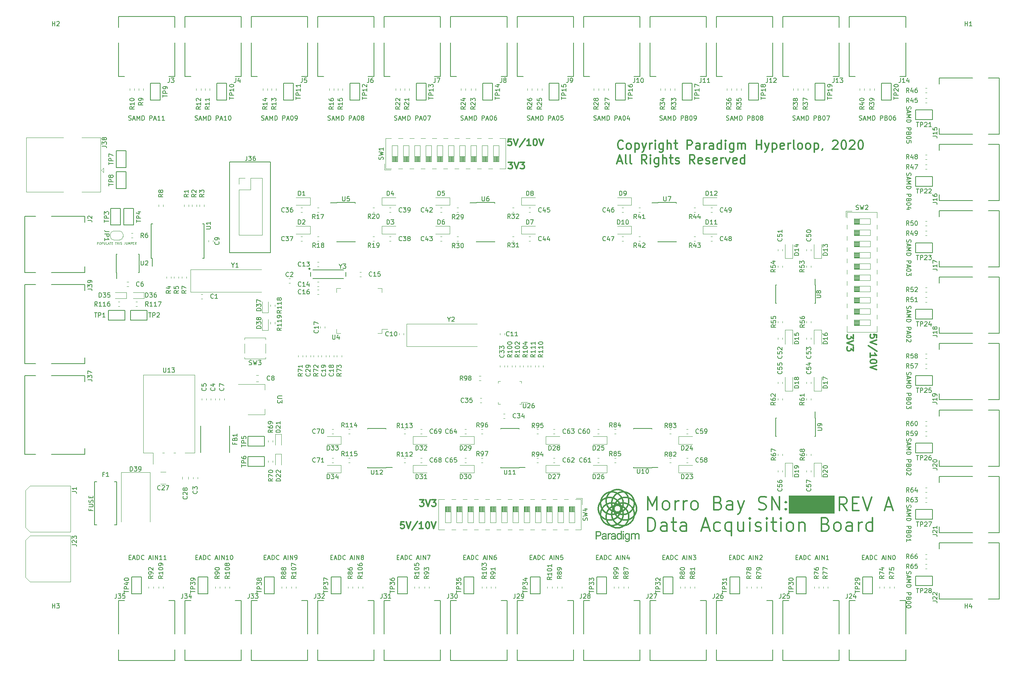
<source format=gbr>
G04 #@! TF.GenerationSoftware,KiCad,Pcbnew,(5.1.0)-1*
G04 #@! TF.CreationDate,2020-05-05T14:48:48-02:30*
G04 #@! TF.ProjectId,PCB_Morro_Bay,5043425f-4d6f-4727-926f-5f4261792e6b,A*
G04 #@! TF.SameCoordinates,Original*
G04 #@! TF.FileFunction,Legend,Top*
G04 #@! TF.FilePolarity,Positive*
%FSLAX46Y46*%
G04 Gerber Fmt 4.6, Leading zero omitted, Abs format (unit mm)*
G04 Created by KiCad (PCBNEW (5.1.0)-1) date 2020-05-05 14:48:48*
%MOMM*%
%LPD*%
G04 APERTURE LIST*
%ADD10C,0.300000*%
%ADD11C,0.150000*%
%ADD12C,0.100000*%
%ADD13C,0.120000*%
%ADD14C,0.010000*%
%ADD15C,0.500000*%
G04 APERTURE END LIST*
D10*
X286857142Y-170107142D02*
X285857142Y-168678571D01*
X285142857Y-170107142D02*
X285142857Y-167107142D01*
X286285714Y-167107142D01*
X286571428Y-167250000D01*
X286714285Y-167392857D01*
X286857142Y-167678571D01*
X286857142Y-168107142D01*
X286714285Y-168392857D01*
X286571428Y-168535714D01*
X286285714Y-168678571D01*
X285142857Y-168678571D01*
X288142857Y-168535714D02*
X289142857Y-168535714D01*
X289571428Y-170107142D02*
X288142857Y-170107142D01*
X288142857Y-167107142D01*
X289571428Y-167107142D01*
X290428571Y-167107142D02*
X291428571Y-170107142D01*
X292428571Y-167107142D01*
X295571428Y-169250000D02*
X297000000Y-169250000D01*
X295285714Y-170107142D02*
X296285714Y-167107142D01*
X297285714Y-170107142D01*
X236314047Y-88314285D02*
X236218809Y-88409523D01*
X235933095Y-88504761D01*
X235742619Y-88504761D01*
X235456904Y-88409523D01*
X235266428Y-88219047D01*
X235171190Y-88028571D01*
X235075952Y-87647619D01*
X235075952Y-87361904D01*
X235171190Y-86980952D01*
X235266428Y-86790476D01*
X235456904Y-86600000D01*
X235742619Y-86504761D01*
X235933095Y-86504761D01*
X236218809Y-86600000D01*
X236314047Y-86695238D01*
X237456904Y-88504761D02*
X237266428Y-88409523D01*
X237171190Y-88314285D01*
X237075952Y-88123809D01*
X237075952Y-87552380D01*
X237171190Y-87361904D01*
X237266428Y-87266666D01*
X237456904Y-87171428D01*
X237742619Y-87171428D01*
X237933095Y-87266666D01*
X238028333Y-87361904D01*
X238123571Y-87552380D01*
X238123571Y-88123809D01*
X238028333Y-88314285D01*
X237933095Y-88409523D01*
X237742619Y-88504761D01*
X237456904Y-88504761D01*
X238980714Y-87171428D02*
X238980714Y-89171428D01*
X238980714Y-87266666D02*
X239171190Y-87171428D01*
X239552142Y-87171428D01*
X239742619Y-87266666D01*
X239837857Y-87361904D01*
X239933095Y-87552380D01*
X239933095Y-88123809D01*
X239837857Y-88314285D01*
X239742619Y-88409523D01*
X239552142Y-88504761D01*
X239171190Y-88504761D01*
X238980714Y-88409523D01*
X240599761Y-87171428D02*
X241075952Y-88504761D01*
X241552142Y-87171428D02*
X241075952Y-88504761D01*
X240885476Y-88980952D01*
X240790238Y-89076190D01*
X240599761Y-89171428D01*
X242314047Y-88504761D02*
X242314047Y-87171428D01*
X242314047Y-87552380D02*
X242409285Y-87361904D01*
X242504523Y-87266666D01*
X242695000Y-87171428D01*
X242885476Y-87171428D01*
X243552142Y-88504761D02*
X243552142Y-87171428D01*
X243552142Y-86504761D02*
X243456904Y-86600000D01*
X243552142Y-86695238D01*
X243647380Y-86600000D01*
X243552142Y-86504761D01*
X243552142Y-86695238D01*
X245361666Y-87171428D02*
X245361666Y-88790476D01*
X245266428Y-88980952D01*
X245171190Y-89076190D01*
X244980714Y-89171428D01*
X244695000Y-89171428D01*
X244504523Y-89076190D01*
X245361666Y-88409523D02*
X245171190Y-88504761D01*
X244790238Y-88504761D01*
X244599761Y-88409523D01*
X244504523Y-88314285D01*
X244409285Y-88123809D01*
X244409285Y-87552380D01*
X244504523Y-87361904D01*
X244599761Y-87266666D01*
X244790238Y-87171428D01*
X245171190Y-87171428D01*
X245361666Y-87266666D01*
X246314047Y-88504761D02*
X246314047Y-86504761D01*
X247171190Y-88504761D02*
X247171190Y-87457142D01*
X247075952Y-87266666D01*
X246885476Y-87171428D01*
X246599761Y-87171428D01*
X246409285Y-87266666D01*
X246314047Y-87361904D01*
X247837857Y-87171428D02*
X248599761Y-87171428D01*
X248123571Y-86504761D02*
X248123571Y-88219047D01*
X248218809Y-88409523D01*
X248409285Y-88504761D01*
X248599761Y-88504761D01*
X250790238Y-88504761D02*
X250790238Y-86504761D01*
X251552142Y-86504761D01*
X251742619Y-86600000D01*
X251837857Y-86695238D01*
X251933095Y-86885714D01*
X251933095Y-87171428D01*
X251837857Y-87361904D01*
X251742619Y-87457142D01*
X251552142Y-87552380D01*
X250790238Y-87552380D01*
X253647380Y-88504761D02*
X253647380Y-87457142D01*
X253552142Y-87266666D01*
X253361666Y-87171428D01*
X252980714Y-87171428D01*
X252790238Y-87266666D01*
X253647380Y-88409523D02*
X253456904Y-88504761D01*
X252980714Y-88504761D01*
X252790238Y-88409523D01*
X252695000Y-88219047D01*
X252695000Y-88028571D01*
X252790238Y-87838095D01*
X252980714Y-87742857D01*
X253456904Y-87742857D01*
X253647380Y-87647619D01*
X254599761Y-88504761D02*
X254599761Y-87171428D01*
X254599761Y-87552380D02*
X254695000Y-87361904D01*
X254790238Y-87266666D01*
X254980714Y-87171428D01*
X255171190Y-87171428D01*
X256695000Y-88504761D02*
X256695000Y-87457142D01*
X256599761Y-87266666D01*
X256409285Y-87171428D01*
X256028333Y-87171428D01*
X255837857Y-87266666D01*
X256695000Y-88409523D02*
X256504523Y-88504761D01*
X256028333Y-88504761D01*
X255837857Y-88409523D01*
X255742619Y-88219047D01*
X255742619Y-88028571D01*
X255837857Y-87838095D01*
X256028333Y-87742857D01*
X256504523Y-87742857D01*
X256695000Y-87647619D01*
X258504523Y-88504761D02*
X258504523Y-86504761D01*
X258504523Y-88409523D02*
X258314047Y-88504761D01*
X257933095Y-88504761D01*
X257742619Y-88409523D01*
X257647380Y-88314285D01*
X257552142Y-88123809D01*
X257552142Y-87552380D01*
X257647380Y-87361904D01*
X257742619Y-87266666D01*
X257933095Y-87171428D01*
X258314047Y-87171428D01*
X258504523Y-87266666D01*
X259456904Y-88504761D02*
X259456904Y-87171428D01*
X259456904Y-86504761D02*
X259361666Y-86600000D01*
X259456904Y-86695238D01*
X259552142Y-86600000D01*
X259456904Y-86504761D01*
X259456904Y-86695238D01*
X261266428Y-87171428D02*
X261266428Y-88790476D01*
X261171190Y-88980952D01*
X261075952Y-89076190D01*
X260885476Y-89171428D01*
X260599761Y-89171428D01*
X260409285Y-89076190D01*
X261266428Y-88409523D02*
X261075952Y-88504761D01*
X260695000Y-88504761D01*
X260504523Y-88409523D01*
X260409285Y-88314285D01*
X260314047Y-88123809D01*
X260314047Y-87552380D01*
X260409285Y-87361904D01*
X260504523Y-87266666D01*
X260695000Y-87171428D01*
X261075952Y-87171428D01*
X261266428Y-87266666D01*
X262218809Y-88504761D02*
X262218809Y-87171428D01*
X262218809Y-87361904D02*
X262314047Y-87266666D01*
X262504523Y-87171428D01*
X262790238Y-87171428D01*
X262980714Y-87266666D01*
X263075952Y-87457142D01*
X263075952Y-88504761D01*
X263075952Y-87457142D02*
X263171190Y-87266666D01*
X263361666Y-87171428D01*
X263647380Y-87171428D01*
X263837857Y-87266666D01*
X263933095Y-87457142D01*
X263933095Y-88504761D01*
X266409285Y-88504761D02*
X266409285Y-86504761D01*
X266409285Y-87457142D02*
X267552142Y-87457142D01*
X267552142Y-88504761D02*
X267552142Y-86504761D01*
X268314047Y-87171428D02*
X268790238Y-88504761D01*
X269266428Y-87171428D02*
X268790238Y-88504761D01*
X268599761Y-88980952D01*
X268504523Y-89076190D01*
X268314047Y-89171428D01*
X270028333Y-87171428D02*
X270028333Y-89171428D01*
X270028333Y-87266666D02*
X270218809Y-87171428D01*
X270599761Y-87171428D01*
X270790238Y-87266666D01*
X270885476Y-87361904D01*
X270980714Y-87552380D01*
X270980714Y-88123809D01*
X270885476Y-88314285D01*
X270790238Y-88409523D01*
X270599761Y-88504761D01*
X270218809Y-88504761D01*
X270028333Y-88409523D01*
X272599761Y-88409523D02*
X272409285Y-88504761D01*
X272028333Y-88504761D01*
X271837857Y-88409523D01*
X271742619Y-88219047D01*
X271742619Y-87457142D01*
X271837857Y-87266666D01*
X272028333Y-87171428D01*
X272409285Y-87171428D01*
X272599761Y-87266666D01*
X272695000Y-87457142D01*
X272695000Y-87647619D01*
X271742619Y-87838095D01*
X273552142Y-88504761D02*
X273552142Y-87171428D01*
X273552142Y-87552380D02*
X273647380Y-87361904D01*
X273742619Y-87266666D01*
X273933095Y-87171428D01*
X274123571Y-87171428D01*
X275075952Y-88504761D02*
X274885476Y-88409523D01*
X274790238Y-88219047D01*
X274790238Y-86504761D01*
X276123571Y-88504761D02*
X275933095Y-88409523D01*
X275837857Y-88314285D01*
X275742619Y-88123809D01*
X275742619Y-87552380D01*
X275837857Y-87361904D01*
X275933095Y-87266666D01*
X276123571Y-87171428D01*
X276409285Y-87171428D01*
X276599761Y-87266666D01*
X276695000Y-87361904D01*
X276790238Y-87552380D01*
X276790238Y-88123809D01*
X276695000Y-88314285D01*
X276599761Y-88409523D01*
X276409285Y-88504761D01*
X276123571Y-88504761D01*
X277933095Y-88504761D02*
X277742619Y-88409523D01*
X277647380Y-88314285D01*
X277552142Y-88123809D01*
X277552142Y-87552380D01*
X277647380Y-87361904D01*
X277742619Y-87266666D01*
X277933095Y-87171428D01*
X278218809Y-87171428D01*
X278409285Y-87266666D01*
X278504523Y-87361904D01*
X278599761Y-87552380D01*
X278599761Y-88123809D01*
X278504523Y-88314285D01*
X278409285Y-88409523D01*
X278218809Y-88504761D01*
X277933095Y-88504761D01*
X279456904Y-87171428D02*
X279456904Y-89171428D01*
X279456904Y-87266666D02*
X279647380Y-87171428D01*
X280028333Y-87171428D01*
X280218809Y-87266666D01*
X280314047Y-87361904D01*
X280409285Y-87552380D01*
X280409285Y-88123809D01*
X280314047Y-88314285D01*
X280218809Y-88409523D01*
X280028333Y-88504761D01*
X279647380Y-88504761D01*
X279456904Y-88409523D01*
X281361666Y-88409523D02*
X281361666Y-88504761D01*
X281266428Y-88695238D01*
X281171190Y-88790476D01*
X283647380Y-86695238D02*
X283742619Y-86600000D01*
X283933095Y-86504761D01*
X284409285Y-86504761D01*
X284599761Y-86600000D01*
X284695000Y-86695238D01*
X284790238Y-86885714D01*
X284790238Y-87076190D01*
X284695000Y-87361904D01*
X283552142Y-88504761D01*
X284790238Y-88504761D01*
X286028333Y-86504761D02*
X286218809Y-86504761D01*
X286409285Y-86600000D01*
X286504523Y-86695238D01*
X286599761Y-86885714D01*
X286695000Y-87266666D01*
X286695000Y-87742857D01*
X286599761Y-88123809D01*
X286504523Y-88314285D01*
X286409285Y-88409523D01*
X286218809Y-88504761D01*
X286028333Y-88504761D01*
X285837857Y-88409523D01*
X285742619Y-88314285D01*
X285647380Y-88123809D01*
X285552142Y-87742857D01*
X285552142Y-87266666D01*
X285647380Y-86885714D01*
X285742619Y-86695238D01*
X285837857Y-86600000D01*
X286028333Y-86504761D01*
X287456904Y-86695238D02*
X287552142Y-86600000D01*
X287742619Y-86504761D01*
X288218809Y-86504761D01*
X288409285Y-86600000D01*
X288504523Y-86695238D01*
X288599761Y-86885714D01*
X288599761Y-87076190D01*
X288504523Y-87361904D01*
X287361666Y-88504761D01*
X288599761Y-88504761D01*
X289837857Y-86504761D02*
X290028333Y-86504761D01*
X290218809Y-86600000D01*
X290314047Y-86695238D01*
X290409285Y-86885714D01*
X290504523Y-87266666D01*
X290504523Y-87742857D01*
X290409285Y-88123809D01*
X290314047Y-88314285D01*
X290218809Y-88409523D01*
X290028333Y-88504761D01*
X289837857Y-88504761D01*
X289647380Y-88409523D01*
X289552142Y-88314285D01*
X289456904Y-88123809D01*
X289361666Y-87742857D01*
X289361666Y-87266666D01*
X289456904Y-86885714D01*
X289552142Y-86695238D01*
X289647380Y-86600000D01*
X289837857Y-86504761D01*
X235075952Y-91233333D02*
X236028333Y-91233333D01*
X234885476Y-91804761D02*
X235552142Y-89804761D01*
X236218809Y-91804761D01*
X237171190Y-91804761D02*
X236980714Y-91709523D01*
X236885476Y-91519047D01*
X236885476Y-89804761D01*
X238218809Y-91804761D02*
X238028333Y-91709523D01*
X237933095Y-91519047D01*
X237933095Y-89804761D01*
X241647380Y-91804761D02*
X240980714Y-90852380D01*
X240504523Y-91804761D02*
X240504523Y-89804761D01*
X241266428Y-89804761D01*
X241456904Y-89900000D01*
X241552142Y-89995238D01*
X241647380Y-90185714D01*
X241647380Y-90471428D01*
X241552142Y-90661904D01*
X241456904Y-90757142D01*
X241266428Y-90852380D01*
X240504523Y-90852380D01*
X242504523Y-91804761D02*
X242504523Y-90471428D01*
X242504523Y-89804761D02*
X242409285Y-89900000D01*
X242504523Y-89995238D01*
X242599761Y-89900000D01*
X242504523Y-89804761D01*
X242504523Y-89995238D01*
X244314047Y-90471428D02*
X244314047Y-92090476D01*
X244218809Y-92280952D01*
X244123571Y-92376190D01*
X243933095Y-92471428D01*
X243647380Y-92471428D01*
X243456904Y-92376190D01*
X244314047Y-91709523D02*
X244123571Y-91804761D01*
X243742619Y-91804761D01*
X243552142Y-91709523D01*
X243456904Y-91614285D01*
X243361666Y-91423809D01*
X243361666Y-90852380D01*
X243456904Y-90661904D01*
X243552142Y-90566666D01*
X243742619Y-90471428D01*
X244123571Y-90471428D01*
X244314047Y-90566666D01*
X245266428Y-91804761D02*
X245266428Y-89804761D01*
X246123571Y-91804761D02*
X246123571Y-90757142D01*
X246028333Y-90566666D01*
X245837857Y-90471428D01*
X245552142Y-90471428D01*
X245361666Y-90566666D01*
X245266428Y-90661904D01*
X246790238Y-90471428D02*
X247552142Y-90471428D01*
X247075952Y-89804761D02*
X247075952Y-91519047D01*
X247171190Y-91709523D01*
X247361666Y-91804761D01*
X247552142Y-91804761D01*
X248123571Y-91709523D02*
X248314047Y-91804761D01*
X248695000Y-91804761D01*
X248885476Y-91709523D01*
X248980714Y-91519047D01*
X248980714Y-91423809D01*
X248885476Y-91233333D01*
X248695000Y-91138095D01*
X248409285Y-91138095D01*
X248218809Y-91042857D01*
X248123571Y-90852380D01*
X248123571Y-90757142D01*
X248218809Y-90566666D01*
X248409285Y-90471428D01*
X248695000Y-90471428D01*
X248885476Y-90566666D01*
X252504523Y-91804761D02*
X251837857Y-90852380D01*
X251361666Y-91804761D02*
X251361666Y-89804761D01*
X252123571Y-89804761D01*
X252314047Y-89900000D01*
X252409285Y-89995238D01*
X252504523Y-90185714D01*
X252504523Y-90471428D01*
X252409285Y-90661904D01*
X252314047Y-90757142D01*
X252123571Y-90852380D01*
X251361666Y-90852380D01*
X254123571Y-91709523D02*
X253933095Y-91804761D01*
X253552142Y-91804761D01*
X253361666Y-91709523D01*
X253266428Y-91519047D01*
X253266428Y-90757142D01*
X253361666Y-90566666D01*
X253552142Y-90471428D01*
X253933095Y-90471428D01*
X254123571Y-90566666D01*
X254218809Y-90757142D01*
X254218809Y-90947619D01*
X253266428Y-91138095D01*
X254980714Y-91709523D02*
X255171190Y-91804761D01*
X255552142Y-91804761D01*
X255742619Y-91709523D01*
X255837857Y-91519047D01*
X255837857Y-91423809D01*
X255742619Y-91233333D01*
X255552142Y-91138095D01*
X255266428Y-91138095D01*
X255075952Y-91042857D01*
X254980714Y-90852380D01*
X254980714Y-90757142D01*
X255075952Y-90566666D01*
X255266428Y-90471428D01*
X255552142Y-90471428D01*
X255742619Y-90566666D01*
X257456904Y-91709523D02*
X257266428Y-91804761D01*
X256885476Y-91804761D01*
X256695000Y-91709523D01*
X256599761Y-91519047D01*
X256599761Y-90757142D01*
X256695000Y-90566666D01*
X256885476Y-90471428D01*
X257266428Y-90471428D01*
X257456904Y-90566666D01*
X257552142Y-90757142D01*
X257552142Y-90947619D01*
X256599761Y-91138095D01*
X258409285Y-91804761D02*
X258409285Y-90471428D01*
X258409285Y-90852380D02*
X258504523Y-90661904D01*
X258599761Y-90566666D01*
X258790238Y-90471428D01*
X258980714Y-90471428D01*
X259456904Y-90471428D02*
X259933095Y-91804761D01*
X260409285Y-90471428D01*
X261933095Y-91709523D02*
X261742619Y-91804761D01*
X261361666Y-91804761D01*
X261171190Y-91709523D01*
X261075952Y-91519047D01*
X261075952Y-90757142D01*
X261171190Y-90566666D01*
X261361666Y-90471428D01*
X261742619Y-90471428D01*
X261933095Y-90566666D01*
X262028333Y-90757142D01*
X262028333Y-90947619D01*
X261075952Y-91138095D01*
X263742619Y-91804761D02*
X263742619Y-89804761D01*
X263742619Y-91709523D02*
X263552142Y-91804761D01*
X263171190Y-91804761D01*
X262980714Y-91709523D01*
X262885476Y-91614285D01*
X262790238Y-91423809D01*
X262790238Y-90852380D01*
X262885476Y-90661904D01*
X262980714Y-90566666D01*
X263171190Y-90471428D01*
X263552142Y-90471428D01*
X263742619Y-90566666D01*
X186857142Y-172678571D02*
X186142857Y-172678571D01*
X186071428Y-173392857D01*
X186142857Y-173321428D01*
X186285714Y-173250000D01*
X186642857Y-173250000D01*
X186785714Y-173321428D01*
X186857142Y-173392857D01*
X186928571Y-173535714D01*
X186928571Y-173892857D01*
X186857142Y-174035714D01*
X186785714Y-174107142D01*
X186642857Y-174178571D01*
X186285714Y-174178571D01*
X186142857Y-174107142D01*
X186071428Y-174035714D01*
X187357142Y-172678571D02*
X187857142Y-174178571D01*
X188357142Y-172678571D01*
X189928571Y-172607142D02*
X188642857Y-174535714D01*
X191214285Y-174178571D02*
X190357142Y-174178571D01*
X190785714Y-174178571D02*
X190785714Y-172678571D01*
X190642857Y-172892857D01*
X190500000Y-173035714D01*
X190357142Y-173107142D01*
X192142857Y-172678571D02*
X192285714Y-172678571D01*
X192428571Y-172750000D01*
X192500000Y-172821428D01*
X192571428Y-172964285D01*
X192642857Y-173250000D01*
X192642857Y-173607142D01*
X192571428Y-173892857D01*
X192500000Y-174035714D01*
X192428571Y-174107142D01*
X192285714Y-174178571D01*
X192142857Y-174178571D01*
X192000000Y-174107142D01*
X191928571Y-174035714D01*
X191857142Y-173892857D01*
X191785714Y-173607142D01*
X191785714Y-173250000D01*
X191857142Y-172964285D01*
X191928571Y-172821428D01*
X192000000Y-172750000D01*
X192142857Y-172678571D01*
X193071428Y-172678571D02*
X193571428Y-174178571D01*
X194071428Y-172678571D01*
X190392857Y-167678571D02*
X191321428Y-167678571D01*
X190821428Y-168250000D01*
X191035714Y-168250000D01*
X191178571Y-168321428D01*
X191250000Y-168392857D01*
X191321428Y-168535714D01*
X191321428Y-168892857D01*
X191250000Y-169035714D01*
X191178571Y-169107142D01*
X191035714Y-169178571D01*
X190607142Y-169178571D01*
X190464285Y-169107142D01*
X190392857Y-169035714D01*
X191750000Y-167678571D02*
X192250000Y-169178571D01*
X192750000Y-167678571D01*
X193107142Y-167678571D02*
X194035714Y-167678571D01*
X193535714Y-168250000D01*
X193750000Y-168250000D01*
X193892857Y-168321428D01*
X193964285Y-168392857D01*
X194035714Y-168535714D01*
X194035714Y-168892857D01*
X193964285Y-169035714D01*
X193892857Y-169107142D01*
X193750000Y-169178571D01*
X193321428Y-169178571D01*
X193178571Y-169107142D01*
X193107142Y-169035714D01*
X293571428Y-131107142D02*
X293571428Y-130392857D01*
X292857142Y-130321428D01*
X292928571Y-130392857D01*
X293000000Y-130535714D01*
X293000000Y-130892857D01*
X292928571Y-131035714D01*
X292857142Y-131107142D01*
X292714285Y-131178571D01*
X292357142Y-131178571D01*
X292214285Y-131107142D01*
X292142857Y-131035714D01*
X292071428Y-130892857D01*
X292071428Y-130535714D01*
X292142857Y-130392857D01*
X292214285Y-130321428D01*
X293571428Y-131607142D02*
X292071428Y-132107142D01*
X293571428Y-132607142D01*
X293642857Y-134178571D02*
X291714285Y-132892857D01*
X292071428Y-135464285D02*
X292071428Y-134607142D01*
X292071428Y-135035714D02*
X293571428Y-135035714D01*
X293357142Y-134892857D01*
X293214285Y-134750000D01*
X293142857Y-134607142D01*
X293571428Y-136392857D02*
X293571428Y-136535714D01*
X293500000Y-136678571D01*
X293428571Y-136750000D01*
X293285714Y-136821428D01*
X293000000Y-136892857D01*
X292642857Y-136892857D01*
X292357142Y-136821428D01*
X292214285Y-136750000D01*
X292142857Y-136678571D01*
X292071428Y-136535714D01*
X292071428Y-136392857D01*
X292142857Y-136250000D01*
X292214285Y-136178571D01*
X292357142Y-136107142D01*
X292642857Y-136035714D01*
X293000000Y-136035714D01*
X293285714Y-136107142D01*
X293428571Y-136178571D01*
X293500000Y-136250000D01*
X293571428Y-136392857D01*
X293571428Y-137321428D02*
X292071428Y-137821428D01*
X293571428Y-138321428D01*
X288321428Y-130392857D02*
X288321428Y-131321428D01*
X287750000Y-130821428D01*
X287750000Y-131035714D01*
X287678571Y-131178571D01*
X287607142Y-131250000D01*
X287464285Y-131321428D01*
X287107142Y-131321428D01*
X286964285Y-131250000D01*
X286892857Y-131178571D01*
X286821428Y-131035714D01*
X286821428Y-130607142D01*
X286892857Y-130464285D01*
X286964285Y-130392857D01*
X288321428Y-131750000D02*
X286821428Y-132250000D01*
X288321428Y-132750000D01*
X288321428Y-133107142D02*
X288321428Y-134035714D01*
X287750000Y-133535714D01*
X287750000Y-133750000D01*
X287678571Y-133892857D01*
X287607142Y-133964285D01*
X287464285Y-134035714D01*
X287107142Y-134035714D01*
X286964285Y-133964285D01*
X286892857Y-133892857D01*
X286821428Y-133750000D01*
X286821428Y-133321428D01*
X286892857Y-133178571D01*
X286964285Y-133107142D01*
X210392857Y-91428571D02*
X211321428Y-91428571D01*
X210821428Y-92000000D01*
X211035714Y-92000000D01*
X211178571Y-92071428D01*
X211250000Y-92142857D01*
X211321428Y-92285714D01*
X211321428Y-92642857D01*
X211250000Y-92785714D01*
X211178571Y-92857142D01*
X211035714Y-92928571D01*
X210607142Y-92928571D01*
X210464285Y-92857142D01*
X210392857Y-92785714D01*
X211750000Y-91428571D02*
X212250000Y-92928571D01*
X212750000Y-91428571D01*
X213107142Y-91428571D02*
X214035714Y-91428571D01*
X213535714Y-92000000D01*
X213750000Y-92000000D01*
X213892857Y-92071428D01*
X213964285Y-92142857D01*
X214035714Y-92285714D01*
X214035714Y-92642857D01*
X213964285Y-92785714D01*
X213892857Y-92857142D01*
X213750000Y-92928571D01*
X213321428Y-92928571D01*
X213178571Y-92857142D01*
X213107142Y-92785714D01*
X211107142Y-86178571D02*
X210392857Y-86178571D01*
X210321428Y-86892857D01*
X210392857Y-86821428D01*
X210535714Y-86750000D01*
X210892857Y-86750000D01*
X211035714Y-86821428D01*
X211107142Y-86892857D01*
X211178571Y-87035714D01*
X211178571Y-87392857D01*
X211107142Y-87535714D01*
X211035714Y-87607142D01*
X210892857Y-87678571D01*
X210535714Y-87678571D01*
X210392857Y-87607142D01*
X210321428Y-87535714D01*
X211607142Y-86178571D02*
X212107142Y-87678571D01*
X212607142Y-86178571D01*
X214178571Y-86107142D02*
X212892857Y-88035714D01*
X215464285Y-87678571D02*
X214607142Y-87678571D01*
X215035714Y-87678571D02*
X215035714Y-86178571D01*
X214892857Y-86392857D01*
X214750000Y-86535714D01*
X214607142Y-86607142D01*
X216392857Y-86178571D02*
X216535714Y-86178571D01*
X216678571Y-86250000D01*
X216750000Y-86321428D01*
X216821428Y-86464285D01*
X216892857Y-86750000D01*
X216892857Y-87107142D01*
X216821428Y-87392857D01*
X216750000Y-87535714D01*
X216678571Y-87607142D01*
X216535714Y-87678571D01*
X216392857Y-87678571D01*
X216250000Y-87607142D01*
X216178571Y-87535714D01*
X216107142Y-87392857D01*
X216035714Y-87107142D01*
X216035714Y-86750000D01*
X216107142Y-86464285D01*
X216178571Y-86321428D01*
X216250000Y-86250000D01*
X216392857Y-86178571D01*
X217321428Y-86178571D02*
X217821428Y-87678571D01*
X218321428Y-86178571D01*
D11*
X170309523Y-180678571D02*
X170642857Y-180678571D01*
X170785714Y-181202380D02*
X170309523Y-181202380D01*
X170309523Y-180202380D01*
X170785714Y-180202380D01*
X171166666Y-180916666D02*
X171642857Y-180916666D01*
X171071428Y-181202380D02*
X171404761Y-180202380D01*
X171738095Y-181202380D01*
X172071428Y-181202380D02*
X172071428Y-180202380D01*
X172309523Y-180202380D01*
X172452380Y-180250000D01*
X172547619Y-180345238D01*
X172595238Y-180440476D01*
X172642857Y-180630952D01*
X172642857Y-180773809D01*
X172595238Y-180964285D01*
X172547619Y-181059523D01*
X172452380Y-181154761D01*
X172309523Y-181202380D01*
X172071428Y-181202380D01*
X173642857Y-181107142D02*
X173595238Y-181154761D01*
X173452380Y-181202380D01*
X173357142Y-181202380D01*
X173214285Y-181154761D01*
X173119047Y-181059523D01*
X173071428Y-180964285D01*
X173023809Y-180773809D01*
X173023809Y-180630952D01*
X173071428Y-180440476D01*
X173119047Y-180345238D01*
X173214285Y-180250000D01*
X173357142Y-180202380D01*
X173452380Y-180202380D01*
X173595238Y-180250000D01*
X173642857Y-180297619D01*
X174785714Y-180916666D02*
X175261904Y-180916666D01*
X174690476Y-181202380D02*
X175023809Y-180202380D01*
X175357142Y-181202380D01*
X175690476Y-181202380D02*
X175690476Y-180202380D01*
X176166666Y-181202380D02*
X176166666Y-180202380D01*
X176738095Y-181202380D01*
X176738095Y-180202380D01*
X177357142Y-180630952D02*
X177261904Y-180583333D01*
X177214285Y-180535714D01*
X177166666Y-180440476D01*
X177166666Y-180392857D01*
X177214285Y-180297619D01*
X177261904Y-180250000D01*
X177357142Y-180202380D01*
X177547619Y-180202380D01*
X177642857Y-180250000D01*
X177690476Y-180297619D01*
X177738095Y-180392857D01*
X177738095Y-180440476D01*
X177690476Y-180535714D01*
X177642857Y-180583333D01*
X177547619Y-180630952D01*
X177357142Y-180630952D01*
X177261904Y-180678571D01*
X177214285Y-180726190D01*
X177166666Y-180821428D01*
X177166666Y-181011904D01*
X177214285Y-181107142D01*
X177261904Y-181154761D01*
X177357142Y-181202380D01*
X177547619Y-181202380D01*
X177642857Y-181154761D01*
X177690476Y-181107142D01*
X177738095Y-181011904D01*
X177738095Y-180821428D01*
X177690476Y-180726190D01*
X177642857Y-180678571D01*
X177547619Y-180630952D01*
X260309523Y-180678571D02*
X260642857Y-180678571D01*
X260785714Y-181202380D02*
X260309523Y-181202380D01*
X260309523Y-180202380D01*
X260785714Y-180202380D01*
X261166666Y-180916666D02*
X261642857Y-180916666D01*
X261071428Y-181202380D02*
X261404761Y-180202380D01*
X261738095Y-181202380D01*
X262071428Y-181202380D02*
X262071428Y-180202380D01*
X262309523Y-180202380D01*
X262452380Y-180250000D01*
X262547619Y-180345238D01*
X262595238Y-180440476D01*
X262642857Y-180630952D01*
X262642857Y-180773809D01*
X262595238Y-180964285D01*
X262547619Y-181059523D01*
X262452380Y-181154761D01*
X262309523Y-181202380D01*
X262071428Y-181202380D01*
X263642857Y-181107142D02*
X263595238Y-181154761D01*
X263452380Y-181202380D01*
X263357142Y-181202380D01*
X263214285Y-181154761D01*
X263119047Y-181059523D01*
X263071428Y-180964285D01*
X263023809Y-180773809D01*
X263023809Y-180630952D01*
X263071428Y-180440476D01*
X263119047Y-180345238D01*
X263214285Y-180250000D01*
X263357142Y-180202380D01*
X263452380Y-180202380D01*
X263595238Y-180250000D01*
X263642857Y-180297619D01*
X264785714Y-180916666D02*
X265261904Y-180916666D01*
X264690476Y-181202380D02*
X265023809Y-180202380D01*
X265357142Y-181202380D01*
X265690476Y-181202380D02*
X265690476Y-180202380D01*
X266166666Y-181202380D02*
X266166666Y-180202380D01*
X266738095Y-181202380D01*
X266738095Y-180202380D01*
X267166666Y-180297619D02*
X267214285Y-180250000D01*
X267309523Y-180202380D01*
X267547619Y-180202380D01*
X267642857Y-180250000D01*
X267690476Y-180297619D01*
X267738095Y-180392857D01*
X267738095Y-180488095D01*
X267690476Y-180630952D01*
X267119047Y-181202380D01*
X267738095Y-181202380D01*
X155309523Y-180678571D02*
X155642857Y-180678571D01*
X155785714Y-181202380D02*
X155309523Y-181202380D01*
X155309523Y-180202380D01*
X155785714Y-180202380D01*
X156166666Y-180916666D02*
X156642857Y-180916666D01*
X156071428Y-181202380D02*
X156404761Y-180202380D01*
X156738095Y-181202380D01*
X157071428Y-181202380D02*
X157071428Y-180202380D01*
X157309523Y-180202380D01*
X157452380Y-180250000D01*
X157547619Y-180345238D01*
X157595238Y-180440476D01*
X157642857Y-180630952D01*
X157642857Y-180773809D01*
X157595238Y-180964285D01*
X157547619Y-181059523D01*
X157452380Y-181154761D01*
X157309523Y-181202380D01*
X157071428Y-181202380D01*
X158642857Y-181107142D02*
X158595238Y-181154761D01*
X158452380Y-181202380D01*
X158357142Y-181202380D01*
X158214285Y-181154761D01*
X158119047Y-181059523D01*
X158071428Y-180964285D01*
X158023809Y-180773809D01*
X158023809Y-180630952D01*
X158071428Y-180440476D01*
X158119047Y-180345238D01*
X158214285Y-180250000D01*
X158357142Y-180202380D01*
X158452380Y-180202380D01*
X158595238Y-180250000D01*
X158642857Y-180297619D01*
X159785714Y-180916666D02*
X160261904Y-180916666D01*
X159690476Y-181202380D02*
X160023809Y-180202380D01*
X160357142Y-181202380D01*
X160690476Y-181202380D02*
X160690476Y-180202380D01*
X161166666Y-181202380D02*
X161166666Y-180202380D01*
X161738095Y-181202380D01*
X161738095Y-180202380D01*
X162261904Y-181202380D02*
X162452380Y-181202380D01*
X162547619Y-181154761D01*
X162595238Y-181107142D01*
X162690476Y-180964285D01*
X162738095Y-180773809D01*
X162738095Y-180392857D01*
X162690476Y-180297619D01*
X162642857Y-180250000D01*
X162547619Y-180202380D01*
X162357142Y-180202380D01*
X162261904Y-180250000D01*
X162214285Y-180297619D01*
X162166666Y-180392857D01*
X162166666Y-180630952D01*
X162214285Y-180726190D01*
X162261904Y-180773809D01*
X162357142Y-180821428D01*
X162547619Y-180821428D01*
X162642857Y-180773809D01*
X162690476Y-180726190D01*
X162738095Y-180630952D01*
X245309523Y-180678571D02*
X245642857Y-180678571D01*
X245785714Y-181202380D02*
X245309523Y-181202380D01*
X245309523Y-180202380D01*
X245785714Y-180202380D01*
X246166666Y-180916666D02*
X246642857Y-180916666D01*
X246071428Y-181202380D02*
X246404761Y-180202380D01*
X246738095Y-181202380D01*
X247071428Y-181202380D02*
X247071428Y-180202380D01*
X247309523Y-180202380D01*
X247452380Y-180250000D01*
X247547619Y-180345238D01*
X247595238Y-180440476D01*
X247642857Y-180630952D01*
X247642857Y-180773809D01*
X247595238Y-180964285D01*
X247547619Y-181059523D01*
X247452380Y-181154761D01*
X247309523Y-181202380D01*
X247071428Y-181202380D01*
X248642857Y-181107142D02*
X248595238Y-181154761D01*
X248452380Y-181202380D01*
X248357142Y-181202380D01*
X248214285Y-181154761D01*
X248119047Y-181059523D01*
X248071428Y-180964285D01*
X248023809Y-180773809D01*
X248023809Y-180630952D01*
X248071428Y-180440476D01*
X248119047Y-180345238D01*
X248214285Y-180250000D01*
X248357142Y-180202380D01*
X248452380Y-180202380D01*
X248595238Y-180250000D01*
X248642857Y-180297619D01*
X249785714Y-180916666D02*
X250261904Y-180916666D01*
X249690476Y-181202380D02*
X250023809Y-180202380D01*
X250357142Y-181202380D01*
X250690476Y-181202380D02*
X250690476Y-180202380D01*
X251166666Y-181202380D02*
X251166666Y-180202380D01*
X251738095Y-181202380D01*
X251738095Y-180202380D01*
X252119047Y-180202380D02*
X252738095Y-180202380D01*
X252404761Y-180583333D01*
X252547619Y-180583333D01*
X252642857Y-180630952D01*
X252690476Y-180678571D01*
X252738095Y-180773809D01*
X252738095Y-181011904D01*
X252690476Y-181107142D01*
X252642857Y-181154761D01*
X252547619Y-181202380D01*
X252261904Y-181202380D01*
X252166666Y-181154761D01*
X252119047Y-181107142D01*
X139833333Y-180678571D02*
X140166666Y-180678571D01*
X140309523Y-181202380D02*
X139833333Y-181202380D01*
X139833333Y-180202380D01*
X140309523Y-180202380D01*
X140690476Y-180916666D02*
X141166666Y-180916666D01*
X140595238Y-181202380D02*
X140928571Y-180202380D01*
X141261904Y-181202380D01*
X141595238Y-181202380D02*
X141595238Y-180202380D01*
X141833333Y-180202380D01*
X141976190Y-180250000D01*
X142071428Y-180345238D01*
X142119047Y-180440476D01*
X142166666Y-180630952D01*
X142166666Y-180773809D01*
X142119047Y-180964285D01*
X142071428Y-181059523D01*
X141976190Y-181154761D01*
X141833333Y-181202380D01*
X141595238Y-181202380D01*
X143166666Y-181107142D02*
X143119047Y-181154761D01*
X142976190Y-181202380D01*
X142880952Y-181202380D01*
X142738095Y-181154761D01*
X142642857Y-181059523D01*
X142595238Y-180964285D01*
X142547619Y-180773809D01*
X142547619Y-180630952D01*
X142595238Y-180440476D01*
X142642857Y-180345238D01*
X142738095Y-180250000D01*
X142880952Y-180202380D01*
X142976190Y-180202380D01*
X143119047Y-180250000D01*
X143166666Y-180297619D01*
X144309523Y-180916666D02*
X144785714Y-180916666D01*
X144214285Y-181202380D02*
X144547619Y-180202380D01*
X144880952Y-181202380D01*
X145214285Y-181202380D02*
X145214285Y-180202380D01*
X145690476Y-181202380D02*
X145690476Y-180202380D01*
X146261904Y-181202380D01*
X146261904Y-180202380D01*
X147261904Y-181202380D02*
X146690476Y-181202380D01*
X146976190Y-181202380D02*
X146976190Y-180202380D01*
X146880952Y-180345238D01*
X146785714Y-180440476D01*
X146690476Y-180488095D01*
X147880952Y-180202380D02*
X147976190Y-180202380D01*
X148071428Y-180250000D01*
X148119047Y-180297619D01*
X148166666Y-180392857D01*
X148214285Y-180583333D01*
X148214285Y-180821428D01*
X148166666Y-181011904D01*
X148119047Y-181107142D01*
X148071428Y-181154761D01*
X147976190Y-181202380D01*
X147880952Y-181202380D01*
X147785714Y-181154761D01*
X147738095Y-181107142D01*
X147690476Y-181011904D01*
X147642857Y-180821428D01*
X147642857Y-180583333D01*
X147690476Y-180392857D01*
X147738095Y-180297619D01*
X147785714Y-180250000D01*
X147880952Y-180202380D01*
X230309523Y-180678571D02*
X230642857Y-180678571D01*
X230785714Y-181202380D02*
X230309523Y-181202380D01*
X230309523Y-180202380D01*
X230785714Y-180202380D01*
X231166666Y-180916666D02*
X231642857Y-180916666D01*
X231071428Y-181202380D02*
X231404761Y-180202380D01*
X231738095Y-181202380D01*
X232071428Y-181202380D02*
X232071428Y-180202380D01*
X232309523Y-180202380D01*
X232452380Y-180250000D01*
X232547619Y-180345238D01*
X232595238Y-180440476D01*
X232642857Y-180630952D01*
X232642857Y-180773809D01*
X232595238Y-180964285D01*
X232547619Y-181059523D01*
X232452380Y-181154761D01*
X232309523Y-181202380D01*
X232071428Y-181202380D01*
X233642857Y-181107142D02*
X233595238Y-181154761D01*
X233452380Y-181202380D01*
X233357142Y-181202380D01*
X233214285Y-181154761D01*
X233119047Y-181059523D01*
X233071428Y-180964285D01*
X233023809Y-180773809D01*
X233023809Y-180630952D01*
X233071428Y-180440476D01*
X233119047Y-180345238D01*
X233214285Y-180250000D01*
X233357142Y-180202380D01*
X233452380Y-180202380D01*
X233595238Y-180250000D01*
X233642857Y-180297619D01*
X234785714Y-180916666D02*
X235261904Y-180916666D01*
X234690476Y-181202380D02*
X235023809Y-180202380D01*
X235357142Y-181202380D01*
X235690476Y-181202380D02*
X235690476Y-180202380D01*
X236166666Y-181202380D02*
X236166666Y-180202380D01*
X236738095Y-181202380D01*
X236738095Y-180202380D01*
X237642857Y-180535714D02*
X237642857Y-181202380D01*
X237404761Y-180154761D02*
X237166666Y-180869047D01*
X237785714Y-180869047D01*
X290309523Y-180678571D02*
X290642857Y-180678571D01*
X290785714Y-181202380D02*
X290309523Y-181202380D01*
X290309523Y-180202380D01*
X290785714Y-180202380D01*
X291166666Y-180916666D02*
X291642857Y-180916666D01*
X291071428Y-181202380D02*
X291404761Y-180202380D01*
X291738095Y-181202380D01*
X292071428Y-181202380D02*
X292071428Y-180202380D01*
X292309523Y-180202380D01*
X292452380Y-180250000D01*
X292547619Y-180345238D01*
X292595238Y-180440476D01*
X292642857Y-180630952D01*
X292642857Y-180773809D01*
X292595238Y-180964285D01*
X292547619Y-181059523D01*
X292452380Y-181154761D01*
X292309523Y-181202380D01*
X292071428Y-181202380D01*
X293642857Y-181107142D02*
X293595238Y-181154761D01*
X293452380Y-181202380D01*
X293357142Y-181202380D01*
X293214285Y-181154761D01*
X293119047Y-181059523D01*
X293071428Y-180964285D01*
X293023809Y-180773809D01*
X293023809Y-180630952D01*
X293071428Y-180440476D01*
X293119047Y-180345238D01*
X293214285Y-180250000D01*
X293357142Y-180202380D01*
X293452380Y-180202380D01*
X293595238Y-180250000D01*
X293642857Y-180297619D01*
X294785714Y-180916666D02*
X295261904Y-180916666D01*
X294690476Y-181202380D02*
X295023809Y-180202380D01*
X295357142Y-181202380D01*
X295690476Y-181202380D02*
X295690476Y-180202380D01*
X296166666Y-181202380D02*
X296166666Y-180202380D01*
X296738095Y-181202380D01*
X296738095Y-180202380D01*
X297404761Y-180202380D02*
X297500000Y-180202380D01*
X297595238Y-180250000D01*
X297642857Y-180297619D01*
X297690476Y-180392857D01*
X297738095Y-180583333D01*
X297738095Y-180821428D01*
X297690476Y-181011904D01*
X297642857Y-181107142D01*
X297595238Y-181154761D01*
X297500000Y-181202380D01*
X297404761Y-181202380D01*
X297309523Y-181154761D01*
X297261904Y-181107142D01*
X297214285Y-181011904D01*
X297166666Y-180821428D01*
X297166666Y-180583333D01*
X297214285Y-180392857D01*
X297261904Y-180297619D01*
X297309523Y-180250000D01*
X297404761Y-180202380D01*
X275309523Y-180678571D02*
X275642857Y-180678571D01*
X275785714Y-181202380D02*
X275309523Y-181202380D01*
X275309523Y-180202380D01*
X275785714Y-180202380D01*
X276166666Y-180916666D02*
X276642857Y-180916666D01*
X276071428Y-181202380D02*
X276404761Y-180202380D01*
X276738095Y-181202380D01*
X277071428Y-181202380D02*
X277071428Y-180202380D01*
X277309523Y-180202380D01*
X277452380Y-180250000D01*
X277547619Y-180345238D01*
X277595238Y-180440476D01*
X277642857Y-180630952D01*
X277642857Y-180773809D01*
X277595238Y-180964285D01*
X277547619Y-181059523D01*
X277452380Y-181154761D01*
X277309523Y-181202380D01*
X277071428Y-181202380D01*
X278642857Y-181107142D02*
X278595238Y-181154761D01*
X278452380Y-181202380D01*
X278357142Y-181202380D01*
X278214285Y-181154761D01*
X278119047Y-181059523D01*
X278071428Y-180964285D01*
X278023809Y-180773809D01*
X278023809Y-180630952D01*
X278071428Y-180440476D01*
X278119047Y-180345238D01*
X278214285Y-180250000D01*
X278357142Y-180202380D01*
X278452380Y-180202380D01*
X278595238Y-180250000D01*
X278642857Y-180297619D01*
X279785714Y-180916666D02*
X280261904Y-180916666D01*
X279690476Y-181202380D02*
X280023809Y-180202380D01*
X280357142Y-181202380D01*
X280690476Y-181202380D02*
X280690476Y-180202380D01*
X281166666Y-181202380D02*
X281166666Y-180202380D01*
X281738095Y-181202380D01*
X281738095Y-180202380D01*
X282738095Y-181202380D02*
X282166666Y-181202380D01*
X282452380Y-181202380D02*
X282452380Y-180202380D01*
X282357142Y-180345238D01*
X282261904Y-180440476D01*
X282166666Y-180488095D01*
X215309523Y-180678571D02*
X215642857Y-180678571D01*
X215785714Y-181202380D02*
X215309523Y-181202380D01*
X215309523Y-180202380D01*
X215785714Y-180202380D01*
X216166666Y-180916666D02*
X216642857Y-180916666D01*
X216071428Y-181202380D02*
X216404761Y-180202380D01*
X216738095Y-181202380D01*
X217071428Y-181202380D02*
X217071428Y-180202380D01*
X217309523Y-180202380D01*
X217452380Y-180250000D01*
X217547619Y-180345238D01*
X217595238Y-180440476D01*
X217642857Y-180630952D01*
X217642857Y-180773809D01*
X217595238Y-180964285D01*
X217547619Y-181059523D01*
X217452380Y-181154761D01*
X217309523Y-181202380D01*
X217071428Y-181202380D01*
X218642857Y-181107142D02*
X218595238Y-181154761D01*
X218452380Y-181202380D01*
X218357142Y-181202380D01*
X218214285Y-181154761D01*
X218119047Y-181059523D01*
X218071428Y-180964285D01*
X218023809Y-180773809D01*
X218023809Y-180630952D01*
X218071428Y-180440476D01*
X218119047Y-180345238D01*
X218214285Y-180250000D01*
X218357142Y-180202380D01*
X218452380Y-180202380D01*
X218595238Y-180250000D01*
X218642857Y-180297619D01*
X219785714Y-180916666D02*
X220261904Y-180916666D01*
X219690476Y-181202380D02*
X220023809Y-180202380D01*
X220357142Y-181202380D01*
X220690476Y-181202380D02*
X220690476Y-180202380D01*
X221166666Y-181202380D02*
X221166666Y-180202380D01*
X221738095Y-181202380D01*
X221738095Y-180202380D01*
X222690476Y-180202380D02*
X222214285Y-180202380D01*
X222166666Y-180678571D01*
X222214285Y-180630952D01*
X222309523Y-180583333D01*
X222547619Y-180583333D01*
X222642857Y-180630952D01*
X222690476Y-180678571D01*
X222738095Y-180773809D01*
X222738095Y-181011904D01*
X222690476Y-181107142D01*
X222642857Y-181154761D01*
X222547619Y-181202380D01*
X222309523Y-181202380D01*
X222214285Y-181154761D01*
X222166666Y-181107142D01*
X185309523Y-180678571D02*
X185642857Y-180678571D01*
X185785714Y-181202380D02*
X185309523Y-181202380D01*
X185309523Y-180202380D01*
X185785714Y-180202380D01*
X186166666Y-180916666D02*
X186642857Y-180916666D01*
X186071428Y-181202380D02*
X186404761Y-180202380D01*
X186738095Y-181202380D01*
X187071428Y-181202380D02*
X187071428Y-180202380D01*
X187309523Y-180202380D01*
X187452380Y-180250000D01*
X187547619Y-180345238D01*
X187595238Y-180440476D01*
X187642857Y-180630952D01*
X187642857Y-180773809D01*
X187595238Y-180964285D01*
X187547619Y-181059523D01*
X187452380Y-181154761D01*
X187309523Y-181202380D01*
X187071428Y-181202380D01*
X188642857Y-181107142D02*
X188595238Y-181154761D01*
X188452380Y-181202380D01*
X188357142Y-181202380D01*
X188214285Y-181154761D01*
X188119047Y-181059523D01*
X188071428Y-180964285D01*
X188023809Y-180773809D01*
X188023809Y-180630952D01*
X188071428Y-180440476D01*
X188119047Y-180345238D01*
X188214285Y-180250000D01*
X188357142Y-180202380D01*
X188452380Y-180202380D01*
X188595238Y-180250000D01*
X188642857Y-180297619D01*
X189785714Y-180916666D02*
X190261904Y-180916666D01*
X189690476Y-181202380D02*
X190023809Y-180202380D01*
X190357142Y-181202380D01*
X190690476Y-181202380D02*
X190690476Y-180202380D01*
X191166666Y-181202380D02*
X191166666Y-180202380D01*
X191738095Y-181202380D01*
X191738095Y-180202380D01*
X192119047Y-180202380D02*
X192785714Y-180202380D01*
X192357142Y-181202380D01*
X200309523Y-180678571D02*
X200642857Y-180678571D01*
X200785714Y-181202380D02*
X200309523Y-181202380D01*
X200309523Y-180202380D01*
X200785714Y-180202380D01*
X201166666Y-180916666D02*
X201642857Y-180916666D01*
X201071428Y-181202380D02*
X201404761Y-180202380D01*
X201738095Y-181202380D01*
X202071428Y-181202380D02*
X202071428Y-180202380D01*
X202309523Y-180202380D01*
X202452380Y-180250000D01*
X202547619Y-180345238D01*
X202595238Y-180440476D01*
X202642857Y-180630952D01*
X202642857Y-180773809D01*
X202595238Y-180964285D01*
X202547619Y-181059523D01*
X202452380Y-181154761D01*
X202309523Y-181202380D01*
X202071428Y-181202380D01*
X203642857Y-181107142D02*
X203595238Y-181154761D01*
X203452380Y-181202380D01*
X203357142Y-181202380D01*
X203214285Y-181154761D01*
X203119047Y-181059523D01*
X203071428Y-180964285D01*
X203023809Y-180773809D01*
X203023809Y-180630952D01*
X203071428Y-180440476D01*
X203119047Y-180345238D01*
X203214285Y-180250000D01*
X203357142Y-180202380D01*
X203452380Y-180202380D01*
X203595238Y-180250000D01*
X203642857Y-180297619D01*
X204785714Y-180916666D02*
X205261904Y-180916666D01*
X204690476Y-181202380D02*
X205023809Y-180202380D01*
X205357142Y-181202380D01*
X205690476Y-181202380D02*
X205690476Y-180202380D01*
X206166666Y-181202380D02*
X206166666Y-180202380D01*
X206738095Y-181202380D01*
X206738095Y-180202380D01*
X207642857Y-180202380D02*
X207452380Y-180202380D01*
X207357142Y-180250000D01*
X207309523Y-180297619D01*
X207214285Y-180440476D01*
X207166666Y-180630952D01*
X207166666Y-181011904D01*
X207214285Y-181107142D01*
X207261904Y-181154761D01*
X207357142Y-181202380D01*
X207547619Y-181202380D01*
X207642857Y-181154761D01*
X207690476Y-181107142D01*
X207738095Y-181011904D01*
X207738095Y-180773809D01*
X207690476Y-180678571D01*
X207642857Y-180630952D01*
X207547619Y-180583333D01*
X207357142Y-180583333D01*
X207261904Y-180630952D01*
X207214285Y-180678571D01*
X207166666Y-180773809D01*
X124833333Y-180678571D02*
X125166666Y-180678571D01*
X125309523Y-181202380D02*
X124833333Y-181202380D01*
X124833333Y-180202380D01*
X125309523Y-180202380D01*
X125690476Y-180916666D02*
X126166666Y-180916666D01*
X125595238Y-181202380D02*
X125928571Y-180202380D01*
X126261904Y-181202380D01*
X126595238Y-181202380D02*
X126595238Y-180202380D01*
X126833333Y-180202380D01*
X126976190Y-180250000D01*
X127071428Y-180345238D01*
X127119047Y-180440476D01*
X127166666Y-180630952D01*
X127166666Y-180773809D01*
X127119047Y-180964285D01*
X127071428Y-181059523D01*
X126976190Y-181154761D01*
X126833333Y-181202380D01*
X126595238Y-181202380D01*
X128166666Y-181107142D02*
X128119047Y-181154761D01*
X127976190Y-181202380D01*
X127880952Y-181202380D01*
X127738095Y-181154761D01*
X127642857Y-181059523D01*
X127595238Y-180964285D01*
X127547619Y-180773809D01*
X127547619Y-180630952D01*
X127595238Y-180440476D01*
X127642857Y-180345238D01*
X127738095Y-180250000D01*
X127880952Y-180202380D01*
X127976190Y-180202380D01*
X128119047Y-180250000D01*
X128166666Y-180297619D01*
X129309523Y-180916666D02*
X129785714Y-180916666D01*
X129214285Y-181202380D02*
X129547619Y-180202380D01*
X129880952Y-181202380D01*
X130214285Y-181202380D02*
X130214285Y-180202380D01*
X130690476Y-181202380D02*
X130690476Y-180202380D01*
X131261904Y-181202380D01*
X131261904Y-180202380D01*
X132261904Y-181202380D02*
X131690476Y-181202380D01*
X131976190Y-181202380D02*
X131976190Y-180202380D01*
X131880952Y-180345238D01*
X131785714Y-180440476D01*
X131690476Y-180488095D01*
X133214285Y-181202380D02*
X132642857Y-181202380D01*
X132928571Y-181202380D02*
X132928571Y-180202380D01*
X132833333Y-180345238D01*
X132738095Y-180440476D01*
X132642857Y-180488095D01*
X300345238Y-108952380D02*
X300297619Y-109095238D01*
X300297619Y-109333333D01*
X300345238Y-109428571D01*
X300392857Y-109476190D01*
X300488095Y-109523809D01*
X300583333Y-109523809D01*
X300678571Y-109476190D01*
X300726190Y-109428571D01*
X300773809Y-109333333D01*
X300821428Y-109142857D01*
X300869047Y-109047619D01*
X300916666Y-109000000D01*
X301011904Y-108952380D01*
X301107142Y-108952380D01*
X301202380Y-109000000D01*
X301250000Y-109047619D01*
X301297619Y-109142857D01*
X301297619Y-109380952D01*
X301250000Y-109523809D01*
X300583333Y-109904761D02*
X300583333Y-110380952D01*
X300297619Y-109809523D02*
X301297619Y-110142857D01*
X300297619Y-110476190D01*
X300297619Y-110809523D02*
X301297619Y-110809523D01*
X300583333Y-111142857D01*
X301297619Y-111476190D01*
X300297619Y-111476190D01*
X300297619Y-111952380D02*
X301297619Y-111952380D01*
X301297619Y-112190476D01*
X301250000Y-112333333D01*
X301154761Y-112428571D01*
X301059523Y-112476190D01*
X300869047Y-112523809D01*
X300726190Y-112523809D01*
X300535714Y-112476190D01*
X300440476Y-112428571D01*
X300345238Y-112333333D01*
X300297619Y-112190476D01*
X300297619Y-111952380D01*
X300297619Y-113714285D02*
X301297619Y-113714285D01*
X301297619Y-114095238D01*
X301250000Y-114190476D01*
X301202380Y-114238095D01*
X301107142Y-114285714D01*
X300964285Y-114285714D01*
X300869047Y-114238095D01*
X300821428Y-114190476D01*
X300773809Y-114095238D01*
X300773809Y-113714285D01*
X300583333Y-114666666D02*
X300583333Y-115142857D01*
X300297619Y-114571428D02*
X301297619Y-114904761D01*
X300297619Y-115238095D01*
X301297619Y-115761904D02*
X301297619Y-115857142D01*
X301250000Y-115952380D01*
X301202380Y-116000000D01*
X301107142Y-116047619D01*
X300916666Y-116095238D01*
X300678571Y-116095238D01*
X300488095Y-116047619D01*
X300392857Y-116000000D01*
X300345238Y-115952380D01*
X300297619Y-115857142D01*
X300297619Y-115761904D01*
X300345238Y-115666666D01*
X300392857Y-115619047D01*
X300488095Y-115571428D01*
X300678571Y-115523809D01*
X300916666Y-115523809D01*
X301107142Y-115571428D01*
X301202380Y-115619047D01*
X301250000Y-115666666D01*
X301297619Y-115761904D01*
X301297619Y-116428571D02*
X301297619Y-117047619D01*
X300916666Y-116714285D01*
X300916666Y-116857142D01*
X300869047Y-116952380D01*
X300821428Y-117000000D01*
X300726190Y-117047619D01*
X300488095Y-117047619D01*
X300392857Y-117000000D01*
X300345238Y-116952380D01*
X300297619Y-116857142D01*
X300297619Y-116571428D01*
X300345238Y-116476190D01*
X300392857Y-116428571D01*
X300345238Y-123952380D02*
X300297619Y-124095238D01*
X300297619Y-124333333D01*
X300345238Y-124428571D01*
X300392857Y-124476190D01*
X300488095Y-124523809D01*
X300583333Y-124523809D01*
X300678571Y-124476190D01*
X300726190Y-124428571D01*
X300773809Y-124333333D01*
X300821428Y-124142857D01*
X300869047Y-124047619D01*
X300916666Y-124000000D01*
X301011904Y-123952380D01*
X301107142Y-123952380D01*
X301202380Y-124000000D01*
X301250000Y-124047619D01*
X301297619Y-124142857D01*
X301297619Y-124380952D01*
X301250000Y-124523809D01*
X300583333Y-124904761D02*
X300583333Y-125380952D01*
X300297619Y-124809523D02*
X301297619Y-125142857D01*
X300297619Y-125476190D01*
X300297619Y-125809523D02*
X301297619Y-125809523D01*
X300583333Y-126142857D01*
X301297619Y-126476190D01*
X300297619Y-126476190D01*
X300297619Y-126952380D02*
X301297619Y-126952380D01*
X301297619Y-127190476D01*
X301250000Y-127333333D01*
X301154761Y-127428571D01*
X301059523Y-127476190D01*
X300869047Y-127523809D01*
X300726190Y-127523809D01*
X300535714Y-127476190D01*
X300440476Y-127428571D01*
X300345238Y-127333333D01*
X300297619Y-127190476D01*
X300297619Y-126952380D01*
X300297619Y-128714285D02*
X301297619Y-128714285D01*
X301297619Y-129095238D01*
X301250000Y-129190476D01*
X301202380Y-129238095D01*
X301107142Y-129285714D01*
X300964285Y-129285714D01*
X300869047Y-129238095D01*
X300821428Y-129190476D01*
X300773809Y-129095238D01*
X300773809Y-128714285D01*
X300583333Y-129666666D02*
X300583333Y-130142857D01*
X300297619Y-129571428D02*
X301297619Y-129904761D01*
X300297619Y-130238095D01*
X301297619Y-130761904D02*
X301297619Y-130857142D01*
X301250000Y-130952380D01*
X301202380Y-131000000D01*
X301107142Y-131047619D01*
X300916666Y-131095238D01*
X300678571Y-131095238D01*
X300488095Y-131047619D01*
X300392857Y-131000000D01*
X300345238Y-130952380D01*
X300297619Y-130857142D01*
X300297619Y-130761904D01*
X300345238Y-130666666D01*
X300392857Y-130619047D01*
X300488095Y-130571428D01*
X300678571Y-130523809D01*
X300916666Y-130523809D01*
X301107142Y-130571428D01*
X301202380Y-130619047D01*
X301250000Y-130666666D01*
X301297619Y-130761904D01*
X301202380Y-131476190D02*
X301250000Y-131523809D01*
X301297619Y-131619047D01*
X301297619Y-131857142D01*
X301250000Y-131952380D01*
X301202380Y-132000000D01*
X301107142Y-132047619D01*
X301011904Y-132047619D01*
X300869047Y-132000000D01*
X300297619Y-131428571D01*
X300297619Y-132047619D01*
X300345238Y-183880952D02*
X300297619Y-184023809D01*
X300297619Y-184261904D01*
X300345238Y-184357142D01*
X300392857Y-184404761D01*
X300488095Y-184452380D01*
X300583333Y-184452380D01*
X300678571Y-184404761D01*
X300726190Y-184357142D01*
X300773809Y-184261904D01*
X300821428Y-184071428D01*
X300869047Y-183976190D01*
X300916666Y-183928571D01*
X301011904Y-183880952D01*
X301107142Y-183880952D01*
X301202380Y-183928571D01*
X301250000Y-183976190D01*
X301297619Y-184071428D01*
X301297619Y-184309523D01*
X301250000Y-184452380D01*
X300583333Y-184833333D02*
X300583333Y-185309523D01*
X300297619Y-184738095D02*
X301297619Y-185071428D01*
X300297619Y-185404761D01*
X300297619Y-185738095D02*
X301297619Y-185738095D01*
X300583333Y-186071428D01*
X301297619Y-186404761D01*
X300297619Y-186404761D01*
X300297619Y-186880952D02*
X301297619Y-186880952D01*
X301297619Y-187119047D01*
X301250000Y-187261904D01*
X301154761Y-187357142D01*
X301059523Y-187404761D01*
X300869047Y-187452380D01*
X300726190Y-187452380D01*
X300535714Y-187404761D01*
X300440476Y-187357142D01*
X300345238Y-187261904D01*
X300297619Y-187119047D01*
X300297619Y-186880952D01*
X300297619Y-188642857D02*
X301297619Y-188642857D01*
X301297619Y-189023809D01*
X301250000Y-189119047D01*
X301202380Y-189166666D01*
X301107142Y-189214285D01*
X300964285Y-189214285D01*
X300869047Y-189166666D01*
X300821428Y-189119047D01*
X300773809Y-189023809D01*
X300773809Y-188642857D01*
X300821428Y-189976190D02*
X300773809Y-190119047D01*
X300726190Y-190166666D01*
X300630952Y-190214285D01*
X300488095Y-190214285D01*
X300392857Y-190166666D01*
X300345238Y-190119047D01*
X300297619Y-190023809D01*
X300297619Y-189642857D01*
X301297619Y-189642857D01*
X301297619Y-189976190D01*
X301250000Y-190071428D01*
X301202380Y-190119047D01*
X301107142Y-190166666D01*
X301011904Y-190166666D01*
X300916666Y-190119047D01*
X300869047Y-190071428D01*
X300821428Y-189976190D01*
X300821428Y-189642857D01*
X301297619Y-190833333D02*
X301297619Y-190928571D01*
X301250000Y-191023809D01*
X301202380Y-191071428D01*
X301107142Y-191119047D01*
X300916666Y-191166666D01*
X300678571Y-191166666D01*
X300488095Y-191119047D01*
X300392857Y-191071428D01*
X300345238Y-191023809D01*
X300297619Y-190928571D01*
X300297619Y-190833333D01*
X300345238Y-190738095D01*
X300392857Y-190690476D01*
X300488095Y-190642857D01*
X300678571Y-190595238D01*
X300916666Y-190595238D01*
X301107142Y-190642857D01*
X301202380Y-190690476D01*
X301250000Y-190738095D01*
X301297619Y-190833333D01*
X301297619Y-191785714D02*
X301297619Y-191880952D01*
X301250000Y-191976190D01*
X301202380Y-192023809D01*
X301107142Y-192071428D01*
X300916666Y-192119047D01*
X300678571Y-192119047D01*
X300488095Y-192071428D01*
X300392857Y-192023809D01*
X300345238Y-191976190D01*
X300297619Y-191880952D01*
X300297619Y-191785714D01*
X300345238Y-191690476D01*
X300392857Y-191642857D01*
X300488095Y-191595238D01*
X300678571Y-191547619D01*
X300916666Y-191547619D01*
X301107142Y-191595238D01*
X301202380Y-191642857D01*
X301250000Y-191690476D01*
X301297619Y-191785714D01*
X300345238Y-168880952D02*
X300297619Y-169023809D01*
X300297619Y-169261904D01*
X300345238Y-169357142D01*
X300392857Y-169404761D01*
X300488095Y-169452380D01*
X300583333Y-169452380D01*
X300678571Y-169404761D01*
X300726190Y-169357142D01*
X300773809Y-169261904D01*
X300821428Y-169071428D01*
X300869047Y-168976190D01*
X300916666Y-168928571D01*
X301011904Y-168880952D01*
X301107142Y-168880952D01*
X301202380Y-168928571D01*
X301250000Y-168976190D01*
X301297619Y-169071428D01*
X301297619Y-169309523D01*
X301250000Y-169452380D01*
X300583333Y-169833333D02*
X300583333Y-170309523D01*
X300297619Y-169738095D02*
X301297619Y-170071428D01*
X300297619Y-170404761D01*
X300297619Y-170738095D02*
X301297619Y-170738095D01*
X300583333Y-171071428D01*
X301297619Y-171404761D01*
X300297619Y-171404761D01*
X300297619Y-171880952D02*
X301297619Y-171880952D01*
X301297619Y-172119047D01*
X301250000Y-172261904D01*
X301154761Y-172357142D01*
X301059523Y-172404761D01*
X300869047Y-172452380D01*
X300726190Y-172452380D01*
X300535714Y-172404761D01*
X300440476Y-172357142D01*
X300345238Y-172261904D01*
X300297619Y-172119047D01*
X300297619Y-171880952D01*
X300297619Y-173642857D02*
X301297619Y-173642857D01*
X301297619Y-174023809D01*
X301250000Y-174119047D01*
X301202380Y-174166666D01*
X301107142Y-174214285D01*
X300964285Y-174214285D01*
X300869047Y-174166666D01*
X300821428Y-174119047D01*
X300773809Y-174023809D01*
X300773809Y-173642857D01*
X300821428Y-174976190D02*
X300773809Y-175119047D01*
X300726190Y-175166666D01*
X300630952Y-175214285D01*
X300488095Y-175214285D01*
X300392857Y-175166666D01*
X300345238Y-175119047D01*
X300297619Y-175023809D01*
X300297619Y-174642857D01*
X301297619Y-174642857D01*
X301297619Y-174976190D01*
X301250000Y-175071428D01*
X301202380Y-175119047D01*
X301107142Y-175166666D01*
X301011904Y-175166666D01*
X300916666Y-175119047D01*
X300869047Y-175071428D01*
X300821428Y-174976190D01*
X300821428Y-174642857D01*
X301297619Y-175833333D02*
X301297619Y-175928571D01*
X301250000Y-176023809D01*
X301202380Y-176071428D01*
X301107142Y-176119047D01*
X300916666Y-176166666D01*
X300678571Y-176166666D01*
X300488095Y-176119047D01*
X300392857Y-176071428D01*
X300345238Y-176023809D01*
X300297619Y-175928571D01*
X300297619Y-175833333D01*
X300345238Y-175738095D01*
X300392857Y-175690476D01*
X300488095Y-175642857D01*
X300678571Y-175595238D01*
X300916666Y-175595238D01*
X301107142Y-175642857D01*
X301202380Y-175690476D01*
X301250000Y-175738095D01*
X301297619Y-175833333D01*
X300297619Y-177119047D02*
X300297619Y-176547619D01*
X300297619Y-176833333D02*
X301297619Y-176833333D01*
X301154761Y-176738095D01*
X301059523Y-176642857D01*
X301011904Y-176547619D01*
X300345238Y-93880952D02*
X300297619Y-94023809D01*
X300297619Y-94261904D01*
X300345238Y-94357142D01*
X300392857Y-94404761D01*
X300488095Y-94452380D01*
X300583333Y-94452380D01*
X300678571Y-94404761D01*
X300726190Y-94357142D01*
X300773809Y-94261904D01*
X300821428Y-94071428D01*
X300869047Y-93976190D01*
X300916666Y-93928571D01*
X301011904Y-93880952D01*
X301107142Y-93880952D01*
X301202380Y-93928571D01*
X301250000Y-93976190D01*
X301297619Y-94071428D01*
X301297619Y-94309523D01*
X301250000Y-94452380D01*
X300583333Y-94833333D02*
X300583333Y-95309523D01*
X300297619Y-94738095D02*
X301297619Y-95071428D01*
X300297619Y-95404761D01*
X300297619Y-95738095D02*
X301297619Y-95738095D01*
X300583333Y-96071428D01*
X301297619Y-96404761D01*
X300297619Y-96404761D01*
X300297619Y-96880952D02*
X301297619Y-96880952D01*
X301297619Y-97119047D01*
X301250000Y-97261904D01*
X301154761Y-97357142D01*
X301059523Y-97404761D01*
X300869047Y-97452380D01*
X300726190Y-97452380D01*
X300535714Y-97404761D01*
X300440476Y-97357142D01*
X300345238Y-97261904D01*
X300297619Y-97119047D01*
X300297619Y-96880952D01*
X300297619Y-98642857D02*
X301297619Y-98642857D01*
X301297619Y-99023809D01*
X301250000Y-99119047D01*
X301202380Y-99166666D01*
X301107142Y-99214285D01*
X300964285Y-99214285D01*
X300869047Y-99166666D01*
X300821428Y-99119047D01*
X300773809Y-99023809D01*
X300773809Y-98642857D01*
X300821428Y-99976190D02*
X300773809Y-100119047D01*
X300726190Y-100166666D01*
X300630952Y-100214285D01*
X300488095Y-100214285D01*
X300392857Y-100166666D01*
X300345238Y-100119047D01*
X300297619Y-100023809D01*
X300297619Y-99642857D01*
X301297619Y-99642857D01*
X301297619Y-99976190D01*
X301250000Y-100071428D01*
X301202380Y-100119047D01*
X301107142Y-100166666D01*
X301011904Y-100166666D01*
X300916666Y-100119047D01*
X300869047Y-100071428D01*
X300821428Y-99976190D01*
X300821428Y-99642857D01*
X301297619Y-100833333D02*
X301297619Y-100928571D01*
X301250000Y-101023809D01*
X301202380Y-101071428D01*
X301107142Y-101119047D01*
X300916666Y-101166666D01*
X300678571Y-101166666D01*
X300488095Y-101119047D01*
X300392857Y-101071428D01*
X300345238Y-101023809D01*
X300297619Y-100928571D01*
X300297619Y-100833333D01*
X300345238Y-100738095D01*
X300392857Y-100690476D01*
X300488095Y-100642857D01*
X300678571Y-100595238D01*
X300916666Y-100595238D01*
X301107142Y-100642857D01*
X301202380Y-100690476D01*
X301250000Y-100738095D01*
X301297619Y-100833333D01*
X300964285Y-102023809D02*
X300297619Y-102023809D01*
X301345238Y-101785714D02*
X300630952Y-101547619D01*
X300630952Y-102166666D01*
X300345238Y-78880952D02*
X300297619Y-79023809D01*
X300297619Y-79261904D01*
X300345238Y-79357142D01*
X300392857Y-79404761D01*
X300488095Y-79452380D01*
X300583333Y-79452380D01*
X300678571Y-79404761D01*
X300726190Y-79357142D01*
X300773809Y-79261904D01*
X300821428Y-79071428D01*
X300869047Y-78976190D01*
X300916666Y-78928571D01*
X301011904Y-78880952D01*
X301107142Y-78880952D01*
X301202380Y-78928571D01*
X301250000Y-78976190D01*
X301297619Y-79071428D01*
X301297619Y-79309523D01*
X301250000Y-79452380D01*
X300583333Y-79833333D02*
X300583333Y-80309523D01*
X300297619Y-79738095D02*
X301297619Y-80071428D01*
X300297619Y-80404761D01*
X300297619Y-80738095D02*
X301297619Y-80738095D01*
X300583333Y-81071428D01*
X301297619Y-81404761D01*
X300297619Y-81404761D01*
X300297619Y-81880952D02*
X301297619Y-81880952D01*
X301297619Y-82119047D01*
X301250000Y-82261904D01*
X301154761Y-82357142D01*
X301059523Y-82404761D01*
X300869047Y-82452380D01*
X300726190Y-82452380D01*
X300535714Y-82404761D01*
X300440476Y-82357142D01*
X300345238Y-82261904D01*
X300297619Y-82119047D01*
X300297619Y-81880952D01*
X300297619Y-83642857D02*
X301297619Y-83642857D01*
X301297619Y-84023809D01*
X301250000Y-84119047D01*
X301202380Y-84166666D01*
X301107142Y-84214285D01*
X300964285Y-84214285D01*
X300869047Y-84166666D01*
X300821428Y-84119047D01*
X300773809Y-84023809D01*
X300773809Y-83642857D01*
X300821428Y-84976190D02*
X300773809Y-85119047D01*
X300726190Y-85166666D01*
X300630952Y-85214285D01*
X300488095Y-85214285D01*
X300392857Y-85166666D01*
X300345238Y-85119047D01*
X300297619Y-85023809D01*
X300297619Y-84642857D01*
X301297619Y-84642857D01*
X301297619Y-84976190D01*
X301250000Y-85071428D01*
X301202380Y-85119047D01*
X301107142Y-85166666D01*
X301011904Y-85166666D01*
X300916666Y-85119047D01*
X300869047Y-85071428D01*
X300821428Y-84976190D01*
X300821428Y-84642857D01*
X301297619Y-85833333D02*
X301297619Y-85928571D01*
X301250000Y-86023809D01*
X301202380Y-86071428D01*
X301107142Y-86119047D01*
X300916666Y-86166666D01*
X300678571Y-86166666D01*
X300488095Y-86119047D01*
X300392857Y-86071428D01*
X300345238Y-86023809D01*
X300297619Y-85928571D01*
X300297619Y-85833333D01*
X300345238Y-85738095D01*
X300392857Y-85690476D01*
X300488095Y-85642857D01*
X300678571Y-85595238D01*
X300916666Y-85595238D01*
X301107142Y-85642857D01*
X301202380Y-85690476D01*
X301250000Y-85738095D01*
X301297619Y-85833333D01*
X301297619Y-87071428D02*
X301297619Y-86595238D01*
X300821428Y-86547619D01*
X300869047Y-86595238D01*
X300916666Y-86690476D01*
X300916666Y-86928571D01*
X300869047Y-87023809D01*
X300821428Y-87071428D01*
X300726190Y-87119047D01*
X300488095Y-87119047D01*
X300392857Y-87071428D01*
X300345238Y-87023809D01*
X300297619Y-86928571D01*
X300297619Y-86690476D01*
X300345238Y-86595238D01*
X300392857Y-86547619D01*
X300345238Y-153880952D02*
X300297619Y-154023809D01*
X300297619Y-154261904D01*
X300345238Y-154357142D01*
X300392857Y-154404761D01*
X300488095Y-154452380D01*
X300583333Y-154452380D01*
X300678571Y-154404761D01*
X300726190Y-154357142D01*
X300773809Y-154261904D01*
X300821428Y-154071428D01*
X300869047Y-153976190D01*
X300916666Y-153928571D01*
X301011904Y-153880952D01*
X301107142Y-153880952D01*
X301202380Y-153928571D01*
X301250000Y-153976190D01*
X301297619Y-154071428D01*
X301297619Y-154309523D01*
X301250000Y-154452380D01*
X300583333Y-154833333D02*
X300583333Y-155309523D01*
X300297619Y-154738095D02*
X301297619Y-155071428D01*
X300297619Y-155404761D01*
X300297619Y-155738095D02*
X301297619Y-155738095D01*
X300583333Y-156071428D01*
X301297619Y-156404761D01*
X300297619Y-156404761D01*
X300297619Y-156880952D02*
X301297619Y-156880952D01*
X301297619Y-157119047D01*
X301250000Y-157261904D01*
X301154761Y-157357142D01*
X301059523Y-157404761D01*
X300869047Y-157452380D01*
X300726190Y-157452380D01*
X300535714Y-157404761D01*
X300440476Y-157357142D01*
X300345238Y-157261904D01*
X300297619Y-157119047D01*
X300297619Y-156880952D01*
X300297619Y-158642857D02*
X301297619Y-158642857D01*
X301297619Y-159023809D01*
X301250000Y-159119047D01*
X301202380Y-159166666D01*
X301107142Y-159214285D01*
X300964285Y-159214285D01*
X300869047Y-159166666D01*
X300821428Y-159119047D01*
X300773809Y-159023809D01*
X300773809Y-158642857D01*
X300821428Y-159976190D02*
X300773809Y-160119047D01*
X300726190Y-160166666D01*
X300630952Y-160214285D01*
X300488095Y-160214285D01*
X300392857Y-160166666D01*
X300345238Y-160119047D01*
X300297619Y-160023809D01*
X300297619Y-159642857D01*
X301297619Y-159642857D01*
X301297619Y-159976190D01*
X301250000Y-160071428D01*
X301202380Y-160119047D01*
X301107142Y-160166666D01*
X301011904Y-160166666D01*
X300916666Y-160119047D01*
X300869047Y-160071428D01*
X300821428Y-159976190D01*
X300821428Y-159642857D01*
X301297619Y-160833333D02*
X301297619Y-160928571D01*
X301250000Y-161023809D01*
X301202380Y-161071428D01*
X301107142Y-161119047D01*
X300916666Y-161166666D01*
X300678571Y-161166666D01*
X300488095Y-161119047D01*
X300392857Y-161071428D01*
X300345238Y-161023809D01*
X300297619Y-160928571D01*
X300297619Y-160833333D01*
X300345238Y-160738095D01*
X300392857Y-160690476D01*
X300488095Y-160642857D01*
X300678571Y-160595238D01*
X300916666Y-160595238D01*
X301107142Y-160642857D01*
X301202380Y-160690476D01*
X301250000Y-160738095D01*
X301297619Y-160833333D01*
X301202380Y-161547619D02*
X301250000Y-161595238D01*
X301297619Y-161690476D01*
X301297619Y-161928571D01*
X301250000Y-162023809D01*
X301202380Y-162071428D01*
X301107142Y-162119047D01*
X301011904Y-162119047D01*
X300869047Y-162071428D01*
X300297619Y-161500000D01*
X300297619Y-162119047D01*
X300345238Y-138880952D02*
X300297619Y-139023809D01*
X300297619Y-139261904D01*
X300345238Y-139357142D01*
X300392857Y-139404761D01*
X300488095Y-139452380D01*
X300583333Y-139452380D01*
X300678571Y-139404761D01*
X300726190Y-139357142D01*
X300773809Y-139261904D01*
X300821428Y-139071428D01*
X300869047Y-138976190D01*
X300916666Y-138928571D01*
X301011904Y-138880952D01*
X301107142Y-138880952D01*
X301202380Y-138928571D01*
X301250000Y-138976190D01*
X301297619Y-139071428D01*
X301297619Y-139309523D01*
X301250000Y-139452380D01*
X300583333Y-139833333D02*
X300583333Y-140309523D01*
X300297619Y-139738095D02*
X301297619Y-140071428D01*
X300297619Y-140404761D01*
X300297619Y-140738095D02*
X301297619Y-140738095D01*
X300583333Y-141071428D01*
X301297619Y-141404761D01*
X300297619Y-141404761D01*
X300297619Y-141880952D02*
X301297619Y-141880952D01*
X301297619Y-142119047D01*
X301250000Y-142261904D01*
X301154761Y-142357142D01*
X301059523Y-142404761D01*
X300869047Y-142452380D01*
X300726190Y-142452380D01*
X300535714Y-142404761D01*
X300440476Y-142357142D01*
X300345238Y-142261904D01*
X300297619Y-142119047D01*
X300297619Y-141880952D01*
X300297619Y-143642857D02*
X301297619Y-143642857D01*
X301297619Y-144023809D01*
X301250000Y-144119047D01*
X301202380Y-144166666D01*
X301107142Y-144214285D01*
X300964285Y-144214285D01*
X300869047Y-144166666D01*
X300821428Y-144119047D01*
X300773809Y-144023809D01*
X300773809Y-143642857D01*
X300821428Y-144976190D02*
X300773809Y-145119047D01*
X300726190Y-145166666D01*
X300630952Y-145214285D01*
X300488095Y-145214285D01*
X300392857Y-145166666D01*
X300345238Y-145119047D01*
X300297619Y-145023809D01*
X300297619Y-144642857D01*
X301297619Y-144642857D01*
X301297619Y-144976190D01*
X301250000Y-145071428D01*
X301202380Y-145119047D01*
X301107142Y-145166666D01*
X301011904Y-145166666D01*
X300916666Y-145119047D01*
X300869047Y-145071428D01*
X300821428Y-144976190D01*
X300821428Y-144642857D01*
X301297619Y-145833333D02*
X301297619Y-145928571D01*
X301250000Y-146023809D01*
X301202380Y-146071428D01*
X301107142Y-146119047D01*
X300916666Y-146166666D01*
X300678571Y-146166666D01*
X300488095Y-146119047D01*
X300392857Y-146071428D01*
X300345238Y-146023809D01*
X300297619Y-145928571D01*
X300297619Y-145833333D01*
X300345238Y-145738095D01*
X300392857Y-145690476D01*
X300488095Y-145642857D01*
X300678571Y-145595238D01*
X300916666Y-145595238D01*
X301107142Y-145642857D01*
X301202380Y-145690476D01*
X301250000Y-145738095D01*
X301297619Y-145833333D01*
X301297619Y-146500000D02*
X301297619Y-147119047D01*
X300916666Y-146785714D01*
X300916666Y-146928571D01*
X300869047Y-147023809D01*
X300821428Y-147071428D01*
X300726190Y-147119047D01*
X300488095Y-147119047D01*
X300392857Y-147071428D01*
X300345238Y-147023809D01*
X300297619Y-146928571D01*
X300297619Y-146642857D01*
X300345238Y-146547619D01*
X300392857Y-146500000D01*
X259630952Y-81904761D02*
X259773809Y-81952380D01*
X260011904Y-81952380D01*
X260107142Y-81904761D01*
X260154761Y-81857142D01*
X260202380Y-81761904D01*
X260202380Y-81666666D01*
X260154761Y-81571428D01*
X260107142Y-81523809D01*
X260011904Y-81476190D01*
X259821428Y-81428571D01*
X259726190Y-81380952D01*
X259678571Y-81333333D01*
X259630952Y-81238095D01*
X259630952Y-81142857D01*
X259678571Y-81047619D01*
X259726190Y-81000000D01*
X259821428Y-80952380D01*
X260059523Y-80952380D01*
X260202380Y-81000000D01*
X260583333Y-81666666D02*
X261059523Y-81666666D01*
X260488095Y-81952380D02*
X260821428Y-80952380D01*
X261154761Y-81952380D01*
X261488095Y-81952380D02*
X261488095Y-80952380D01*
X261821428Y-81666666D01*
X262154761Y-80952380D01*
X262154761Y-81952380D01*
X262630952Y-81952380D02*
X262630952Y-80952380D01*
X262869047Y-80952380D01*
X263011904Y-81000000D01*
X263107142Y-81095238D01*
X263154761Y-81190476D01*
X263202380Y-81380952D01*
X263202380Y-81523809D01*
X263154761Y-81714285D01*
X263107142Y-81809523D01*
X263011904Y-81904761D01*
X262869047Y-81952380D01*
X262630952Y-81952380D01*
X264392857Y-81952380D02*
X264392857Y-80952380D01*
X264773809Y-80952380D01*
X264869047Y-81000000D01*
X264916666Y-81047619D01*
X264964285Y-81142857D01*
X264964285Y-81285714D01*
X264916666Y-81380952D01*
X264869047Y-81428571D01*
X264773809Y-81476190D01*
X264392857Y-81476190D01*
X265726190Y-81428571D02*
X265869047Y-81476190D01*
X265916666Y-81523809D01*
X265964285Y-81619047D01*
X265964285Y-81761904D01*
X265916666Y-81857142D01*
X265869047Y-81904761D01*
X265773809Y-81952380D01*
X265392857Y-81952380D01*
X265392857Y-80952380D01*
X265726190Y-80952380D01*
X265821428Y-81000000D01*
X265869047Y-81047619D01*
X265916666Y-81142857D01*
X265916666Y-81238095D01*
X265869047Y-81333333D01*
X265821428Y-81380952D01*
X265726190Y-81428571D01*
X265392857Y-81428571D01*
X266583333Y-80952380D02*
X266678571Y-80952380D01*
X266773809Y-81000000D01*
X266821428Y-81047619D01*
X266869047Y-81142857D01*
X266916666Y-81333333D01*
X266916666Y-81571428D01*
X266869047Y-81761904D01*
X266821428Y-81857142D01*
X266773809Y-81904761D01*
X266678571Y-81952380D01*
X266583333Y-81952380D01*
X266488095Y-81904761D01*
X266440476Y-81857142D01*
X266392857Y-81761904D01*
X266345238Y-81571428D01*
X266345238Y-81333333D01*
X266392857Y-81142857D01*
X266440476Y-81047619D01*
X266488095Y-81000000D01*
X266583333Y-80952380D01*
X267488095Y-81380952D02*
X267392857Y-81333333D01*
X267345238Y-81285714D01*
X267297619Y-81190476D01*
X267297619Y-81142857D01*
X267345238Y-81047619D01*
X267392857Y-81000000D01*
X267488095Y-80952380D01*
X267678571Y-80952380D01*
X267773809Y-81000000D01*
X267821428Y-81047619D01*
X267869047Y-81142857D01*
X267869047Y-81190476D01*
X267821428Y-81285714D01*
X267773809Y-81333333D01*
X267678571Y-81380952D01*
X267488095Y-81380952D01*
X267392857Y-81428571D01*
X267345238Y-81476190D01*
X267297619Y-81571428D01*
X267297619Y-81761904D01*
X267345238Y-81857142D01*
X267392857Y-81904761D01*
X267488095Y-81952380D01*
X267678571Y-81952380D01*
X267773809Y-81904761D01*
X267821428Y-81857142D01*
X267869047Y-81761904D01*
X267869047Y-81571428D01*
X267821428Y-81476190D01*
X267773809Y-81428571D01*
X267678571Y-81380952D01*
X244630952Y-81904761D02*
X244773809Y-81952380D01*
X245011904Y-81952380D01*
X245107142Y-81904761D01*
X245154761Y-81857142D01*
X245202380Y-81761904D01*
X245202380Y-81666666D01*
X245154761Y-81571428D01*
X245107142Y-81523809D01*
X245011904Y-81476190D01*
X244821428Y-81428571D01*
X244726190Y-81380952D01*
X244678571Y-81333333D01*
X244630952Y-81238095D01*
X244630952Y-81142857D01*
X244678571Y-81047619D01*
X244726190Y-81000000D01*
X244821428Y-80952380D01*
X245059523Y-80952380D01*
X245202380Y-81000000D01*
X245583333Y-81666666D02*
X246059523Y-81666666D01*
X245488095Y-81952380D02*
X245821428Y-80952380D01*
X246154761Y-81952380D01*
X246488095Y-81952380D02*
X246488095Y-80952380D01*
X246821428Y-81666666D01*
X247154761Y-80952380D01*
X247154761Y-81952380D01*
X247630952Y-81952380D02*
X247630952Y-80952380D01*
X247869047Y-80952380D01*
X248011904Y-81000000D01*
X248107142Y-81095238D01*
X248154761Y-81190476D01*
X248202380Y-81380952D01*
X248202380Y-81523809D01*
X248154761Y-81714285D01*
X248107142Y-81809523D01*
X248011904Y-81904761D01*
X247869047Y-81952380D01*
X247630952Y-81952380D01*
X249392857Y-81952380D02*
X249392857Y-80952380D01*
X249773809Y-80952380D01*
X249869047Y-81000000D01*
X249916666Y-81047619D01*
X249964285Y-81142857D01*
X249964285Y-81285714D01*
X249916666Y-81380952D01*
X249869047Y-81428571D01*
X249773809Y-81476190D01*
X249392857Y-81476190D01*
X250726190Y-81428571D02*
X250869047Y-81476190D01*
X250916666Y-81523809D01*
X250964285Y-81619047D01*
X250964285Y-81761904D01*
X250916666Y-81857142D01*
X250869047Y-81904761D01*
X250773809Y-81952380D01*
X250392857Y-81952380D01*
X250392857Y-80952380D01*
X250726190Y-80952380D01*
X250821428Y-81000000D01*
X250869047Y-81047619D01*
X250916666Y-81142857D01*
X250916666Y-81238095D01*
X250869047Y-81333333D01*
X250821428Y-81380952D01*
X250726190Y-81428571D01*
X250392857Y-81428571D01*
X251583333Y-80952380D02*
X251678571Y-80952380D01*
X251773809Y-81000000D01*
X251821428Y-81047619D01*
X251869047Y-81142857D01*
X251916666Y-81333333D01*
X251916666Y-81571428D01*
X251869047Y-81761904D01*
X251821428Y-81857142D01*
X251773809Y-81904761D01*
X251678571Y-81952380D01*
X251583333Y-81952380D01*
X251488095Y-81904761D01*
X251440476Y-81857142D01*
X251392857Y-81761904D01*
X251345238Y-81571428D01*
X251345238Y-81333333D01*
X251392857Y-81142857D01*
X251440476Y-81047619D01*
X251488095Y-81000000D01*
X251583333Y-80952380D01*
X252392857Y-81952380D02*
X252583333Y-81952380D01*
X252678571Y-81904761D01*
X252726190Y-81857142D01*
X252821428Y-81714285D01*
X252869047Y-81523809D01*
X252869047Y-81142857D01*
X252821428Y-81047619D01*
X252773809Y-81000000D01*
X252678571Y-80952380D01*
X252488095Y-80952380D01*
X252392857Y-81000000D01*
X252345238Y-81047619D01*
X252297619Y-81142857D01*
X252297619Y-81380952D01*
X252345238Y-81476190D01*
X252392857Y-81523809D01*
X252488095Y-81571428D01*
X252678571Y-81571428D01*
X252773809Y-81523809D01*
X252821428Y-81476190D01*
X252869047Y-81380952D01*
X229702380Y-81904761D02*
X229845238Y-81952380D01*
X230083333Y-81952380D01*
X230178571Y-81904761D01*
X230226190Y-81857142D01*
X230273809Y-81761904D01*
X230273809Y-81666666D01*
X230226190Y-81571428D01*
X230178571Y-81523809D01*
X230083333Y-81476190D01*
X229892857Y-81428571D01*
X229797619Y-81380952D01*
X229750000Y-81333333D01*
X229702380Y-81238095D01*
X229702380Y-81142857D01*
X229750000Y-81047619D01*
X229797619Y-81000000D01*
X229892857Y-80952380D01*
X230130952Y-80952380D01*
X230273809Y-81000000D01*
X230654761Y-81666666D02*
X231130952Y-81666666D01*
X230559523Y-81952380D02*
X230892857Y-80952380D01*
X231226190Y-81952380D01*
X231559523Y-81952380D02*
X231559523Y-80952380D01*
X231892857Y-81666666D01*
X232226190Y-80952380D01*
X232226190Y-81952380D01*
X232702380Y-81952380D02*
X232702380Y-80952380D01*
X232940476Y-80952380D01*
X233083333Y-81000000D01*
X233178571Y-81095238D01*
X233226190Y-81190476D01*
X233273809Y-81380952D01*
X233273809Y-81523809D01*
X233226190Y-81714285D01*
X233178571Y-81809523D01*
X233083333Y-81904761D01*
X232940476Y-81952380D01*
X232702380Y-81952380D01*
X234464285Y-81952380D02*
X234464285Y-80952380D01*
X234845238Y-80952380D01*
X234940476Y-81000000D01*
X234988095Y-81047619D01*
X235035714Y-81142857D01*
X235035714Y-81285714D01*
X234988095Y-81380952D01*
X234940476Y-81428571D01*
X234845238Y-81476190D01*
X234464285Y-81476190D01*
X235416666Y-81666666D02*
X235892857Y-81666666D01*
X235321428Y-81952380D02*
X235654761Y-80952380D01*
X235988095Y-81952380D01*
X236511904Y-80952380D02*
X236607142Y-80952380D01*
X236702380Y-81000000D01*
X236750000Y-81047619D01*
X236797619Y-81142857D01*
X236845238Y-81333333D01*
X236845238Y-81571428D01*
X236797619Y-81761904D01*
X236750000Y-81857142D01*
X236702380Y-81904761D01*
X236607142Y-81952380D01*
X236511904Y-81952380D01*
X236416666Y-81904761D01*
X236369047Y-81857142D01*
X236321428Y-81761904D01*
X236273809Y-81571428D01*
X236273809Y-81333333D01*
X236321428Y-81142857D01*
X236369047Y-81047619D01*
X236416666Y-81000000D01*
X236511904Y-80952380D01*
X237702380Y-81285714D02*
X237702380Y-81952380D01*
X237464285Y-80904761D02*
X237226190Y-81619047D01*
X237845238Y-81619047D01*
X274630952Y-81904761D02*
X274773809Y-81952380D01*
X275011904Y-81952380D01*
X275107142Y-81904761D01*
X275154761Y-81857142D01*
X275202380Y-81761904D01*
X275202380Y-81666666D01*
X275154761Y-81571428D01*
X275107142Y-81523809D01*
X275011904Y-81476190D01*
X274821428Y-81428571D01*
X274726190Y-81380952D01*
X274678571Y-81333333D01*
X274630952Y-81238095D01*
X274630952Y-81142857D01*
X274678571Y-81047619D01*
X274726190Y-81000000D01*
X274821428Y-80952380D01*
X275059523Y-80952380D01*
X275202380Y-81000000D01*
X275583333Y-81666666D02*
X276059523Y-81666666D01*
X275488095Y-81952380D02*
X275821428Y-80952380D01*
X276154761Y-81952380D01*
X276488095Y-81952380D02*
X276488095Y-80952380D01*
X276821428Y-81666666D01*
X277154761Y-80952380D01*
X277154761Y-81952380D01*
X277630952Y-81952380D02*
X277630952Y-80952380D01*
X277869047Y-80952380D01*
X278011904Y-81000000D01*
X278107142Y-81095238D01*
X278154761Y-81190476D01*
X278202380Y-81380952D01*
X278202380Y-81523809D01*
X278154761Y-81714285D01*
X278107142Y-81809523D01*
X278011904Y-81904761D01*
X277869047Y-81952380D01*
X277630952Y-81952380D01*
X279392857Y-81952380D02*
X279392857Y-80952380D01*
X279773809Y-80952380D01*
X279869047Y-81000000D01*
X279916666Y-81047619D01*
X279964285Y-81142857D01*
X279964285Y-81285714D01*
X279916666Y-81380952D01*
X279869047Y-81428571D01*
X279773809Y-81476190D01*
X279392857Y-81476190D01*
X280726190Y-81428571D02*
X280869047Y-81476190D01*
X280916666Y-81523809D01*
X280964285Y-81619047D01*
X280964285Y-81761904D01*
X280916666Y-81857142D01*
X280869047Y-81904761D01*
X280773809Y-81952380D01*
X280392857Y-81952380D01*
X280392857Y-80952380D01*
X280726190Y-80952380D01*
X280821428Y-81000000D01*
X280869047Y-81047619D01*
X280916666Y-81142857D01*
X280916666Y-81238095D01*
X280869047Y-81333333D01*
X280821428Y-81380952D01*
X280726190Y-81428571D01*
X280392857Y-81428571D01*
X281583333Y-80952380D02*
X281678571Y-80952380D01*
X281773809Y-81000000D01*
X281821428Y-81047619D01*
X281869047Y-81142857D01*
X281916666Y-81333333D01*
X281916666Y-81571428D01*
X281869047Y-81761904D01*
X281821428Y-81857142D01*
X281773809Y-81904761D01*
X281678571Y-81952380D01*
X281583333Y-81952380D01*
X281488095Y-81904761D01*
X281440476Y-81857142D01*
X281392857Y-81761904D01*
X281345238Y-81571428D01*
X281345238Y-81333333D01*
X281392857Y-81142857D01*
X281440476Y-81047619D01*
X281488095Y-81000000D01*
X281583333Y-80952380D01*
X282250000Y-80952380D02*
X282916666Y-80952380D01*
X282488095Y-81952380D01*
X289630952Y-81904761D02*
X289773809Y-81952380D01*
X290011904Y-81952380D01*
X290107142Y-81904761D01*
X290154761Y-81857142D01*
X290202380Y-81761904D01*
X290202380Y-81666666D01*
X290154761Y-81571428D01*
X290107142Y-81523809D01*
X290011904Y-81476190D01*
X289821428Y-81428571D01*
X289726190Y-81380952D01*
X289678571Y-81333333D01*
X289630952Y-81238095D01*
X289630952Y-81142857D01*
X289678571Y-81047619D01*
X289726190Y-81000000D01*
X289821428Y-80952380D01*
X290059523Y-80952380D01*
X290202380Y-81000000D01*
X290583333Y-81666666D02*
X291059523Y-81666666D01*
X290488095Y-81952380D02*
X290821428Y-80952380D01*
X291154761Y-81952380D01*
X291488095Y-81952380D02*
X291488095Y-80952380D01*
X291821428Y-81666666D01*
X292154761Y-80952380D01*
X292154761Y-81952380D01*
X292630952Y-81952380D02*
X292630952Y-80952380D01*
X292869047Y-80952380D01*
X293011904Y-81000000D01*
X293107142Y-81095238D01*
X293154761Y-81190476D01*
X293202380Y-81380952D01*
X293202380Y-81523809D01*
X293154761Y-81714285D01*
X293107142Y-81809523D01*
X293011904Y-81904761D01*
X292869047Y-81952380D01*
X292630952Y-81952380D01*
X294392857Y-81952380D02*
X294392857Y-80952380D01*
X294773809Y-80952380D01*
X294869047Y-81000000D01*
X294916666Y-81047619D01*
X294964285Y-81142857D01*
X294964285Y-81285714D01*
X294916666Y-81380952D01*
X294869047Y-81428571D01*
X294773809Y-81476190D01*
X294392857Y-81476190D01*
X295726190Y-81428571D02*
X295869047Y-81476190D01*
X295916666Y-81523809D01*
X295964285Y-81619047D01*
X295964285Y-81761904D01*
X295916666Y-81857142D01*
X295869047Y-81904761D01*
X295773809Y-81952380D01*
X295392857Y-81952380D01*
X295392857Y-80952380D01*
X295726190Y-80952380D01*
X295821428Y-81000000D01*
X295869047Y-81047619D01*
X295916666Y-81142857D01*
X295916666Y-81238095D01*
X295869047Y-81333333D01*
X295821428Y-81380952D01*
X295726190Y-81428571D01*
X295392857Y-81428571D01*
X296583333Y-80952380D02*
X296678571Y-80952380D01*
X296773809Y-81000000D01*
X296821428Y-81047619D01*
X296869047Y-81142857D01*
X296916666Y-81333333D01*
X296916666Y-81571428D01*
X296869047Y-81761904D01*
X296821428Y-81857142D01*
X296773809Y-81904761D01*
X296678571Y-81952380D01*
X296583333Y-81952380D01*
X296488095Y-81904761D01*
X296440476Y-81857142D01*
X296392857Y-81761904D01*
X296345238Y-81571428D01*
X296345238Y-81333333D01*
X296392857Y-81142857D01*
X296440476Y-81047619D01*
X296488095Y-81000000D01*
X296583333Y-80952380D01*
X297773809Y-80952380D02*
X297583333Y-80952380D01*
X297488095Y-81000000D01*
X297440476Y-81047619D01*
X297345238Y-81190476D01*
X297297619Y-81380952D01*
X297297619Y-81761904D01*
X297345238Y-81857142D01*
X297392857Y-81904761D01*
X297488095Y-81952380D01*
X297678571Y-81952380D01*
X297773809Y-81904761D01*
X297821428Y-81857142D01*
X297869047Y-81761904D01*
X297869047Y-81523809D01*
X297821428Y-81428571D01*
X297773809Y-81380952D01*
X297678571Y-81333333D01*
X297488095Y-81333333D01*
X297392857Y-81380952D01*
X297345238Y-81428571D01*
X297297619Y-81523809D01*
X214702380Y-81904761D02*
X214845238Y-81952380D01*
X215083333Y-81952380D01*
X215178571Y-81904761D01*
X215226190Y-81857142D01*
X215273809Y-81761904D01*
X215273809Y-81666666D01*
X215226190Y-81571428D01*
X215178571Y-81523809D01*
X215083333Y-81476190D01*
X214892857Y-81428571D01*
X214797619Y-81380952D01*
X214750000Y-81333333D01*
X214702380Y-81238095D01*
X214702380Y-81142857D01*
X214750000Y-81047619D01*
X214797619Y-81000000D01*
X214892857Y-80952380D01*
X215130952Y-80952380D01*
X215273809Y-81000000D01*
X215654761Y-81666666D02*
X216130952Y-81666666D01*
X215559523Y-81952380D02*
X215892857Y-80952380D01*
X216226190Y-81952380D01*
X216559523Y-81952380D02*
X216559523Y-80952380D01*
X216892857Y-81666666D01*
X217226190Y-80952380D01*
X217226190Y-81952380D01*
X217702380Y-81952380D02*
X217702380Y-80952380D01*
X217940476Y-80952380D01*
X218083333Y-81000000D01*
X218178571Y-81095238D01*
X218226190Y-81190476D01*
X218273809Y-81380952D01*
X218273809Y-81523809D01*
X218226190Y-81714285D01*
X218178571Y-81809523D01*
X218083333Y-81904761D01*
X217940476Y-81952380D01*
X217702380Y-81952380D01*
X219464285Y-81952380D02*
X219464285Y-80952380D01*
X219845238Y-80952380D01*
X219940476Y-81000000D01*
X219988095Y-81047619D01*
X220035714Y-81142857D01*
X220035714Y-81285714D01*
X219988095Y-81380952D01*
X219940476Y-81428571D01*
X219845238Y-81476190D01*
X219464285Y-81476190D01*
X220416666Y-81666666D02*
X220892857Y-81666666D01*
X220321428Y-81952380D02*
X220654761Y-80952380D01*
X220988095Y-81952380D01*
X221511904Y-80952380D02*
X221607142Y-80952380D01*
X221702380Y-81000000D01*
X221750000Y-81047619D01*
X221797619Y-81142857D01*
X221845238Y-81333333D01*
X221845238Y-81571428D01*
X221797619Y-81761904D01*
X221750000Y-81857142D01*
X221702380Y-81904761D01*
X221607142Y-81952380D01*
X221511904Y-81952380D01*
X221416666Y-81904761D01*
X221369047Y-81857142D01*
X221321428Y-81761904D01*
X221273809Y-81571428D01*
X221273809Y-81333333D01*
X221321428Y-81142857D01*
X221369047Y-81047619D01*
X221416666Y-81000000D01*
X221511904Y-80952380D01*
X222750000Y-80952380D02*
X222273809Y-80952380D01*
X222226190Y-81428571D01*
X222273809Y-81380952D01*
X222369047Y-81333333D01*
X222607142Y-81333333D01*
X222702380Y-81380952D01*
X222750000Y-81428571D01*
X222797619Y-81523809D01*
X222797619Y-81761904D01*
X222750000Y-81857142D01*
X222702380Y-81904761D01*
X222607142Y-81952380D01*
X222369047Y-81952380D01*
X222273809Y-81904761D01*
X222226190Y-81857142D01*
X199702380Y-81904761D02*
X199845238Y-81952380D01*
X200083333Y-81952380D01*
X200178571Y-81904761D01*
X200226190Y-81857142D01*
X200273809Y-81761904D01*
X200273809Y-81666666D01*
X200226190Y-81571428D01*
X200178571Y-81523809D01*
X200083333Y-81476190D01*
X199892857Y-81428571D01*
X199797619Y-81380952D01*
X199750000Y-81333333D01*
X199702380Y-81238095D01*
X199702380Y-81142857D01*
X199750000Y-81047619D01*
X199797619Y-81000000D01*
X199892857Y-80952380D01*
X200130952Y-80952380D01*
X200273809Y-81000000D01*
X200654761Y-81666666D02*
X201130952Y-81666666D01*
X200559523Y-81952380D02*
X200892857Y-80952380D01*
X201226190Y-81952380D01*
X201559523Y-81952380D02*
X201559523Y-80952380D01*
X201892857Y-81666666D01*
X202226190Y-80952380D01*
X202226190Y-81952380D01*
X202702380Y-81952380D02*
X202702380Y-80952380D01*
X202940476Y-80952380D01*
X203083333Y-81000000D01*
X203178571Y-81095238D01*
X203226190Y-81190476D01*
X203273809Y-81380952D01*
X203273809Y-81523809D01*
X203226190Y-81714285D01*
X203178571Y-81809523D01*
X203083333Y-81904761D01*
X202940476Y-81952380D01*
X202702380Y-81952380D01*
X204464285Y-81952380D02*
X204464285Y-80952380D01*
X204845238Y-80952380D01*
X204940476Y-81000000D01*
X204988095Y-81047619D01*
X205035714Y-81142857D01*
X205035714Y-81285714D01*
X204988095Y-81380952D01*
X204940476Y-81428571D01*
X204845238Y-81476190D01*
X204464285Y-81476190D01*
X205416666Y-81666666D02*
X205892857Y-81666666D01*
X205321428Y-81952380D02*
X205654761Y-80952380D01*
X205988095Y-81952380D01*
X206511904Y-80952380D02*
X206607142Y-80952380D01*
X206702380Y-81000000D01*
X206750000Y-81047619D01*
X206797619Y-81142857D01*
X206845238Y-81333333D01*
X206845238Y-81571428D01*
X206797619Y-81761904D01*
X206750000Y-81857142D01*
X206702380Y-81904761D01*
X206607142Y-81952380D01*
X206511904Y-81952380D01*
X206416666Y-81904761D01*
X206369047Y-81857142D01*
X206321428Y-81761904D01*
X206273809Y-81571428D01*
X206273809Y-81333333D01*
X206321428Y-81142857D01*
X206369047Y-81047619D01*
X206416666Y-81000000D01*
X206511904Y-80952380D01*
X207702380Y-80952380D02*
X207511904Y-80952380D01*
X207416666Y-81000000D01*
X207369047Y-81047619D01*
X207273809Y-81190476D01*
X207226190Y-81380952D01*
X207226190Y-81761904D01*
X207273809Y-81857142D01*
X207321428Y-81904761D01*
X207416666Y-81952380D01*
X207607142Y-81952380D01*
X207702380Y-81904761D01*
X207750000Y-81857142D01*
X207797619Y-81761904D01*
X207797619Y-81523809D01*
X207750000Y-81428571D01*
X207702380Y-81380952D01*
X207607142Y-81333333D01*
X207416666Y-81333333D01*
X207321428Y-81380952D01*
X207273809Y-81428571D01*
X207226190Y-81523809D01*
X184702380Y-81904761D02*
X184845238Y-81952380D01*
X185083333Y-81952380D01*
X185178571Y-81904761D01*
X185226190Y-81857142D01*
X185273809Y-81761904D01*
X185273809Y-81666666D01*
X185226190Y-81571428D01*
X185178571Y-81523809D01*
X185083333Y-81476190D01*
X184892857Y-81428571D01*
X184797619Y-81380952D01*
X184750000Y-81333333D01*
X184702380Y-81238095D01*
X184702380Y-81142857D01*
X184750000Y-81047619D01*
X184797619Y-81000000D01*
X184892857Y-80952380D01*
X185130952Y-80952380D01*
X185273809Y-81000000D01*
X185654761Y-81666666D02*
X186130952Y-81666666D01*
X185559523Y-81952380D02*
X185892857Y-80952380D01*
X186226190Y-81952380D01*
X186559523Y-81952380D02*
X186559523Y-80952380D01*
X186892857Y-81666666D01*
X187226190Y-80952380D01*
X187226190Y-81952380D01*
X187702380Y-81952380D02*
X187702380Y-80952380D01*
X187940476Y-80952380D01*
X188083333Y-81000000D01*
X188178571Y-81095238D01*
X188226190Y-81190476D01*
X188273809Y-81380952D01*
X188273809Y-81523809D01*
X188226190Y-81714285D01*
X188178571Y-81809523D01*
X188083333Y-81904761D01*
X187940476Y-81952380D01*
X187702380Y-81952380D01*
X189464285Y-81952380D02*
X189464285Y-80952380D01*
X189845238Y-80952380D01*
X189940476Y-81000000D01*
X189988095Y-81047619D01*
X190035714Y-81142857D01*
X190035714Y-81285714D01*
X189988095Y-81380952D01*
X189940476Y-81428571D01*
X189845238Y-81476190D01*
X189464285Y-81476190D01*
X190416666Y-81666666D02*
X190892857Y-81666666D01*
X190321428Y-81952380D02*
X190654761Y-80952380D01*
X190988095Y-81952380D01*
X191511904Y-80952380D02*
X191607142Y-80952380D01*
X191702380Y-81000000D01*
X191750000Y-81047619D01*
X191797619Y-81142857D01*
X191845238Y-81333333D01*
X191845238Y-81571428D01*
X191797619Y-81761904D01*
X191750000Y-81857142D01*
X191702380Y-81904761D01*
X191607142Y-81952380D01*
X191511904Y-81952380D01*
X191416666Y-81904761D01*
X191369047Y-81857142D01*
X191321428Y-81761904D01*
X191273809Y-81571428D01*
X191273809Y-81333333D01*
X191321428Y-81142857D01*
X191369047Y-81047619D01*
X191416666Y-81000000D01*
X191511904Y-80952380D01*
X192178571Y-80952380D02*
X192845238Y-80952380D01*
X192416666Y-81952380D01*
X169702380Y-81904761D02*
X169845238Y-81952380D01*
X170083333Y-81952380D01*
X170178571Y-81904761D01*
X170226190Y-81857142D01*
X170273809Y-81761904D01*
X170273809Y-81666666D01*
X170226190Y-81571428D01*
X170178571Y-81523809D01*
X170083333Y-81476190D01*
X169892857Y-81428571D01*
X169797619Y-81380952D01*
X169750000Y-81333333D01*
X169702380Y-81238095D01*
X169702380Y-81142857D01*
X169750000Y-81047619D01*
X169797619Y-81000000D01*
X169892857Y-80952380D01*
X170130952Y-80952380D01*
X170273809Y-81000000D01*
X170654761Y-81666666D02*
X171130952Y-81666666D01*
X170559523Y-81952380D02*
X170892857Y-80952380D01*
X171226190Y-81952380D01*
X171559523Y-81952380D02*
X171559523Y-80952380D01*
X171892857Y-81666666D01*
X172226190Y-80952380D01*
X172226190Y-81952380D01*
X172702380Y-81952380D02*
X172702380Y-80952380D01*
X172940476Y-80952380D01*
X173083333Y-81000000D01*
X173178571Y-81095238D01*
X173226190Y-81190476D01*
X173273809Y-81380952D01*
X173273809Y-81523809D01*
X173226190Y-81714285D01*
X173178571Y-81809523D01*
X173083333Y-81904761D01*
X172940476Y-81952380D01*
X172702380Y-81952380D01*
X174464285Y-81952380D02*
X174464285Y-80952380D01*
X174845238Y-80952380D01*
X174940476Y-81000000D01*
X174988095Y-81047619D01*
X175035714Y-81142857D01*
X175035714Y-81285714D01*
X174988095Y-81380952D01*
X174940476Y-81428571D01*
X174845238Y-81476190D01*
X174464285Y-81476190D01*
X175416666Y-81666666D02*
X175892857Y-81666666D01*
X175321428Y-81952380D02*
X175654761Y-80952380D01*
X175988095Y-81952380D01*
X176511904Y-80952380D02*
X176607142Y-80952380D01*
X176702380Y-81000000D01*
X176750000Y-81047619D01*
X176797619Y-81142857D01*
X176845238Y-81333333D01*
X176845238Y-81571428D01*
X176797619Y-81761904D01*
X176750000Y-81857142D01*
X176702380Y-81904761D01*
X176607142Y-81952380D01*
X176511904Y-81952380D01*
X176416666Y-81904761D01*
X176369047Y-81857142D01*
X176321428Y-81761904D01*
X176273809Y-81571428D01*
X176273809Y-81333333D01*
X176321428Y-81142857D01*
X176369047Y-81047619D01*
X176416666Y-81000000D01*
X176511904Y-80952380D01*
X177416666Y-81380952D02*
X177321428Y-81333333D01*
X177273809Y-81285714D01*
X177226190Y-81190476D01*
X177226190Y-81142857D01*
X177273809Y-81047619D01*
X177321428Y-81000000D01*
X177416666Y-80952380D01*
X177607142Y-80952380D01*
X177702380Y-81000000D01*
X177750000Y-81047619D01*
X177797619Y-81142857D01*
X177797619Y-81190476D01*
X177750000Y-81285714D01*
X177702380Y-81333333D01*
X177607142Y-81380952D01*
X177416666Y-81380952D01*
X177321428Y-81428571D01*
X177273809Y-81476190D01*
X177226190Y-81571428D01*
X177226190Y-81761904D01*
X177273809Y-81857142D01*
X177321428Y-81904761D01*
X177416666Y-81952380D01*
X177607142Y-81952380D01*
X177702380Y-81904761D01*
X177750000Y-81857142D01*
X177797619Y-81761904D01*
X177797619Y-81571428D01*
X177750000Y-81476190D01*
X177702380Y-81428571D01*
X177607142Y-81380952D01*
X154702380Y-81904761D02*
X154845238Y-81952380D01*
X155083333Y-81952380D01*
X155178571Y-81904761D01*
X155226190Y-81857142D01*
X155273809Y-81761904D01*
X155273809Y-81666666D01*
X155226190Y-81571428D01*
X155178571Y-81523809D01*
X155083333Y-81476190D01*
X154892857Y-81428571D01*
X154797619Y-81380952D01*
X154750000Y-81333333D01*
X154702380Y-81238095D01*
X154702380Y-81142857D01*
X154750000Y-81047619D01*
X154797619Y-81000000D01*
X154892857Y-80952380D01*
X155130952Y-80952380D01*
X155273809Y-81000000D01*
X155654761Y-81666666D02*
X156130952Y-81666666D01*
X155559523Y-81952380D02*
X155892857Y-80952380D01*
X156226190Y-81952380D01*
X156559523Y-81952380D02*
X156559523Y-80952380D01*
X156892857Y-81666666D01*
X157226190Y-80952380D01*
X157226190Y-81952380D01*
X157702380Y-81952380D02*
X157702380Y-80952380D01*
X157940476Y-80952380D01*
X158083333Y-81000000D01*
X158178571Y-81095238D01*
X158226190Y-81190476D01*
X158273809Y-81380952D01*
X158273809Y-81523809D01*
X158226190Y-81714285D01*
X158178571Y-81809523D01*
X158083333Y-81904761D01*
X157940476Y-81952380D01*
X157702380Y-81952380D01*
X159464285Y-81952380D02*
X159464285Y-80952380D01*
X159845238Y-80952380D01*
X159940476Y-81000000D01*
X159988095Y-81047619D01*
X160035714Y-81142857D01*
X160035714Y-81285714D01*
X159988095Y-81380952D01*
X159940476Y-81428571D01*
X159845238Y-81476190D01*
X159464285Y-81476190D01*
X160416666Y-81666666D02*
X160892857Y-81666666D01*
X160321428Y-81952380D02*
X160654761Y-80952380D01*
X160988095Y-81952380D01*
X161511904Y-80952380D02*
X161607142Y-80952380D01*
X161702380Y-81000000D01*
X161750000Y-81047619D01*
X161797619Y-81142857D01*
X161845238Y-81333333D01*
X161845238Y-81571428D01*
X161797619Y-81761904D01*
X161750000Y-81857142D01*
X161702380Y-81904761D01*
X161607142Y-81952380D01*
X161511904Y-81952380D01*
X161416666Y-81904761D01*
X161369047Y-81857142D01*
X161321428Y-81761904D01*
X161273809Y-81571428D01*
X161273809Y-81333333D01*
X161321428Y-81142857D01*
X161369047Y-81047619D01*
X161416666Y-81000000D01*
X161511904Y-80952380D01*
X162321428Y-81952380D02*
X162511904Y-81952380D01*
X162607142Y-81904761D01*
X162654761Y-81857142D01*
X162750000Y-81714285D01*
X162797619Y-81523809D01*
X162797619Y-81142857D01*
X162750000Y-81047619D01*
X162702380Y-81000000D01*
X162607142Y-80952380D01*
X162416666Y-80952380D01*
X162321428Y-81000000D01*
X162273809Y-81047619D01*
X162226190Y-81142857D01*
X162226190Y-81380952D01*
X162273809Y-81476190D01*
X162321428Y-81523809D01*
X162416666Y-81571428D01*
X162607142Y-81571428D01*
X162702380Y-81523809D01*
X162750000Y-81476190D01*
X162797619Y-81380952D01*
X139702380Y-81904761D02*
X139845238Y-81952380D01*
X140083333Y-81952380D01*
X140178571Y-81904761D01*
X140226190Y-81857142D01*
X140273809Y-81761904D01*
X140273809Y-81666666D01*
X140226190Y-81571428D01*
X140178571Y-81523809D01*
X140083333Y-81476190D01*
X139892857Y-81428571D01*
X139797619Y-81380952D01*
X139750000Y-81333333D01*
X139702380Y-81238095D01*
X139702380Y-81142857D01*
X139750000Y-81047619D01*
X139797619Y-81000000D01*
X139892857Y-80952380D01*
X140130952Y-80952380D01*
X140273809Y-81000000D01*
X140654761Y-81666666D02*
X141130952Y-81666666D01*
X140559523Y-81952380D02*
X140892857Y-80952380D01*
X141226190Y-81952380D01*
X141559523Y-81952380D02*
X141559523Y-80952380D01*
X141892857Y-81666666D01*
X142226190Y-80952380D01*
X142226190Y-81952380D01*
X142702380Y-81952380D02*
X142702380Y-80952380D01*
X142940476Y-80952380D01*
X143083333Y-81000000D01*
X143178571Y-81095238D01*
X143226190Y-81190476D01*
X143273809Y-81380952D01*
X143273809Y-81523809D01*
X143226190Y-81714285D01*
X143178571Y-81809523D01*
X143083333Y-81904761D01*
X142940476Y-81952380D01*
X142702380Y-81952380D01*
X144464285Y-81952380D02*
X144464285Y-80952380D01*
X144845238Y-80952380D01*
X144940476Y-81000000D01*
X144988095Y-81047619D01*
X145035714Y-81142857D01*
X145035714Y-81285714D01*
X144988095Y-81380952D01*
X144940476Y-81428571D01*
X144845238Y-81476190D01*
X144464285Y-81476190D01*
X145416666Y-81666666D02*
X145892857Y-81666666D01*
X145321428Y-81952380D02*
X145654761Y-80952380D01*
X145988095Y-81952380D01*
X146845238Y-81952380D02*
X146273809Y-81952380D01*
X146559523Y-81952380D02*
X146559523Y-80952380D01*
X146464285Y-81095238D01*
X146369047Y-81190476D01*
X146273809Y-81238095D01*
X147464285Y-80952380D02*
X147559523Y-80952380D01*
X147654761Y-81000000D01*
X147702380Y-81047619D01*
X147750000Y-81142857D01*
X147797619Y-81333333D01*
X147797619Y-81571428D01*
X147750000Y-81761904D01*
X147702380Y-81857142D01*
X147654761Y-81904761D01*
X147559523Y-81952380D01*
X147464285Y-81952380D01*
X147369047Y-81904761D01*
X147321428Y-81857142D01*
X147273809Y-81761904D01*
X147226190Y-81571428D01*
X147226190Y-81333333D01*
X147273809Y-81142857D01*
X147321428Y-81047619D01*
X147369047Y-81000000D01*
X147464285Y-80952380D01*
X124702380Y-81904761D02*
X124845238Y-81952380D01*
X125083333Y-81952380D01*
X125178571Y-81904761D01*
X125226190Y-81857142D01*
X125273809Y-81761904D01*
X125273809Y-81666666D01*
X125226190Y-81571428D01*
X125178571Y-81523809D01*
X125083333Y-81476190D01*
X124892857Y-81428571D01*
X124797619Y-81380952D01*
X124750000Y-81333333D01*
X124702380Y-81238095D01*
X124702380Y-81142857D01*
X124750000Y-81047619D01*
X124797619Y-81000000D01*
X124892857Y-80952380D01*
X125130952Y-80952380D01*
X125273809Y-81000000D01*
X125654761Y-81666666D02*
X126130952Y-81666666D01*
X125559523Y-81952380D02*
X125892857Y-80952380D01*
X126226190Y-81952380D01*
X126559523Y-81952380D02*
X126559523Y-80952380D01*
X126892857Y-81666666D01*
X127226190Y-80952380D01*
X127226190Y-81952380D01*
X127702380Y-81952380D02*
X127702380Y-80952380D01*
X127940476Y-80952380D01*
X128083333Y-81000000D01*
X128178571Y-81095238D01*
X128226190Y-81190476D01*
X128273809Y-81380952D01*
X128273809Y-81523809D01*
X128226190Y-81714285D01*
X128178571Y-81809523D01*
X128083333Y-81904761D01*
X127940476Y-81952380D01*
X127702380Y-81952380D01*
X129464285Y-81952380D02*
X129464285Y-80952380D01*
X129845238Y-80952380D01*
X129940476Y-81000000D01*
X129988095Y-81047619D01*
X130035714Y-81142857D01*
X130035714Y-81285714D01*
X129988095Y-81380952D01*
X129940476Y-81428571D01*
X129845238Y-81476190D01*
X129464285Y-81476190D01*
X130416666Y-81666666D02*
X130892857Y-81666666D01*
X130321428Y-81952380D02*
X130654761Y-80952380D01*
X130988095Y-81952380D01*
X131845238Y-81952380D02*
X131273809Y-81952380D01*
X131559523Y-81952380D02*
X131559523Y-80952380D01*
X131464285Y-81095238D01*
X131369047Y-81190476D01*
X131273809Y-81238095D01*
X132797619Y-81952380D02*
X132226190Y-81952380D01*
X132511904Y-81952380D02*
X132511904Y-80952380D01*
X132416666Y-81095238D01*
X132321428Y-81190476D01*
X132226190Y-81238095D01*
D12*
X117607142Y-109976190D02*
X117607142Y-109476190D01*
X117797619Y-109476190D01*
X117845238Y-109500000D01*
X117869047Y-109523809D01*
X117892857Y-109571428D01*
X117892857Y-109642857D01*
X117869047Y-109690476D01*
X117845238Y-109714285D01*
X117797619Y-109738095D01*
X117607142Y-109738095D01*
X118202380Y-109476190D02*
X118297619Y-109476190D01*
X118345238Y-109500000D01*
X118392857Y-109547619D01*
X118416666Y-109642857D01*
X118416666Y-109809523D01*
X118392857Y-109904761D01*
X118345238Y-109952380D01*
X118297619Y-109976190D01*
X118202380Y-109976190D01*
X118154761Y-109952380D01*
X118107142Y-109904761D01*
X118083333Y-109809523D01*
X118083333Y-109642857D01*
X118107142Y-109547619D01*
X118154761Y-109500000D01*
X118202380Y-109476190D01*
X118630952Y-109976190D02*
X118630952Y-109476190D01*
X118821428Y-109476190D01*
X118869047Y-109500000D01*
X118892857Y-109523809D01*
X118916666Y-109571428D01*
X118916666Y-109642857D01*
X118892857Y-109690476D01*
X118869047Y-109714285D01*
X118821428Y-109738095D01*
X118630952Y-109738095D01*
X119130952Y-109476190D02*
X119130952Y-109880952D01*
X119154761Y-109928571D01*
X119178571Y-109952380D01*
X119226190Y-109976190D01*
X119321428Y-109976190D01*
X119369047Y-109952380D01*
X119392857Y-109928571D01*
X119416666Y-109880952D01*
X119416666Y-109476190D01*
X119892857Y-109976190D02*
X119654761Y-109976190D01*
X119654761Y-109476190D01*
X120035714Y-109833333D02*
X120273809Y-109833333D01*
X119988095Y-109976190D02*
X120154761Y-109476190D01*
X120321428Y-109976190D01*
X120416666Y-109476190D02*
X120702380Y-109476190D01*
X120559523Y-109976190D02*
X120559523Y-109476190D01*
X120869047Y-109714285D02*
X121035714Y-109714285D01*
X121107142Y-109976190D02*
X120869047Y-109976190D01*
X120869047Y-109476190D01*
X121107142Y-109476190D01*
X121630952Y-109476190D02*
X121916666Y-109476190D01*
X121773809Y-109976190D02*
X121773809Y-109476190D01*
X122083333Y-109976190D02*
X122083333Y-109476190D01*
X122083333Y-109714285D02*
X122369047Y-109714285D01*
X122369047Y-109976190D02*
X122369047Y-109476190D01*
X122607142Y-109976190D02*
X122607142Y-109476190D01*
X122821428Y-109952380D02*
X122892857Y-109976190D01*
X123011904Y-109976190D01*
X123059523Y-109952380D01*
X123083333Y-109928571D01*
X123107142Y-109880952D01*
X123107142Y-109833333D01*
X123083333Y-109785714D01*
X123059523Y-109761904D01*
X123011904Y-109738095D01*
X122916666Y-109714285D01*
X122869047Y-109690476D01*
X122845238Y-109666666D01*
X122821428Y-109619047D01*
X122821428Y-109571428D01*
X122845238Y-109523809D01*
X122869047Y-109500000D01*
X122916666Y-109476190D01*
X123035714Y-109476190D01*
X123107142Y-109500000D01*
X123845238Y-109476190D02*
X123845238Y-109833333D01*
X123821428Y-109904761D01*
X123773809Y-109952380D01*
X123702380Y-109976190D01*
X123654761Y-109976190D01*
X124083333Y-109476190D02*
X124083333Y-109880952D01*
X124107142Y-109928571D01*
X124130952Y-109952380D01*
X124178571Y-109976190D01*
X124273809Y-109976190D01*
X124321428Y-109952380D01*
X124345238Y-109928571D01*
X124369047Y-109880952D01*
X124369047Y-109476190D01*
X124607142Y-109976190D02*
X124607142Y-109476190D01*
X124773809Y-109833333D01*
X124940476Y-109476190D01*
X124940476Y-109976190D01*
X125178571Y-109976190D02*
X125178571Y-109476190D01*
X125369047Y-109476190D01*
X125416666Y-109500000D01*
X125440476Y-109523809D01*
X125464285Y-109571428D01*
X125464285Y-109642857D01*
X125440476Y-109690476D01*
X125416666Y-109714285D01*
X125369047Y-109738095D01*
X125178571Y-109738095D01*
X125678571Y-109714285D02*
X125845238Y-109714285D01*
X125916666Y-109976190D02*
X125678571Y-109976190D01*
X125678571Y-109476190D01*
X125916666Y-109476190D01*
X126416666Y-109976190D02*
X126250000Y-109738095D01*
X126130952Y-109976190D02*
X126130952Y-109476190D01*
X126321428Y-109476190D01*
X126369047Y-109500000D01*
X126392857Y-109523809D01*
X126416666Y-109571428D01*
X126416666Y-109642857D01*
X126392857Y-109690476D01*
X126369047Y-109714285D01*
X126321428Y-109738095D01*
X126130952Y-109738095D01*
G36*
X284000000Y-170750000D02*
G01*
X273750000Y-170750000D01*
X273750000Y-166750000D01*
X284000000Y-166750000D01*
X284000000Y-170750000D01*
G37*
X284000000Y-170750000D02*
X273750000Y-170750000D01*
X273750000Y-166750000D01*
X284000000Y-166750000D01*
X284000000Y-170750000D01*
D10*
X241909285Y-169957142D02*
X241909285Y-166957142D01*
X242909285Y-169100000D01*
X243909285Y-166957142D01*
X243909285Y-169957142D01*
X245766428Y-169957142D02*
X245480714Y-169814285D01*
X245337857Y-169671428D01*
X245195000Y-169385714D01*
X245195000Y-168528571D01*
X245337857Y-168242857D01*
X245480714Y-168100000D01*
X245766428Y-167957142D01*
X246195000Y-167957142D01*
X246480714Y-168100000D01*
X246623571Y-168242857D01*
X246766428Y-168528571D01*
X246766428Y-169385714D01*
X246623571Y-169671428D01*
X246480714Y-169814285D01*
X246195000Y-169957142D01*
X245766428Y-169957142D01*
X248052142Y-169957142D02*
X248052142Y-167957142D01*
X248052142Y-168528571D02*
X248195000Y-168242857D01*
X248337857Y-168100000D01*
X248623571Y-167957142D01*
X248909285Y-167957142D01*
X249909285Y-169957142D02*
X249909285Y-167957142D01*
X249909285Y-168528571D02*
X250052142Y-168242857D01*
X250195000Y-168100000D01*
X250480714Y-167957142D01*
X250766428Y-167957142D01*
X252195000Y-169957142D02*
X251909285Y-169814285D01*
X251766428Y-169671428D01*
X251623571Y-169385714D01*
X251623571Y-168528571D01*
X251766428Y-168242857D01*
X251909285Y-168100000D01*
X252195000Y-167957142D01*
X252623571Y-167957142D01*
X252909285Y-168100000D01*
X253052142Y-168242857D01*
X253195000Y-168528571D01*
X253195000Y-169385714D01*
X253052142Y-169671428D01*
X252909285Y-169814285D01*
X252623571Y-169957142D01*
X252195000Y-169957142D01*
X257766428Y-168385714D02*
X258195000Y-168528571D01*
X258337857Y-168671428D01*
X258480714Y-168957142D01*
X258480714Y-169385714D01*
X258337857Y-169671428D01*
X258195000Y-169814285D01*
X257909285Y-169957142D01*
X256766428Y-169957142D01*
X256766428Y-166957142D01*
X257766428Y-166957142D01*
X258052142Y-167100000D01*
X258195000Y-167242857D01*
X258337857Y-167528571D01*
X258337857Y-167814285D01*
X258195000Y-168100000D01*
X258052142Y-168242857D01*
X257766428Y-168385714D01*
X256766428Y-168385714D01*
X261052142Y-169957142D02*
X261052142Y-168385714D01*
X260909285Y-168100000D01*
X260623571Y-167957142D01*
X260052142Y-167957142D01*
X259766428Y-168100000D01*
X261052142Y-169814285D02*
X260766428Y-169957142D01*
X260052142Y-169957142D01*
X259766428Y-169814285D01*
X259623571Y-169528571D01*
X259623571Y-169242857D01*
X259766428Y-168957142D01*
X260052142Y-168814285D01*
X260766428Y-168814285D01*
X261052142Y-168671428D01*
X262195000Y-167957142D02*
X262909285Y-169957142D01*
X263623571Y-167957142D02*
X262909285Y-169957142D01*
X262623571Y-170671428D01*
X262480714Y-170814285D01*
X262195000Y-170957142D01*
X266909285Y-169814285D02*
X267337857Y-169957142D01*
X268052142Y-169957142D01*
X268337857Y-169814285D01*
X268480714Y-169671428D01*
X268623571Y-169385714D01*
X268623571Y-169100000D01*
X268480714Y-168814285D01*
X268337857Y-168671428D01*
X268052142Y-168528571D01*
X267480714Y-168385714D01*
X267195000Y-168242857D01*
X267052142Y-168100000D01*
X266909285Y-167814285D01*
X266909285Y-167528571D01*
X267052142Y-167242857D01*
X267195000Y-167100000D01*
X267480714Y-166957142D01*
X268195000Y-166957142D01*
X268623571Y-167100000D01*
X269909285Y-169957142D02*
X269909285Y-166957142D01*
X271623571Y-169957142D01*
X271623571Y-166957142D01*
X273052142Y-169671428D02*
X273195000Y-169814285D01*
X273052142Y-169957142D01*
X272909285Y-169814285D01*
X273052142Y-169671428D01*
X273052142Y-169957142D01*
X273052142Y-168100000D02*
X273195000Y-168242857D01*
X273052142Y-168385714D01*
X272909285Y-168242857D01*
X273052142Y-168100000D01*
X273052142Y-168385714D01*
X241909285Y-174757142D02*
X241909285Y-171757142D01*
X242623571Y-171757142D01*
X243052142Y-171900000D01*
X243337857Y-172185714D01*
X243480714Y-172471428D01*
X243623571Y-173042857D01*
X243623571Y-173471428D01*
X243480714Y-174042857D01*
X243337857Y-174328571D01*
X243052142Y-174614285D01*
X242623571Y-174757142D01*
X241909285Y-174757142D01*
X246195000Y-174757142D02*
X246195000Y-173185714D01*
X246052142Y-172900000D01*
X245766428Y-172757142D01*
X245195000Y-172757142D01*
X244909285Y-172900000D01*
X246195000Y-174614285D02*
X245909285Y-174757142D01*
X245195000Y-174757142D01*
X244909285Y-174614285D01*
X244766428Y-174328571D01*
X244766428Y-174042857D01*
X244909285Y-173757142D01*
X245195000Y-173614285D01*
X245909285Y-173614285D01*
X246195000Y-173471428D01*
X247195000Y-172757142D02*
X248337857Y-172757142D01*
X247623571Y-171757142D02*
X247623571Y-174328571D01*
X247766428Y-174614285D01*
X248052142Y-174757142D01*
X248337857Y-174757142D01*
X250623571Y-174757142D02*
X250623571Y-173185714D01*
X250480714Y-172900000D01*
X250195000Y-172757142D01*
X249623571Y-172757142D01*
X249337857Y-172900000D01*
X250623571Y-174614285D02*
X250337857Y-174757142D01*
X249623571Y-174757142D01*
X249337857Y-174614285D01*
X249195000Y-174328571D01*
X249195000Y-174042857D01*
X249337857Y-173757142D01*
X249623571Y-173614285D01*
X250337857Y-173614285D01*
X250623571Y-173471428D01*
X254195000Y-173900000D02*
X255623571Y-173900000D01*
X253909285Y-174757142D02*
X254909285Y-171757142D01*
X255909285Y-174757142D01*
X258195000Y-174614285D02*
X257909285Y-174757142D01*
X257337857Y-174757142D01*
X257052142Y-174614285D01*
X256909285Y-174471428D01*
X256766428Y-174185714D01*
X256766428Y-173328571D01*
X256909285Y-173042857D01*
X257052142Y-172900000D01*
X257337857Y-172757142D01*
X257909285Y-172757142D01*
X258195000Y-172900000D01*
X260766428Y-172757142D02*
X260766428Y-175757142D01*
X260766428Y-174614285D02*
X260480714Y-174757142D01*
X259909285Y-174757142D01*
X259623571Y-174614285D01*
X259480714Y-174471428D01*
X259337857Y-174185714D01*
X259337857Y-173328571D01*
X259480714Y-173042857D01*
X259623571Y-172900000D01*
X259909285Y-172757142D01*
X260480714Y-172757142D01*
X260766428Y-172900000D01*
X263480714Y-172757142D02*
X263480714Y-174757142D01*
X262195000Y-172757142D02*
X262195000Y-174328571D01*
X262337857Y-174614285D01*
X262623571Y-174757142D01*
X263052142Y-174757142D01*
X263337857Y-174614285D01*
X263480714Y-174471428D01*
X264909285Y-174757142D02*
X264909285Y-172757142D01*
X264909285Y-171757142D02*
X264766428Y-171900000D01*
X264909285Y-172042857D01*
X265052142Y-171900000D01*
X264909285Y-171757142D01*
X264909285Y-172042857D01*
X266195000Y-174614285D02*
X266480714Y-174757142D01*
X267052142Y-174757142D01*
X267337857Y-174614285D01*
X267480714Y-174328571D01*
X267480714Y-174185714D01*
X267337857Y-173900000D01*
X267052142Y-173757142D01*
X266623571Y-173757142D01*
X266337857Y-173614285D01*
X266195000Y-173328571D01*
X266195000Y-173185714D01*
X266337857Y-172900000D01*
X266623571Y-172757142D01*
X267052142Y-172757142D01*
X267337857Y-172900000D01*
X268766428Y-174757142D02*
X268766428Y-172757142D01*
X268766428Y-171757142D02*
X268623571Y-171900000D01*
X268766428Y-172042857D01*
X268909285Y-171900000D01*
X268766428Y-171757142D01*
X268766428Y-172042857D01*
X269766428Y-172757142D02*
X270909285Y-172757142D01*
X270195000Y-171757142D02*
X270195000Y-174328571D01*
X270337857Y-174614285D01*
X270623571Y-174757142D01*
X270909285Y-174757142D01*
X271909285Y-174757142D02*
X271909285Y-172757142D01*
X271909285Y-171757142D02*
X271766428Y-171900000D01*
X271909285Y-172042857D01*
X272052142Y-171900000D01*
X271909285Y-171757142D01*
X271909285Y-172042857D01*
X273766428Y-174757142D02*
X273480714Y-174614285D01*
X273337857Y-174471428D01*
X273195000Y-174185714D01*
X273195000Y-173328571D01*
X273337857Y-173042857D01*
X273480714Y-172900000D01*
X273766428Y-172757142D01*
X274195000Y-172757142D01*
X274480714Y-172900000D01*
X274623571Y-173042857D01*
X274766428Y-173328571D01*
X274766428Y-174185714D01*
X274623571Y-174471428D01*
X274480714Y-174614285D01*
X274195000Y-174757142D01*
X273766428Y-174757142D01*
X276052142Y-172757142D02*
X276052142Y-174757142D01*
X276052142Y-173042857D02*
X276195000Y-172900000D01*
X276480714Y-172757142D01*
X276909285Y-172757142D01*
X277195000Y-172900000D01*
X277337857Y-173185714D01*
X277337857Y-174757142D01*
X282052142Y-173185714D02*
X282480714Y-173328571D01*
X282623571Y-173471428D01*
X282766428Y-173757142D01*
X282766428Y-174185714D01*
X282623571Y-174471428D01*
X282480714Y-174614285D01*
X282195000Y-174757142D01*
X281052142Y-174757142D01*
X281052142Y-171757142D01*
X282052142Y-171757142D01*
X282337857Y-171900000D01*
X282480714Y-172042857D01*
X282623571Y-172328571D01*
X282623571Y-172614285D01*
X282480714Y-172900000D01*
X282337857Y-173042857D01*
X282052142Y-173185714D01*
X281052142Y-173185714D01*
X284480714Y-174757142D02*
X284195000Y-174614285D01*
X284052142Y-174471428D01*
X283909285Y-174185714D01*
X283909285Y-173328571D01*
X284052142Y-173042857D01*
X284195000Y-172900000D01*
X284480714Y-172757142D01*
X284909285Y-172757142D01*
X285195000Y-172900000D01*
X285337857Y-173042857D01*
X285480714Y-173328571D01*
X285480714Y-174185714D01*
X285337857Y-174471428D01*
X285195000Y-174614285D01*
X284909285Y-174757142D01*
X284480714Y-174757142D01*
X288052142Y-174757142D02*
X288052142Y-173185714D01*
X287909285Y-172900000D01*
X287623571Y-172757142D01*
X287052142Y-172757142D01*
X286766428Y-172900000D01*
X288052142Y-174614285D02*
X287766428Y-174757142D01*
X287052142Y-174757142D01*
X286766428Y-174614285D01*
X286623571Y-174328571D01*
X286623571Y-174042857D01*
X286766428Y-173757142D01*
X287052142Y-173614285D01*
X287766428Y-173614285D01*
X288052142Y-173471428D01*
X289480714Y-174757142D02*
X289480714Y-172757142D01*
X289480714Y-173328571D02*
X289623571Y-173042857D01*
X289766428Y-172900000D01*
X290052142Y-172757142D01*
X290337857Y-172757142D01*
X292623571Y-174757142D02*
X292623571Y-171757142D01*
X292623571Y-174614285D02*
X292337857Y-174757142D01*
X291766428Y-174757142D01*
X291480714Y-174614285D01*
X291337857Y-174471428D01*
X291195000Y-174185714D01*
X291195000Y-173328571D01*
X291337857Y-173042857D01*
X291480714Y-172900000D01*
X291766428Y-172757142D01*
X292337857Y-172757142D01*
X292623571Y-172900000D01*
D11*
X147460000Y-91380000D02*
X147460000Y-111880000D01*
X156710000Y-111880000D02*
X147460000Y-111880000D01*
X156710000Y-91380000D02*
X147460000Y-91380000D01*
X156710000Y-91380000D02*
X156710000Y-111880000D01*
D13*
X149630000Y-96380000D02*
X149630000Y-95050000D01*
X149630000Y-97650000D02*
X149630000Y-107870000D01*
X149630000Y-95050000D02*
X150960000Y-95050000D01*
X152230000Y-95050000D02*
X154830000Y-95050000D01*
X154830000Y-95050000D02*
X154830000Y-107870000D01*
X149630000Y-97650000D02*
X152230000Y-97650000D01*
X149630000Y-107870000D02*
X154830000Y-107870000D01*
X152230000Y-97650000D02*
X152230000Y-95050000D01*
D11*
X114840000Y-156040000D02*
X114840000Y-157395000D01*
X101250000Y-157395000D02*
X103750000Y-157395000D01*
X101250000Y-139605000D02*
X103750000Y-139605000D01*
X101250000Y-157395000D02*
X101250000Y-139605000D01*
X101250000Y-142145000D02*
X101250000Y-142250000D01*
X107250000Y-157395000D02*
X114840000Y-157395000D01*
X107250000Y-139605000D02*
X114840000Y-139605000D01*
X114840000Y-139605000D02*
X114840000Y-140960000D01*
X114840000Y-135540000D02*
X114840000Y-136895000D01*
X101250000Y-136895000D02*
X103750000Y-136895000D01*
X101250000Y-119105000D02*
X103750000Y-119105000D01*
X101250000Y-136895000D02*
X101250000Y-119105000D01*
X101250000Y-121645000D02*
X101250000Y-121750000D01*
X107250000Y-136895000D02*
X114840000Y-136895000D01*
X107250000Y-119105000D02*
X114840000Y-119105000D01*
X114840000Y-119105000D02*
X114840000Y-120460000D01*
X114840000Y-103645000D02*
X114840000Y-105000000D01*
X107250000Y-103645000D02*
X114840000Y-103645000D01*
X107250000Y-116355000D02*
X114840000Y-116355000D01*
X114840000Y-115000000D02*
X114840000Y-116355000D01*
X101250000Y-103645000D02*
X101250000Y-103750000D01*
X101250000Y-116355000D02*
X101250000Y-103645000D01*
X101250000Y-103645000D02*
X103750000Y-103645000D01*
X101250000Y-116355000D02*
X103750000Y-116355000D01*
X135105000Y-72090000D02*
X133750000Y-72090000D01*
X135105000Y-64500000D02*
X135105000Y-72090000D01*
X122395000Y-64500000D02*
X122395000Y-72090000D01*
X123750000Y-72090000D02*
X122395000Y-72090000D01*
X135105000Y-58500000D02*
X135000000Y-58500000D01*
X122395000Y-58500000D02*
X135105000Y-58500000D01*
X135105000Y-58500000D02*
X135105000Y-61000000D01*
X122395000Y-58500000D02*
X122395000Y-61000000D01*
X150105000Y-72090000D02*
X148750000Y-72090000D01*
X150105000Y-64500000D02*
X150105000Y-72090000D01*
X137395000Y-64500000D02*
X137395000Y-72090000D01*
X138750000Y-72090000D02*
X137395000Y-72090000D01*
X150105000Y-58500000D02*
X150000000Y-58500000D01*
X137395000Y-58500000D02*
X150105000Y-58500000D01*
X150105000Y-58500000D02*
X150105000Y-61000000D01*
X137395000Y-58500000D02*
X137395000Y-61000000D01*
X165105000Y-72090000D02*
X163750000Y-72090000D01*
X165105000Y-64500000D02*
X165105000Y-72090000D01*
X152395000Y-64500000D02*
X152395000Y-72090000D01*
X153750000Y-72090000D02*
X152395000Y-72090000D01*
X165105000Y-58500000D02*
X165000000Y-58500000D01*
X152395000Y-58500000D02*
X165105000Y-58500000D01*
X165105000Y-58500000D02*
X165105000Y-61000000D01*
X152395000Y-58500000D02*
X152395000Y-61000000D01*
X180105000Y-72090000D02*
X178750000Y-72090000D01*
X180105000Y-64500000D02*
X180105000Y-72090000D01*
X167395000Y-64500000D02*
X167395000Y-72090000D01*
X168750000Y-72090000D02*
X167395000Y-72090000D01*
X180105000Y-58500000D02*
X180000000Y-58500000D01*
X167395000Y-58500000D02*
X180105000Y-58500000D01*
X180105000Y-58500000D02*
X180105000Y-61000000D01*
X167395000Y-58500000D02*
X167395000Y-61000000D01*
X195105000Y-72090000D02*
X193750000Y-72090000D01*
X195105000Y-64500000D02*
X195105000Y-72090000D01*
X182395000Y-64500000D02*
X182395000Y-72090000D01*
X183750000Y-72090000D02*
X182395000Y-72090000D01*
X195105000Y-58500000D02*
X195000000Y-58500000D01*
X182395000Y-58500000D02*
X195105000Y-58500000D01*
X195105000Y-58500000D02*
X195105000Y-61000000D01*
X182395000Y-58500000D02*
X182395000Y-61000000D01*
X210105000Y-72090000D02*
X208750000Y-72090000D01*
X210105000Y-64500000D02*
X210105000Y-72090000D01*
X197395000Y-64500000D02*
X197395000Y-72090000D01*
X198750000Y-72090000D02*
X197395000Y-72090000D01*
X210105000Y-58500000D02*
X210000000Y-58500000D01*
X197395000Y-58500000D02*
X210105000Y-58500000D01*
X210105000Y-58500000D02*
X210105000Y-61000000D01*
X197395000Y-58500000D02*
X197395000Y-61000000D01*
X225105000Y-72090000D02*
X223750000Y-72090000D01*
X225105000Y-64500000D02*
X225105000Y-72090000D01*
X212395000Y-64500000D02*
X212395000Y-72090000D01*
X213750000Y-72090000D02*
X212395000Y-72090000D01*
X225105000Y-58500000D02*
X225000000Y-58500000D01*
X212395000Y-58500000D02*
X225105000Y-58500000D01*
X225105000Y-58500000D02*
X225105000Y-61000000D01*
X212395000Y-58500000D02*
X212395000Y-61000000D01*
X240105000Y-72090000D02*
X238750000Y-72090000D01*
X240105000Y-64500000D02*
X240105000Y-72090000D01*
X227395000Y-64500000D02*
X227395000Y-72090000D01*
X228750000Y-72090000D02*
X227395000Y-72090000D01*
X240105000Y-58500000D02*
X240000000Y-58500000D01*
X227395000Y-58500000D02*
X240105000Y-58500000D01*
X240105000Y-58500000D02*
X240105000Y-61000000D01*
X227395000Y-58500000D02*
X227395000Y-61000000D01*
X255105000Y-72090000D02*
X253750000Y-72090000D01*
X255105000Y-64500000D02*
X255105000Y-72090000D01*
X242395000Y-64500000D02*
X242395000Y-72090000D01*
X243750000Y-72090000D02*
X242395000Y-72090000D01*
X255105000Y-58500000D02*
X255000000Y-58500000D01*
X242395000Y-58500000D02*
X255105000Y-58500000D01*
X255105000Y-58500000D02*
X255105000Y-61000000D01*
X242395000Y-58500000D02*
X242395000Y-61000000D01*
X270105000Y-72090000D02*
X268750000Y-72090000D01*
X270105000Y-64500000D02*
X270105000Y-72090000D01*
X257395000Y-64500000D02*
X257395000Y-72090000D01*
X258750000Y-72090000D02*
X257395000Y-72090000D01*
X270105000Y-58500000D02*
X270000000Y-58500000D01*
X257395000Y-58500000D02*
X270105000Y-58500000D01*
X270105000Y-58500000D02*
X270105000Y-61000000D01*
X257395000Y-58500000D02*
X257395000Y-61000000D01*
X285105000Y-72090000D02*
X283750000Y-72090000D01*
X285105000Y-64500000D02*
X285105000Y-72090000D01*
X272395000Y-64500000D02*
X272395000Y-72090000D01*
X273750000Y-72090000D02*
X272395000Y-72090000D01*
X285105000Y-58500000D02*
X285000000Y-58500000D01*
X272395000Y-58500000D02*
X285105000Y-58500000D01*
X285105000Y-58500000D02*
X285105000Y-61000000D01*
X272395000Y-58500000D02*
X272395000Y-61000000D01*
X300105000Y-72090000D02*
X298750000Y-72090000D01*
X300105000Y-64500000D02*
X300105000Y-72090000D01*
X287395000Y-64500000D02*
X287395000Y-72090000D01*
X288750000Y-72090000D02*
X287395000Y-72090000D01*
X300105000Y-58500000D02*
X300000000Y-58500000D01*
X287395000Y-58500000D02*
X300105000Y-58500000D01*
X300105000Y-58500000D02*
X300105000Y-61000000D01*
X287395000Y-58500000D02*
X287395000Y-61000000D01*
X307660000Y-85105000D02*
X307660000Y-83750000D01*
X315250000Y-85105000D02*
X307660000Y-85105000D01*
X315250000Y-72395000D02*
X307660000Y-72395000D01*
X307660000Y-73750000D02*
X307660000Y-72395000D01*
X321250000Y-85105000D02*
X321250000Y-85000000D01*
X321250000Y-72395000D02*
X321250000Y-85105000D01*
X321250000Y-85105000D02*
X318750000Y-85105000D01*
X321250000Y-72395000D02*
X318750000Y-72395000D01*
X307660000Y-100105000D02*
X307660000Y-98750000D01*
X315250000Y-100105000D02*
X307660000Y-100105000D01*
X315250000Y-87395000D02*
X307660000Y-87395000D01*
X307660000Y-88750000D02*
X307660000Y-87395000D01*
X321250000Y-100105000D02*
X321250000Y-100000000D01*
X321250000Y-87395000D02*
X321250000Y-100105000D01*
X321250000Y-100105000D02*
X318750000Y-100105000D01*
X321250000Y-87395000D02*
X318750000Y-87395000D01*
X307660000Y-115105000D02*
X307660000Y-113750000D01*
X315250000Y-115105000D02*
X307660000Y-115105000D01*
X315250000Y-102395000D02*
X307660000Y-102395000D01*
X307660000Y-103750000D02*
X307660000Y-102395000D01*
X321250000Y-115105000D02*
X321250000Y-115000000D01*
X321250000Y-102395000D02*
X321250000Y-115105000D01*
X321250000Y-115105000D02*
X318750000Y-115105000D01*
X321250000Y-102395000D02*
X318750000Y-102395000D01*
X307660000Y-130105000D02*
X307660000Y-128750000D01*
X315250000Y-130105000D02*
X307660000Y-130105000D01*
X315250000Y-117395000D02*
X307660000Y-117395000D01*
X307660000Y-118750000D02*
X307660000Y-117395000D01*
X321250000Y-130105000D02*
X321250000Y-130000000D01*
X321250000Y-117395000D02*
X321250000Y-130105000D01*
X321250000Y-130105000D02*
X318750000Y-130105000D01*
X321250000Y-117395000D02*
X318750000Y-117395000D01*
X307660000Y-145105000D02*
X307660000Y-143750000D01*
X315250000Y-145105000D02*
X307660000Y-145105000D01*
X315250000Y-132395000D02*
X307660000Y-132395000D01*
X307660000Y-133750000D02*
X307660000Y-132395000D01*
X321250000Y-145105000D02*
X321250000Y-145000000D01*
X321250000Y-132395000D02*
X321250000Y-145105000D01*
X321250000Y-145105000D02*
X318750000Y-145105000D01*
X321250000Y-132395000D02*
X318750000Y-132395000D01*
X307660000Y-160105000D02*
X307660000Y-158750000D01*
X315250000Y-160105000D02*
X307660000Y-160105000D01*
X315250000Y-147395000D02*
X307660000Y-147395000D01*
X307660000Y-148750000D02*
X307660000Y-147395000D01*
X321250000Y-160105000D02*
X321250000Y-160000000D01*
X321250000Y-147395000D02*
X321250000Y-160105000D01*
X321250000Y-160105000D02*
X318750000Y-160105000D01*
X321250000Y-147395000D02*
X318750000Y-147395000D01*
X307660000Y-175105000D02*
X307660000Y-173750000D01*
X315250000Y-175105000D02*
X307660000Y-175105000D01*
X315250000Y-162395000D02*
X307660000Y-162395000D01*
X307660000Y-163750000D02*
X307660000Y-162395000D01*
X321250000Y-175105000D02*
X321250000Y-175000000D01*
X321250000Y-162395000D02*
X321250000Y-175105000D01*
X321250000Y-175105000D02*
X318750000Y-175105000D01*
X321250000Y-162395000D02*
X318750000Y-162395000D01*
X307660000Y-190105000D02*
X307660000Y-188750000D01*
X315250000Y-190105000D02*
X307660000Y-190105000D01*
X315250000Y-177395000D02*
X307660000Y-177395000D01*
X307660000Y-178750000D02*
X307660000Y-177395000D01*
X321250000Y-190105000D02*
X321250000Y-190000000D01*
X321250000Y-177395000D02*
X321250000Y-190105000D01*
X321250000Y-190105000D02*
X318750000Y-190105000D01*
X321250000Y-177395000D02*
X318750000Y-177395000D01*
X287395000Y-190410000D02*
X288750000Y-190410000D01*
X287395000Y-198000000D02*
X287395000Y-190410000D01*
X300105000Y-198000000D02*
X300105000Y-190410000D01*
X298750000Y-190410000D02*
X300105000Y-190410000D01*
X287395000Y-204000000D02*
X287500000Y-204000000D01*
X300105000Y-204000000D02*
X287395000Y-204000000D01*
X287395000Y-204000000D02*
X287395000Y-201500000D01*
X300105000Y-204000000D02*
X300105000Y-201500000D01*
X272395000Y-190410000D02*
X273750000Y-190410000D01*
X272395000Y-198000000D02*
X272395000Y-190410000D01*
X285105000Y-198000000D02*
X285105000Y-190410000D01*
X283750000Y-190410000D02*
X285105000Y-190410000D01*
X272395000Y-204000000D02*
X272500000Y-204000000D01*
X285105000Y-204000000D02*
X272395000Y-204000000D01*
X272395000Y-204000000D02*
X272395000Y-201500000D01*
X285105000Y-204000000D02*
X285105000Y-201500000D01*
X257395000Y-190410000D02*
X258750000Y-190410000D01*
X257395000Y-198000000D02*
X257395000Y-190410000D01*
X270105000Y-198000000D02*
X270105000Y-190410000D01*
X268750000Y-190410000D02*
X270105000Y-190410000D01*
X257395000Y-204000000D02*
X257500000Y-204000000D01*
X270105000Y-204000000D02*
X257395000Y-204000000D01*
X257395000Y-204000000D02*
X257395000Y-201500000D01*
X270105000Y-204000000D02*
X270105000Y-201500000D01*
X242395000Y-190410000D02*
X243750000Y-190410000D01*
X242395000Y-198000000D02*
X242395000Y-190410000D01*
X255105000Y-198000000D02*
X255105000Y-190410000D01*
X253750000Y-190410000D02*
X255105000Y-190410000D01*
X242395000Y-204000000D02*
X242500000Y-204000000D01*
X255105000Y-204000000D02*
X242395000Y-204000000D01*
X242395000Y-204000000D02*
X242395000Y-201500000D01*
X255105000Y-204000000D02*
X255105000Y-201500000D01*
X227395000Y-190410000D02*
X228750000Y-190410000D01*
X227395000Y-198000000D02*
X227395000Y-190410000D01*
X240105000Y-198000000D02*
X240105000Y-190410000D01*
X238750000Y-190410000D02*
X240105000Y-190410000D01*
X227395000Y-204000000D02*
X227500000Y-204000000D01*
X240105000Y-204000000D02*
X227395000Y-204000000D01*
X227395000Y-204000000D02*
X227395000Y-201500000D01*
X240105000Y-204000000D02*
X240105000Y-201500000D01*
X212395000Y-190410000D02*
X213750000Y-190410000D01*
X212395000Y-198000000D02*
X212395000Y-190410000D01*
X225105000Y-198000000D02*
X225105000Y-190410000D01*
X223750000Y-190410000D02*
X225105000Y-190410000D01*
X212395000Y-204000000D02*
X212500000Y-204000000D01*
X225105000Y-204000000D02*
X212395000Y-204000000D01*
X212395000Y-204000000D02*
X212395000Y-201500000D01*
X225105000Y-204000000D02*
X225105000Y-201500000D01*
X197395000Y-190410000D02*
X198750000Y-190410000D01*
X197395000Y-198000000D02*
X197395000Y-190410000D01*
X210105000Y-198000000D02*
X210105000Y-190410000D01*
X208750000Y-190410000D02*
X210105000Y-190410000D01*
X197395000Y-204000000D02*
X197500000Y-204000000D01*
X210105000Y-204000000D02*
X197395000Y-204000000D01*
X197395000Y-204000000D02*
X197395000Y-201500000D01*
X210105000Y-204000000D02*
X210105000Y-201500000D01*
X182395000Y-190410000D02*
X183750000Y-190410000D01*
X182395000Y-198000000D02*
X182395000Y-190410000D01*
X195105000Y-198000000D02*
X195105000Y-190410000D01*
X193750000Y-190410000D02*
X195105000Y-190410000D01*
X182395000Y-204000000D02*
X182500000Y-204000000D01*
X195105000Y-204000000D02*
X182395000Y-204000000D01*
X182395000Y-204000000D02*
X182395000Y-201500000D01*
X195105000Y-204000000D02*
X195105000Y-201500000D01*
X167395000Y-190410000D02*
X168750000Y-190410000D01*
X167395000Y-198000000D02*
X167395000Y-190410000D01*
X180105000Y-198000000D02*
X180105000Y-190410000D01*
X178750000Y-190410000D02*
X180105000Y-190410000D01*
X167395000Y-204000000D02*
X167500000Y-204000000D01*
X180105000Y-204000000D02*
X167395000Y-204000000D01*
X167395000Y-204000000D02*
X167395000Y-201500000D01*
X180105000Y-204000000D02*
X180105000Y-201500000D01*
X152395000Y-190410000D02*
X153750000Y-190410000D01*
X152395000Y-198000000D02*
X152395000Y-190410000D01*
X165105000Y-198000000D02*
X165105000Y-190410000D01*
X163750000Y-190410000D02*
X165105000Y-190410000D01*
X152395000Y-204000000D02*
X152500000Y-204000000D01*
X165105000Y-204000000D02*
X152395000Y-204000000D01*
X152395000Y-204000000D02*
X152395000Y-201500000D01*
X165105000Y-204000000D02*
X165105000Y-201500000D01*
X137395000Y-190410000D02*
X138750000Y-190410000D01*
X137395000Y-198000000D02*
X137395000Y-190410000D01*
X150105000Y-198000000D02*
X150105000Y-190410000D01*
X148750000Y-190410000D02*
X150105000Y-190410000D01*
X137395000Y-204000000D02*
X137500000Y-204000000D01*
X150105000Y-204000000D02*
X137395000Y-204000000D01*
X137395000Y-204000000D02*
X137395000Y-201500000D01*
X150105000Y-204000000D02*
X150105000Y-201500000D01*
X122395000Y-190410000D02*
X123750000Y-190410000D01*
X122395000Y-198000000D02*
X122395000Y-190410000D01*
X135105000Y-198000000D02*
X135105000Y-190410000D01*
X133750000Y-190410000D02*
X135105000Y-190410000D01*
X122395000Y-204000000D02*
X122500000Y-204000000D01*
X135105000Y-204000000D02*
X122395000Y-204000000D01*
X122395000Y-204000000D02*
X122395000Y-201500000D01*
X135105000Y-204000000D02*
X135105000Y-201500000D01*
D14*
G36*
X235077275Y-165221644D02*
G01*
X235192848Y-165227420D01*
X235308261Y-165238139D01*
X235423339Y-165253814D01*
X235537906Y-165274455D01*
X235588010Y-165285092D01*
X235665509Y-165303695D01*
X235744841Y-165325379D01*
X235824257Y-165349619D01*
X235902010Y-165375892D01*
X235951051Y-165393896D01*
X236047920Y-165433009D01*
X236144274Y-165476535D01*
X236239433Y-165524102D01*
X236332718Y-165575336D01*
X236423451Y-165629866D01*
X236510952Y-165687317D01*
X236594543Y-165747317D01*
X236594710Y-165747443D01*
X236606006Y-165755545D01*
X236614753Y-165760795D01*
X236622114Y-165763813D01*
X236627730Y-165765027D01*
X236742574Y-165783771D01*
X236855960Y-165807349D01*
X236967770Y-165835691D01*
X237077885Y-165868731D01*
X237186186Y-165906401D01*
X237292555Y-165948633D01*
X237396872Y-165995359D01*
X237499019Y-166046512D01*
X237598877Y-166102024D01*
X237696328Y-166161827D01*
X237791252Y-166225854D01*
X237883530Y-166294037D01*
X237973044Y-166366308D01*
X238059676Y-166442600D01*
X238143305Y-166522845D01*
X238223814Y-166606975D01*
X238301083Y-166694923D01*
X238337379Y-166738960D01*
X238407404Y-166829712D01*
X238473372Y-166923354D01*
X238535196Y-167019690D01*
X238592791Y-167118522D01*
X238646070Y-167219654D01*
X238694950Y-167322891D01*
X238739343Y-167428034D01*
X238779164Y-167534888D01*
X238814328Y-167643256D01*
X238844749Y-167752941D01*
X238870341Y-167863748D01*
X238891019Y-167975479D01*
X238899030Y-168028352D01*
X238901938Y-168049015D01*
X238932519Y-168090582D01*
X238997298Y-168182887D01*
X239058128Y-168278260D01*
X239114900Y-168376442D01*
X239167507Y-168477174D01*
X239215839Y-168580199D01*
X239259787Y-168685259D01*
X239299243Y-168792093D01*
X239334098Y-168900445D01*
X239364243Y-169010056D01*
X239389569Y-169120668D01*
X239408100Y-169220540D01*
X239416974Y-169276998D01*
X239424403Y-169330481D01*
X239430476Y-169382088D01*
X239435280Y-169432923D01*
X239438903Y-169484085D01*
X239441433Y-169536677D01*
X239442958Y-169591799D01*
X239443564Y-169650553D01*
X239443582Y-169666310D01*
X239443498Y-169701328D01*
X239443260Y-169732173D01*
X239442831Y-169759753D01*
X239442174Y-169784972D01*
X239441252Y-169808738D01*
X239440027Y-169831956D01*
X239438464Y-169855532D01*
X239436524Y-169880373D01*
X239434170Y-169907384D01*
X239433336Y-169916500D01*
X239420198Y-170031372D01*
X239402123Y-170145311D01*
X239379172Y-170258152D01*
X239351409Y-170369730D01*
X239318897Y-170479880D01*
X239281698Y-170588437D01*
X239239876Y-170695235D01*
X239193493Y-170800111D01*
X239142611Y-170902898D01*
X239087295Y-171003433D01*
X239027606Y-171101550D01*
X238963607Y-171197084D01*
X238925461Y-171250000D01*
X238916540Y-171262120D01*
X238910153Y-171271158D01*
X238905796Y-171278103D01*
X238902965Y-171283945D01*
X238901158Y-171289672D01*
X238899872Y-171296277D01*
X238898994Y-171302070D01*
X238879500Y-171418234D01*
X238855248Y-171532623D01*
X238826241Y-171645227D01*
X238792483Y-171756039D01*
X238753976Y-171865049D01*
X238710723Y-171972250D01*
X238662727Y-172077633D01*
X238609991Y-172181190D01*
X238552519Y-172282912D01*
X238547459Y-172291400D01*
X238486623Y-172388123D01*
X238421521Y-172482215D01*
X238352328Y-172573516D01*
X238279217Y-172661863D01*
X238202362Y-172747096D01*
X238121937Y-172829053D01*
X238038117Y-172907573D01*
X237951073Y-172982496D01*
X237860982Y-173053659D01*
X237768015Y-173120902D01*
X237672348Y-173184063D01*
X237574154Y-173242982D01*
X237473607Y-173297497D01*
X237448560Y-173310201D01*
X237343481Y-173359984D01*
X237236818Y-173404989D01*
X237128688Y-173445179D01*
X237019204Y-173480518D01*
X236908481Y-173510969D01*
X236796636Y-173536495D01*
X236683783Y-173557060D01*
X236662430Y-173560375D01*
X236616710Y-173567276D01*
X236584960Y-173590569D01*
X236489583Y-173657627D01*
X236392816Y-173719851D01*
X236294460Y-173777343D01*
X236194317Y-173830208D01*
X236092190Y-173878550D01*
X235987878Y-173922471D01*
X235881186Y-173962075D01*
X235860035Y-173969321D01*
X235771158Y-173997763D01*
X235682803Y-174022757D01*
X235594201Y-174044459D01*
X235504582Y-174063019D01*
X235413177Y-174078592D01*
X235319215Y-174091329D01*
X235221927Y-174101385D01*
X235176530Y-174105100D01*
X235167268Y-174105619D01*
X235153694Y-174106131D01*
X235136479Y-174106627D01*
X235116292Y-174107101D01*
X235093802Y-174107544D01*
X235069680Y-174107948D01*
X235044595Y-174108305D01*
X235019217Y-174108608D01*
X234994217Y-174108847D01*
X234970262Y-174109016D01*
X234948024Y-174109107D01*
X234928173Y-174109110D01*
X234911377Y-174109019D01*
X234898307Y-174108825D01*
X234889633Y-174108521D01*
X234889510Y-174108514D01*
X234881877Y-174108061D01*
X234870370Y-174107376D01*
X234856184Y-174106531D01*
X234840516Y-174105598D01*
X234828550Y-174104884D01*
X234717159Y-174095750D01*
X234605479Y-174081653D01*
X234493882Y-174062665D01*
X234382738Y-174038860D01*
X234272420Y-174010310D01*
X234163299Y-173977089D01*
X234139964Y-173969321D01*
X234032881Y-173930590D01*
X233928239Y-173887584D01*
X233825831Y-173840195D01*
X233725450Y-173788316D01*
X233626888Y-173731836D01*
X233529937Y-173670649D01*
X233434390Y-173604645D01*
X233415040Y-173590569D01*
X233412353Y-173588597D01*
X233897235Y-173588597D01*
X233897854Y-173589909D01*
X233900853Y-173592103D01*
X233906655Y-173595441D01*
X233915681Y-173600183D01*
X233928354Y-173606590D01*
X233945096Y-173614921D01*
X233948440Y-173616579D01*
X234038693Y-173658657D01*
X234132117Y-173697081D01*
X234228213Y-173731709D01*
X234326481Y-173762400D01*
X234426424Y-173789012D01*
X234527541Y-173811405D01*
X234629336Y-173829436D01*
X234731307Y-173842965D01*
X234757430Y-173845693D01*
X234787916Y-173848450D01*
X234821960Y-173851092D01*
X234858041Y-173853516D01*
X234894636Y-173855618D01*
X234925070Y-173857078D01*
X234936597Y-173857386D01*
X234952346Y-173857531D01*
X234971462Y-173857526D01*
X234993089Y-173857387D01*
X235016372Y-173857126D01*
X235040456Y-173856757D01*
X235064485Y-173856295D01*
X235087606Y-173855753D01*
X235108961Y-173855144D01*
X235127696Y-173854484D01*
X235142956Y-173853785D01*
X235148590Y-173853454D01*
X235257780Y-173843998D01*
X235365874Y-173829893D01*
X235472642Y-173811199D01*
X235577854Y-173787977D01*
X235681278Y-173760286D01*
X235782684Y-173728188D01*
X235881842Y-173691742D01*
X235978522Y-173651011D01*
X236051560Y-173616552D01*
X236069051Y-173607873D01*
X236082400Y-173601162D01*
X236092028Y-173596158D01*
X236098358Y-173592601D01*
X236101812Y-173590230D01*
X236102812Y-173588785D01*
X236101782Y-173588006D01*
X236099143Y-173587632D01*
X236098550Y-173587589D01*
X236071529Y-173585734D01*
X236048526Y-173584077D01*
X236028484Y-173582530D01*
X236010350Y-173581002D01*
X235993067Y-173579404D01*
X235975581Y-173577645D01*
X235956838Y-173575637D01*
X235952500Y-173575159D01*
X235838431Y-173560044D01*
X235725209Y-173540054D01*
X235613077Y-173515260D01*
X235502278Y-173485735D01*
X235393053Y-173451551D01*
X235285647Y-173412781D01*
X235180302Y-173369497D01*
X235077260Y-173321772D01*
X235039599Y-173302917D01*
X235000000Y-173282678D01*
X234960400Y-173302917D01*
X234863684Y-173349707D01*
X234763859Y-173392885D01*
X234661596Y-173432225D01*
X234557562Y-173467502D01*
X234452427Y-173498489D01*
X234346860Y-173524962D01*
X234241530Y-173546695D01*
X234231650Y-173548489D01*
X234185006Y-173556505D01*
X234139863Y-173563503D01*
X234095113Y-173569615D01*
X234049649Y-173574971D01*
X234002363Y-173579702D01*
X233952149Y-173583940D01*
X233901450Y-173587580D01*
X233898574Y-173587907D01*
X233897235Y-173588597D01*
X233412353Y-173588597D01*
X233383290Y-173567276D01*
X233337570Y-173560375D01*
X233224907Y-173540823D01*
X233113594Y-173516432D01*
X233003765Y-173487296D01*
X232895553Y-173453509D01*
X232789092Y-173415165D01*
X232684516Y-173372356D01*
X232581957Y-173325178D01*
X232481551Y-173273723D01*
X232383430Y-173218085D01*
X232287728Y-173158358D01*
X232194579Y-173094635D01*
X232104116Y-173027010D01*
X232016473Y-172955578D01*
X231931784Y-172880430D01*
X231850183Y-172801662D01*
X231771802Y-172719367D01*
X231696776Y-172633638D01*
X231625239Y-172544570D01*
X231557323Y-172452255D01*
X231493163Y-172356788D01*
X231432892Y-172258262D01*
X231401983Y-172203770D01*
X231391020Y-172183428D01*
X231378569Y-172159509D01*
X231365102Y-172132982D01*
X231351092Y-172104815D01*
X231337010Y-172075977D01*
X231323327Y-172047438D01*
X231310516Y-172020165D01*
X231299049Y-171995128D01*
X231289398Y-171973295D01*
X231286941Y-171967550D01*
X231243788Y-171859350D01*
X231205555Y-171750152D01*
X231177553Y-171657505D01*
X231442047Y-171657505D01*
X231442211Y-171660525D01*
X231444073Y-171667728D01*
X231447439Y-171678586D01*
X231452114Y-171692568D01*
X231457902Y-171709144D01*
X231464609Y-171727784D01*
X231472039Y-171747959D01*
X231479998Y-171769139D01*
X231488290Y-171790794D01*
X231496720Y-171812394D01*
X231505093Y-171833408D01*
X231513215Y-171853308D01*
X231520661Y-171871030D01*
X231565859Y-171970327D01*
X231615544Y-172067366D01*
X231669578Y-172161998D01*
X231727826Y-172254072D01*
X231790151Y-172343439D01*
X231856417Y-172429950D01*
X231926489Y-172513453D01*
X232000230Y-172593800D01*
X232077503Y-172670840D01*
X232158174Y-172744424D01*
X232242105Y-172814402D01*
X232329160Y-172880623D01*
X232419203Y-172942939D01*
X232512099Y-173001199D01*
X232586050Y-173043511D01*
X232629926Y-173066849D01*
X232676963Y-173090520D01*
X232725729Y-173113855D01*
X232774792Y-173136186D01*
X232822719Y-173156845D01*
X232868079Y-173175166D01*
X232870210Y-173175992D01*
X232878952Y-173179298D01*
X232890690Y-173183631D01*
X232904688Y-173188728D01*
X232920209Y-173194329D01*
X232936517Y-173200171D01*
X232952877Y-173205993D01*
X232968552Y-173211534D01*
X232982806Y-173216533D01*
X232994903Y-173220727D01*
X233004106Y-173223855D01*
X233009680Y-173225656D01*
X233010938Y-173225986D01*
X233010356Y-173224486D01*
X233008163Y-173221675D01*
X233005279Y-173218330D01*
X232999703Y-173211887D01*
X232992076Y-173203084D01*
X232983037Y-173192660D01*
X232975887Y-173184418D01*
X232901626Y-173094987D01*
X232831531Y-173002668D01*
X232765662Y-172907571D01*
X232704081Y-172809800D01*
X232646848Y-172709464D01*
X232594025Y-172606669D01*
X232545673Y-172501522D01*
X232501853Y-172394131D01*
X232467086Y-172297231D01*
X232737802Y-172297231D01*
X232738208Y-172299959D01*
X232740277Y-172306553D01*
X232743718Y-172316187D01*
X232748240Y-172328036D01*
X232751537Y-172336321D01*
X232795636Y-172438785D01*
X232844124Y-172538712D01*
X232896941Y-172636022D01*
X232954032Y-172730638D01*
X233015338Y-172822479D01*
X233080801Y-172911469D01*
X233150364Y-172997527D01*
X233223969Y-173080574D01*
X233301559Y-173160533D01*
X233383076Y-173237323D01*
X233456131Y-173300647D01*
X233485792Y-173325386D01*
X233523441Y-173328973D01*
X233542054Y-173330587D01*
X233564450Y-173332275D01*
X233589333Y-173333954D01*
X233615410Y-173335547D01*
X233641385Y-173336973D01*
X233665962Y-173338152D01*
X233684280Y-173338882D01*
X233697585Y-173339168D01*
X233715023Y-173339266D01*
X233735653Y-173339194D01*
X233758532Y-173338967D01*
X233782716Y-173338604D01*
X233807265Y-173338120D01*
X233831235Y-173337532D01*
X233853685Y-173336857D01*
X233873671Y-173336112D01*
X233890252Y-173335314D01*
X233892560Y-173335180D01*
X234000346Y-173326369D01*
X234107508Y-173312858D01*
X234213696Y-173294727D01*
X234318559Y-173272055D01*
X234421747Y-173244921D01*
X234522910Y-173213404D01*
X234621697Y-173177582D01*
X234660910Y-173161885D01*
X234682497Y-173152994D01*
X234699840Y-173145826D01*
X234713398Y-173140181D01*
X234723628Y-173135861D01*
X234730990Y-173132664D01*
X234735940Y-173130392D01*
X234738939Y-173128844D01*
X234740442Y-173127822D01*
X234740910Y-173127124D01*
X234740920Y-173127011D01*
X235259080Y-173127011D01*
X235259401Y-173127669D01*
X235260671Y-173128614D01*
X235263347Y-173130045D01*
X235267888Y-173132163D01*
X235274752Y-173135167D01*
X235284397Y-173139257D01*
X235297281Y-173144632D01*
X235313863Y-173151492D01*
X235334601Y-173160038D01*
X235339090Y-173161885D01*
X235436325Y-173199242D01*
X235536118Y-173232393D01*
X235638043Y-173261240D01*
X235741674Y-173285689D01*
X235846586Y-173305645D01*
X235952353Y-173321012D01*
X236058549Y-173331694D01*
X236112520Y-173335296D01*
X236197218Y-173338543D01*
X236282031Y-173339001D01*
X236365111Y-173336671D01*
X236394460Y-173335137D01*
X236412807Y-173333965D01*
X236433011Y-173332528D01*
X236453021Y-173330982D01*
X236470790Y-173329479D01*
X236476558Y-173328949D01*
X236514207Y-173325386D01*
X236543868Y-173300647D01*
X236628683Y-173226659D01*
X236633900Y-173221681D01*
X236991830Y-173221681D01*
X236992722Y-173222441D01*
X236997871Y-173221556D01*
X237006789Y-173219183D01*
X237018986Y-173215483D01*
X237033970Y-173210615D01*
X237051253Y-173204739D01*
X237070343Y-173198013D01*
X237090752Y-173190598D01*
X237111989Y-173182652D01*
X237113280Y-173182162D01*
X237215396Y-173140621D01*
X237315273Y-173094545D01*
X237412800Y-173044011D01*
X237507869Y-172989097D01*
X237600370Y-172929879D01*
X237690192Y-172866435D01*
X237777228Y-172798841D01*
X237861367Y-172727174D01*
X237942500Y-172651512D01*
X238020518Y-172571931D01*
X238089412Y-172495364D01*
X238158245Y-172411814D01*
X238223413Y-172324899D01*
X238284733Y-172234930D01*
X238342019Y-172142217D01*
X238395088Y-172047073D01*
X238443757Y-171949808D01*
X238487840Y-171850735D01*
X238522405Y-171763080D01*
X238531666Y-171737898D01*
X238539708Y-171715575D01*
X238546427Y-171696417D01*
X238551720Y-171680732D01*
X238555483Y-171668827D01*
X238557613Y-171661011D01*
X238558007Y-171657589D01*
X238557952Y-171657505D01*
X238555776Y-171658722D01*
X238550434Y-171662791D01*
X238542564Y-171669194D01*
X238532802Y-171677416D01*
X238523676Y-171685288D01*
X238436732Y-171757961D01*
X238347713Y-171826216D01*
X238256244Y-171890300D01*
X238161951Y-171950464D01*
X238064457Y-172006957D01*
X237963388Y-172060031D01*
X237952750Y-172065318D01*
X237899141Y-172091228D01*
X237847567Y-172114867D01*
X237796672Y-172136795D01*
X237745098Y-172157575D01*
X237691487Y-172177769D01*
X237634484Y-172197937D01*
X237621852Y-172202257D01*
X237557655Y-172224090D01*
X237536373Y-172287590D01*
X237497034Y-172397024D01*
X237453095Y-172504336D01*
X237404622Y-172609413D01*
X237351678Y-172712145D01*
X237294327Y-172812419D01*
X237232632Y-172910123D01*
X237166659Y-173005146D01*
X237096470Y-173097376D01*
X237024112Y-173184418D01*
X237014444Y-173195563D01*
X237005718Y-173205628D01*
X236998576Y-173213874D01*
X236993655Y-173219562D01*
X236991830Y-173221681D01*
X236633900Y-173221681D01*
X236709631Y-173149425D01*
X236786652Y-173069027D01*
X236859687Y-172985546D01*
X236928676Y-172899063D01*
X236993560Y-172809660D01*
X237054279Y-172717419D01*
X237110774Y-172622420D01*
X237162984Y-172524745D01*
X237210852Y-172424477D01*
X237248462Y-172336321D01*
X237253521Y-172323495D01*
X237257681Y-172312361D01*
X237260654Y-172303744D01*
X237262148Y-172298469D01*
X237262197Y-172297231D01*
X237259352Y-172297174D01*
X237252299Y-172297885D01*
X237241838Y-172299260D01*
X237228766Y-172301194D01*
X237213881Y-172303580D01*
X237212905Y-172303742D01*
X237129398Y-172316358D01*
X237046912Y-172326122D01*
X236964278Y-172333119D01*
X236880324Y-172337435D01*
X236793882Y-172339156D01*
X236733550Y-172338894D01*
X236662500Y-172337256D01*
X236595179Y-172334234D01*
X236530395Y-172329704D01*
X236466958Y-172323545D01*
X236403675Y-172315634D01*
X236339354Y-172305848D01*
X236272804Y-172294066D01*
X236244600Y-172288629D01*
X236231030Y-172285863D01*
X236214624Y-172282370D01*
X236196190Y-172278335D01*
X236176537Y-172273946D01*
X236156474Y-172269388D01*
X236136810Y-172264847D01*
X236118355Y-172260511D01*
X236101916Y-172256564D01*
X236088304Y-172253194D01*
X236078326Y-172250586D01*
X236074195Y-172249395D01*
X236072000Y-172250146D01*
X236068565Y-172253687D01*
X236063621Y-172260396D01*
X236056897Y-172270653D01*
X236048124Y-172284834D01*
X236043799Y-172291994D01*
X236014887Y-172338695D01*
X235983120Y-172387492D01*
X235949412Y-172437073D01*
X235914675Y-172486126D01*
X235879823Y-172533339D01*
X235845769Y-172577402D01*
X235839897Y-172584770D01*
X235769758Y-172668695D01*
X235695711Y-172750316D01*
X235618227Y-172829187D01*
X235537778Y-172904866D01*
X235454835Y-172976909D01*
X235369868Y-173044874D01*
X235283845Y-173107969D01*
X235274217Y-173114849D01*
X235266337Y-173120735D01*
X235261019Y-173124999D01*
X235259080Y-173127011D01*
X234740920Y-173127011D01*
X234738961Y-173124983D01*
X234733628Y-173120709D01*
X234725736Y-173114816D01*
X234716155Y-173107969D01*
X234633769Y-173047610D01*
X234552335Y-172982762D01*
X234472493Y-172914003D01*
X234394879Y-172841915D01*
X234320133Y-172767077D01*
X234248893Y-172690071D01*
X234220042Y-172657070D01*
X234152849Y-172575711D01*
X234089163Y-172492024D01*
X234028444Y-172405262D01*
X233970153Y-172314678D01*
X233954755Y-172289458D01*
X233945286Y-172274017D01*
X233937968Y-172262663D01*
X233932526Y-172255017D01*
X233928688Y-172250704D01*
X233926180Y-172249344D01*
X233925789Y-172249400D01*
X233918591Y-172251415D01*
X233907236Y-172254313D01*
X233892532Y-172257908D01*
X233875290Y-172262013D01*
X233856316Y-172266443D01*
X233836422Y-172271010D01*
X233816414Y-172275529D01*
X233797104Y-172279813D01*
X233779298Y-172283677D01*
X233763807Y-172286934D01*
X233755400Y-172288629D01*
X233687592Y-172301266D01*
X233622501Y-172311856D01*
X233558937Y-172320521D01*
X233495707Y-172327383D01*
X233431619Y-172332566D01*
X233365483Y-172336192D01*
X233296106Y-172338382D01*
X233266450Y-172338894D01*
X233177665Y-172338876D01*
X233092160Y-172336321D01*
X233008764Y-172331142D01*
X232926307Y-172323255D01*
X232843617Y-172312573D01*
X232787094Y-172303742D01*
X232772122Y-172301331D01*
X232758912Y-172299366D01*
X232748264Y-172297953D01*
X232740974Y-172297197D01*
X232737841Y-172297203D01*
X232737802Y-172297231D01*
X232467086Y-172297231D01*
X232463626Y-172287590D01*
X232442344Y-172224090D01*
X232378147Y-172202257D01*
X232320251Y-172182022D01*
X232283819Y-172168487D01*
X234177458Y-172168487D01*
X234178239Y-172170905D01*
X234181577Y-172176994D01*
X234187139Y-172186248D01*
X234194592Y-172198159D01*
X234203603Y-172212221D01*
X234213840Y-172227926D01*
X234224969Y-172244770D01*
X234236658Y-172262243D01*
X234248574Y-172279840D01*
X234260384Y-172297054D01*
X234271754Y-172313377D01*
X234282353Y-172328304D01*
X234283213Y-172329500D01*
X234328320Y-172390220D01*
X234374427Y-172448369D01*
X234422371Y-172504919D01*
X234472992Y-172560844D01*
X234527127Y-172617118D01*
X234554596Y-172644528D01*
X234624491Y-172710977D01*
X234695238Y-172773266D01*
X234767783Y-172832152D01*
X234843074Y-172888390D01*
X234922057Y-172942736D01*
X234954280Y-172963719D01*
X234967584Y-172972241D01*
X234979354Y-172979756D01*
X234988950Y-172985860D01*
X234995736Y-172990147D01*
X234999073Y-172992210D01*
X234999304Y-172992335D01*
X235001529Y-172991085D01*
X235007360Y-172987549D01*
X235016107Y-172982153D01*
X235027080Y-172975322D01*
X235038674Y-172968056D01*
X235128080Y-172908906D01*
X235215086Y-172845344D01*
X235299754Y-172777323D01*
X235382142Y-172704794D01*
X235445403Y-172644528D01*
X235501522Y-172587742D01*
X235553724Y-172531772D01*
X235602848Y-172475643D01*
X235649732Y-172418382D01*
X235695214Y-172359017D01*
X235716786Y-172329500D01*
X235727303Y-172314716D01*
X235738621Y-172298492D01*
X235750406Y-172281334D01*
X235762326Y-172263750D01*
X235774047Y-172246246D01*
X235785237Y-172229330D01*
X235795563Y-172213507D01*
X235804692Y-172199284D01*
X235812292Y-172187170D01*
X235818028Y-172177669D01*
X235821570Y-172171289D01*
X235822582Y-172168537D01*
X235822541Y-172168487D01*
X235820015Y-172167412D01*
X235813545Y-172164796D01*
X235803917Y-172160951D01*
X235791915Y-172156190D01*
X235781050Y-172151902D01*
X235694320Y-172115686D01*
X235606922Y-172075181D01*
X235519824Y-172030907D01*
X235493422Y-172016287D01*
X236189998Y-172016287D01*
X236189999Y-172016665D01*
X236193057Y-172017825D01*
X236200421Y-172019839D01*
X236211420Y-172022552D01*
X236225380Y-172025809D01*
X236241629Y-172029453D01*
X236259496Y-172033329D01*
X236278307Y-172037282D01*
X236285350Y-172038728D01*
X236348024Y-172050698D01*
X236410174Y-172060870D01*
X236472861Y-172069371D01*
X236537146Y-172076327D01*
X236604088Y-172081866D01*
X236674749Y-172086115D01*
X236686560Y-172086687D01*
X236697288Y-172087000D01*
X236712288Y-172087165D01*
X236730755Y-172087195D01*
X236751883Y-172087100D01*
X236774867Y-172086895D01*
X236798901Y-172086590D01*
X236823179Y-172086198D01*
X236846897Y-172085732D01*
X236869249Y-172085202D01*
X236889430Y-172084622D01*
X236906633Y-172084003D01*
X236920054Y-172083358D01*
X236924050Y-172083105D01*
X236972108Y-172079262D01*
X237021716Y-172074385D01*
X237071516Y-172068640D01*
X237120149Y-172062195D01*
X237166257Y-172055217D01*
X237203553Y-172048787D01*
X237217374Y-172046164D01*
X237233776Y-172042924D01*
X237251818Y-172039266D01*
X237270557Y-172035388D01*
X237289052Y-172031489D01*
X237306361Y-172027767D01*
X237321541Y-172024422D01*
X237333652Y-172021651D01*
X237341750Y-172019654D01*
X237341938Y-172019604D01*
X237351616Y-172016998D01*
X237358110Y-171989734D01*
X237371119Y-171931135D01*
X237383093Y-171869210D01*
X237393729Y-171805663D01*
X237402724Y-171742196D01*
X237403936Y-171732600D01*
X237414922Y-171623654D01*
X237420930Y-171514064D01*
X237421971Y-171404136D01*
X237418058Y-171294179D01*
X237409201Y-171184503D01*
X237395413Y-171075417D01*
X237376706Y-170967227D01*
X237374819Y-170957735D01*
X237369212Y-170930451D01*
X237364133Y-170907036D01*
X237359634Y-170887686D01*
X237355763Y-170872595D01*
X237352569Y-170861960D01*
X237350104Y-170855976D01*
X237348613Y-170854695D01*
X237247331Y-170897195D01*
X237147107Y-170935047D01*
X237047361Y-170968415D01*
X236947515Y-170997460D01*
X236846991Y-171022345D01*
X236745210Y-171043233D01*
X236641594Y-171060286D01*
X236592580Y-171066960D01*
X236576809Y-171068875D01*
X236558711Y-171070916D01*
X236539116Y-171073005D01*
X236518850Y-171075062D01*
X236498742Y-171077009D01*
X236479619Y-171078768D01*
X236462310Y-171080261D01*
X236447642Y-171081409D01*
X236436443Y-171082134D01*
X236429982Y-171082360D01*
X236418250Y-171082360D01*
X236415118Y-171123635D01*
X236404131Y-171236296D01*
X236388339Y-171348620D01*
X236367831Y-171460228D01*
X236342702Y-171570744D01*
X236313041Y-171679790D01*
X236278942Y-171786990D01*
X236240495Y-171891965D01*
X236210088Y-171966158D01*
X236203861Y-171980843D01*
X236198462Y-171993896D01*
X236194167Y-172004619D01*
X236191253Y-172012315D01*
X236189998Y-172016287D01*
X235493422Y-172016287D01*
X235433998Y-171983382D01*
X235350415Y-171933125D01*
X235270046Y-171880657D01*
X235256540Y-171871394D01*
X235230900Y-171853529D01*
X235206886Y-171836452D01*
X235183881Y-171819684D01*
X235161266Y-171802743D01*
X235138423Y-171785149D01*
X235114735Y-171766422D01*
X235089584Y-171746080D01*
X235062353Y-171723644D01*
X235032422Y-171698632D01*
X235008476Y-171678440D01*
X235000000Y-171671270D01*
X234991523Y-171678440D01*
X234959228Y-171705638D01*
X234930085Y-171729910D01*
X234903473Y-171751736D01*
X234878776Y-171771596D01*
X234855376Y-171789972D01*
X234832656Y-171807343D01*
X234809996Y-171824190D01*
X234786780Y-171840994D01*
X234762390Y-171858235D01*
X234743460Y-171871394D01*
X234663744Y-171924192D01*
X234580648Y-171974868D01*
X234495141Y-172022903D01*
X234408194Y-172067777D01*
X234320778Y-172108971D01*
X234233863Y-172145967D01*
X234218950Y-172151902D01*
X234205605Y-172157171D01*
X234194003Y-172161778D01*
X234184926Y-172165410D01*
X234179161Y-172167751D01*
X234177458Y-172168487D01*
X232283819Y-172168487D01*
X232266035Y-172161880D01*
X232214143Y-172141271D01*
X232163217Y-172119633D01*
X232111901Y-172096403D01*
X232058836Y-172071021D01*
X232047250Y-172065318D01*
X231945790Y-172012583D01*
X231847945Y-171956454D01*
X231753339Y-171896680D01*
X231661597Y-171833011D01*
X231572343Y-171765199D01*
X231485202Y-171692992D01*
X231476323Y-171685288D01*
X231465471Y-171675946D01*
X231455979Y-171667991D01*
X231448485Y-171661940D01*
X231443625Y-171658309D01*
X231442047Y-171657505D01*
X231177553Y-171657505D01*
X231172177Y-171639720D01*
X231143587Y-171527817D01*
X231119719Y-171414207D01*
X231101005Y-171302070D01*
X231099782Y-171294235D01*
X231098398Y-171287984D01*
X231096349Y-171282325D01*
X231093132Y-171276268D01*
X231088244Y-171268824D01*
X231081182Y-171259003D01*
X231074538Y-171250000D01*
X231008269Y-171156194D01*
X230946228Y-171059654D01*
X230888484Y-170960565D01*
X230865034Y-170915990D01*
X231327196Y-170915990D01*
X231327330Y-170953749D01*
X231327749Y-170987475D01*
X231328494Y-171018211D01*
X231329608Y-171046996D01*
X231331133Y-171074873D01*
X231333110Y-171102883D01*
X231335582Y-171132068D01*
X231336129Y-171138025D01*
X231340000Y-171179720D01*
X231371045Y-171216657D01*
X231445235Y-171301061D01*
X231522661Y-171381613D01*
X231603230Y-171458245D01*
X231686848Y-171530890D01*
X231773421Y-171599477D01*
X231862856Y-171663940D01*
X231955060Y-171724210D01*
X232049937Y-171780218D01*
X232147396Y-171831897D01*
X232247342Y-171879178D01*
X232324102Y-171911802D01*
X232338212Y-171917488D01*
X232350588Y-171922422D01*
X232360509Y-171926322D01*
X232367254Y-171928903D01*
X232370101Y-171929884D01*
X232370146Y-171929881D01*
X232369849Y-171927367D01*
X232368818Y-171920672D01*
X232367185Y-171910621D01*
X232365085Y-171898039D01*
X232363210Y-171887005D01*
X232352358Y-171817229D01*
X232342949Y-171743189D01*
X232335057Y-171665514D01*
X232329927Y-171601790D01*
X232329062Y-171586345D01*
X232328335Y-171566602D01*
X232327744Y-171543298D01*
X232327290Y-171517170D01*
X232326973Y-171488958D01*
X232326793Y-171459398D01*
X232326790Y-171456932D01*
X232578010Y-171456932D01*
X232581305Y-171563984D01*
X232589220Y-171670650D01*
X232601729Y-171776451D01*
X232618806Y-171880911D01*
X232640426Y-171983550D01*
X232641889Y-171989734D01*
X232648383Y-172016998D01*
X232658061Y-172019604D01*
X232663628Y-172020969D01*
X232673169Y-172023166D01*
X232685688Y-172025973D01*
X232700191Y-172029164D01*
X232714364Y-172032236D01*
X232779588Y-172045450D01*
X232843471Y-172056688D01*
X232907151Y-172066092D01*
X232971768Y-172073806D01*
X233038463Y-172079975D01*
X233108373Y-172084742D01*
X233145800Y-172086687D01*
X233156452Y-172086998D01*
X233171375Y-172087162D01*
X233189762Y-172087193D01*
X233210804Y-172087102D01*
X233233696Y-172086902D01*
X233257631Y-172086603D01*
X233281800Y-172086219D01*
X233305397Y-172085762D01*
X233327615Y-172085242D01*
X233347648Y-172084673D01*
X233364687Y-172084066D01*
X233377925Y-172083433D01*
X233382020Y-172083173D01*
X233458363Y-172076844D01*
X233531172Y-172068847D01*
X233601770Y-172059005D01*
X233671479Y-172047140D01*
X233714649Y-172038728D01*
X233733639Y-172034786D01*
X233751933Y-172030864D01*
X233768857Y-172027116D01*
X233783739Y-172023699D01*
X233795908Y-172020767D01*
X233804692Y-172018477D01*
X233809416Y-172016984D01*
X233810000Y-172016665D01*
X233809371Y-172014114D01*
X233806989Y-172007602D01*
X233803131Y-171997827D01*
X233798075Y-171985487D01*
X233792098Y-171971277D01*
X233789911Y-171966158D01*
X233752048Y-171872431D01*
X233717482Y-171775726D01*
X233686378Y-171676729D01*
X233658901Y-171576125D01*
X233635216Y-171474601D01*
X233615488Y-171372841D01*
X233599882Y-171271531D01*
X233588563Y-171171356D01*
X233583742Y-171109665D01*
X233582535Y-171090894D01*
X233836055Y-171090894D01*
X233836077Y-171095132D01*
X233836458Y-171101883D01*
X233837226Y-171111727D01*
X233838405Y-171125247D01*
X233840022Y-171143025D01*
X233840750Y-171150940D01*
X233852595Y-171253555D01*
X233869216Y-171356684D01*
X233890452Y-171459712D01*
X233916144Y-171562021D01*
X233946130Y-171662998D01*
X233980251Y-171762026D01*
X234018347Y-171858490D01*
X234034735Y-171896384D01*
X234041577Y-171911775D01*
X234046692Y-171923133D01*
X234050410Y-171931069D01*
X234053058Y-171936198D01*
X234054965Y-171939131D01*
X234056458Y-171940481D01*
X234057867Y-171940862D01*
X234058572Y-171940880D01*
X234061912Y-171939996D01*
X234069143Y-171937547D01*
X234079432Y-171933832D01*
X234091946Y-171929150D01*
X234103568Y-171924689D01*
X234197164Y-171885990D01*
X234289782Y-171842985D01*
X234380899Y-171795984D01*
X234469996Y-171745298D01*
X234556551Y-171691236D01*
X234640042Y-171634109D01*
X234719949Y-171574227D01*
X234792437Y-171514751D01*
X234817284Y-171493417D01*
X235182715Y-171493417D01*
X235207562Y-171514751D01*
X235272825Y-171568410D01*
X235342265Y-171621029D01*
X235415003Y-171672041D01*
X235490157Y-171720878D01*
X235566847Y-171766975D01*
X235644194Y-171809764D01*
X235721315Y-171848678D01*
X235739140Y-171857119D01*
X235761553Y-171867461D01*
X235784660Y-171877872D01*
X235807951Y-171888141D01*
X235830914Y-171898059D01*
X235853040Y-171907416D01*
X235873817Y-171916002D01*
X235892734Y-171923607D01*
X235909282Y-171930021D01*
X235922949Y-171935033D01*
X235933225Y-171938435D01*
X235939599Y-171940016D01*
X235940950Y-171940091D01*
X235943701Y-171938605D01*
X235947077Y-171934269D01*
X235951417Y-171926517D01*
X235957061Y-171914785D01*
X235959636Y-171909130D01*
X235999158Y-171815691D01*
X236034995Y-171719254D01*
X236066954Y-171620507D01*
X236094843Y-171520142D01*
X236118471Y-171418848D01*
X236137645Y-171317315D01*
X236151787Y-171219408D01*
X236153544Y-171204542D01*
X236155392Y-171188062D01*
X236157258Y-171170718D01*
X236159068Y-171153260D01*
X236160749Y-171136440D01*
X236162226Y-171121008D01*
X236163427Y-171107714D01*
X236164277Y-171097309D01*
X236164703Y-171090544D01*
X236164668Y-171088198D01*
X236162179Y-171087909D01*
X236155390Y-171087404D01*
X236145078Y-171086734D01*
X236132016Y-171085949D01*
X236116979Y-171085098D01*
X236114971Y-171084988D01*
X236008914Y-171077367D01*
X235905736Y-171066181D01*
X235804580Y-171051305D01*
X235704585Y-171032613D01*
X235606578Y-171010393D01*
X235551487Y-170996828D01*
X235526812Y-171037689D01*
X235469828Y-171128304D01*
X235410596Y-171214994D01*
X235348441Y-171298666D01*
X235282684Y-171380225D01*
X235212650Y-171460579D01*
X235203117Y-171471070D01*
X235182715Y-171493417D01*
X234817284Y-171493417D01*
X234796882Y-171471070D01*
X234726237Y-171390807D01*
X234659958Y-171309458D01*
X234597369Y-171226114D01*
X234537793Y-171139871D01*
X234480552Y-171049822D01*
X234473187Y-171037689D01*
X234448512Y-170996828D01*
X234393421Y-171010393D01*
X234289617Y-171033795D01*
X234185261Y-171052965D01*
X234079610Y-171068013D01*
X233971924Y-171079048D01*
X233887480Y-171084860D01*
X233872450Y-171085677D01*
X233859125Y-171086387D01*
X233848353Y-171086947D01*
X233840981Y-171087312D01*
X233837882Y-171087438D01*
X233836984Y-171087629D01*
X233836366Y-171088587D01*
X233836055Y-171090894D01*
X233582535Y-171090894D01*
X233581986Y-171082360D01*
X233570136Y-171082360D01*
X233562760Y-171082086D01*
X233551165Y-171081318D01*
X233536179Y-171080133D01*
X233518630Y-171078610D01*
X233499346Y-171076828D01*
X233479155Y-171074864D01*
X233458886Y-171072797D01*
X233439367Y-171070706D01*
X233421426Y-171068669D01*
X233407420Y-171066960D01*
X233294470Y-171050128D01*
X233182531Y-171028580D01*
X233071931Y-171002405D01*
X232963001Y-170971691D01*
X232856068Y-170936528D01*
X232802432Y-170916263D01*
X234698033Y-170916263D01*
X234698762Y-170918922D01*
X234702302Y-170925580D01*
X234708549Y-170936074D01*
X234717403Y-170950241D01*
X234728761Y-170967915D01*
X234742522Y-170988935D01*
X234754686Y-171007288D01*
X234792402Y-171062007D01*
X234833397Y-171117947D01*
X234876593Y-171173720D01*
X234920911Y-171227937D01*
X234965272Y-171279208D01*
X234970354Y-171284883D01*
X234979797Y-171295282D01*
X234988083Y-171304208D01*
X234994614Y-171311034D01*
X234998792Y-171315131D01*
X235000000Y-171316040D01*
X235002159Y-171314244D01*
X235007092Y-171309278D01*
X235014202Y-171301767D01*
X235022891Y-171292341D01*
X235029645Y-171284883D01*
X235073941Y-171234041D01*
X235118319Y-171180094D01*
X235161700Y-171124430D01*
X235203005Y-171068438D01*
X235241155Y-171013507D01*
X235245313Y-171007288D01*
X235260854Y-170983805D01*
X235274071Y-170963541D01*
X235284862Y-170946660D01*
X235293124Y-170933326D01*
X235298756Y-170923701D01*
X235301657Y-170917949D01*
X235301966Y-170916263D01*
X235299405Y-170915105D01*
X235292882Y-170912392D01*
X235283158Y-170908434D01*
X235270996Y-170903542D01*
X235257810Y-170898285D01*
X235215243Y-170880927D01*
X235173245Y-170862838D01*
X235130433Y-170843399D01*
X235085428Y-170821992D01*
X235064135Y-170811573D01*
X235000000Y-170779946D01*
X234935865Y-170811573D01*
X234889424Y-170834065D01*
X234845799Y-170854312D01*
X234803606Y-170872931D01*
X234761466Y-170890540D01*
X234742190Y-170898285D01*
X234728411Y-170903779D01*
X234716343Y-170908636D01*
X234706747Y-170912544D01*
X234700387Y-170915193D01*
X234698033Y-170916263D01*
X232802432Y-170916263D01*
X232751461Y-170897005D01*
X232701300Y-170876137D01*
X232686827Y-170869928D01*
X232673867Y-170864365D01*
X232663177Y-170859772D01*
X232655510Y-170856476D01*
X232651623Y-170854799D01*
X232651386Y-170854695D01*
X232649459Y-170856441D01*
X232646879Y-170862756D01*
X232643733Y-170873182D01*
X232640112Y-170887264D01*
X232636104Y-170904544D01*
X232631799Y-170924566D01*
X232627285Y-170946874D01*
X232622651Y-170971010D01*
X232617987Y-170996518D01*
X232613381Y-171022941D01*
X232608923Y-171049823D01*
X232604702Y-171076706D01*
X232600806Y-171103134D01*
X232597325Y-171128651D01*
X232596101Y-171138240D01*
X232585382Y-171243581D01*
X232579361Y-171349972D01*
X232578010Y-171456932D01*
X232326790Y-171456932D01*
X232326750Y-171429229D01*
X232326842Y-171399189D01*
X232327072Y-171370016D01*
X232327437Y-171342447D01*
X232327939Y-171317222D01*
X232328576Y-171295077D01*
X232329350Y-171276752D01*
X232329978Y-171266510D01*
X232337219Y-171181288D01*
X232346195Y-171099973D01*
X232357045Y-171021646D01*
X232369912Y-170945387D01*
X232384937Y-170870280D01*
X232402262Y-170795405D01*
X232403049Y-170792222D01*
X232406954Y-170776069D01*
X232410263Y-170761584D01*
X232412828Y-170749484D01*
X232414501Y-170740486D01*
X232415133Y-170735307D01*
X232414994Y-170734355D01*
X232412307Y-170732589D01*
X232405934Y-170728631D01*
X232396550Y-170722893D01*
X232384829Y-170715786D01*
X232371447Y-170707724D01*
X232367290Y-170705229D01*
X232273580Y-170646145D01*
X232217999Y-170607602D01*
X232724160Y-170607602D01*
X232724901Y-170609035D01*
X232727417Y-170610998D01*
X232732144Y-170613702D01*
X232739518Y-170617356D01*
X232749974Y-170622169D01*
X232763949Y-170628352D01*
X232781880Y-170636113D01*
X232797041Y-170642607D01*
X232892579Y-170681083D01*
X232988789Y-170715144D01*
X233086089Y-170744890D01*
X233184898Y-170770425D01*
X233285632Y-170791850D01*
X233388711Y-170809267D01*
X233494553Y-170822779D01*
X233561090Y-170829184D01*
X233568325Y-170829839D01*
X233573523Y-170830382D01*
X233574222Y-170830473D01*
X233576202Y-170828326D01*
X233577791Y-170821617D01*
X233578115Y-170818791D01*
X233831600Y-170818791D01*
X233831600Y-170833440D01*
X233850447Y-170833440D01*
X233859953Y-170833261D01*
X233873002Y-170832771D01*
X233888071Y-170832038D01*
X233903639Y-170831131D01*
X233908232Y-170830831D01*
X234019661Y-170820885D01*
X234130255Y-170806050D01*
X234187200Y-170796435D01*
X234201631Y-170793743D01*
X234217911Y-170790570D01*
X234235317Y-170787070D01*
X234253130Y-170783398D01*
X234270631Y-170779708D01*
X234287098Y-170776154D01*
X234301813Y-170772892D01*
X234314055Y-170770075D01*
X234323104Y-170767858D01*
X234328239Y-170766395D01*
X234329108Y-170766001D01*
X235670891Y-170766001D01*
X235673795Y-170766993D01*
X235680937Y-170768826D01*
X235691573Y-170771339D01*
X235704961Y-170774372D01*
X235720358Y-170777763D01*
X235737021Y-170781352D01*
X235754207Y-170784977D01*
X235771174Y-170788478D01*
X235787179Y-170791692D01*
X235801480Y-170794461D01*
X235806450Y-170795387D01*
X235845566Y-170802187D01*
X235886428Y-170808561D01*
X235928172Y-170814411D01*
X235969940Y-170819643D01*
X236010870Y-170824158D01*
X236050102Y-170827862D01*
X236086775Y-170830656D01*
X236120028Y-170832446D01*
X236142741Y-170833078D01*
X236169153Y-170833440D01*
X236167412Y-170794705D01*
X236163088Y-170725372D01*
X236156298Y-170653237D01*
X236147219Y-170579835D01*
X236136030Y-170506701D01*
X236130074Y-170472760D01*
X236127070Y-170456847D01*
X236123644Y-170439549D01*
X236119957Y-170421586D01*
X236116166Y-170403675D01*
X236112430Y-170386536D01*
X236108908Y-170370887D01*
X236105758Y-170357446D01*
X236103141Y-170346933D01*
X236101213Y-170340066D01*
X236100227Y-170337623D01*
X236097496Y-170338047D01*
X236090818Y-170340246D01*
X236080900Y-170343951D01*
X236068449Y-170348895D01*
X236054170Y-170354812D01*
X236049011Y-170357003D01*
X235999592Y-170377578D01*
X235951258Y-170396528D01*
X235901977Y-170414625D01*
X235849719Y-170432639D01*
X235849096Y-170432848D01*
X235787603Y-170453432D01*
X235772592Y-170499291D01*
X235748506Y-170569693D01*
X235722890Y-170638151D01*
X235694810Y-170707132D01*
X235687745Y-170723705D01*
X235682066Y-170737082D01*
X235677243Y-170748761D01*
X235673579Y-170757982D01*
X235671377Y-170763984D01*
X235670891Y-170766001D01*
X234329108Y-170766001D01*
X234328458Y-170763496D01*
X234326077Y-170757097D01*
X234322268Y-170747563D01*
X234317334Y-170735656D01*
X234312254Y-170723705D01*
X234283460Y-170654242D01*
X234257348Y-170585883D01*
X234236794Y-170527057D01*
X234507975Y-170527057D01*
X234508320Y-170529961D01*
X234510562Y-170537021D01*
X234514507Y-170547760D01*
X234519961Y-170561707D01*
X234526730Y-170578384D01*
X234534620Y-170597319D01*
X234543435Y-170618037D01*
X234552983Y-170640064D01*
X234563068Y-170662924D01*
X234569185Y-170676595D01*
X234572759Y-170684156D01*
X234575582Y-170689433D01*
X234576940Y-170691200D01*
X234579567Y-170690324D01*
X234586177Y-170687888D01*
X234596020Y-170684174D01*
X234608344Y-170679466D01*
X234622399Y-170674046D01*
X234623327Y-170673687D01*
X234643247Y-170665871D01*
X234662755Y-170658036D01*
X234681279Y-170650427D01*
X234698250Y-170643288D01*
X234713097Y-170636865D01*
X234725251Y-170631403D01*
X234734140Y-170627147D01*
X234739195Y-170624342D01*
X234740075Y-170623539D01*
X235259875Y-170623539D01*
X235262402Y-170625297D01*
X235268999Y-170628613D01*
X235279000Y-170633214D01*
X235291735Y-170638825D01*
X235306538Y-170645173D01*
X235322740Y-170651985D01*
X235339675Y-170658985D01*
X235356673Y-170665901D01*
X235373069Y-170672459D01*
X235388193Y-170678384D01*
X235401379Y-170683404D01*
X235411959Y-170687243D01*
X235419264Y-170689629D01*
X235422628Y-170690287D01*
X235422632Y-170690286D01*
X235424380Y-170687880D01*
X235427768Y-170681607D01*
X235432400Y-170672253D01*
X235437884Y-170660607D01*
X235441930Y-170651710D01*
X235449440Y-170634732D01*
X235457056Y-170617089D01*
X235464527Y-170599410D01*
X235471598Y-170582326D01*
X235478017Y-170566464D01*
X235483531Y-170552454D01*
X235487885Y-170540924D01*
X235490828Y-170532505D01*
X235492107Y-170527824D01*
X235492068Y-170527101D01*
X235489264Y-170527087D01*
X235482186Y-170527823D01*
X235471568Y-170529209D01*
X235458143Y-170531148D01*
X235442646Y-170533539D01*
X235434856Y-170534792D01*
X235418283Y-170537447D01*
X235403110Y-170539796D01*
X235390153Y-170541719D01*
X235380232Y-170543097D01*
X235374162Y-170543808D01*
X235372963Y-170543880D01*
X235368537Y-170545441D01*
X235360641Y-170549932D01*
X235349732Y-170557062D01*
X235336269Y-170566540D01*
X235329918Y-170571185D01*
X235316572Y-170580983D01*
X235303259Y-170590651D01*
X235291072Y-170599403D01*
X235281107Y-170606451D01*
X235276081Y-170609920D01*
X235268307Y-170615491D01*
X235262607Y-170620164D01*
X235259944Y-170623127D01*
X235259875Y-170623539D01*
X234740075Y-170623539D01*
X234740145Y-170623476D01*
X234738495Y-170621165D01*
X234733539Y-170616911D01*
X234726245Y-170611520D01*
X234723918Y-170609920D01*
X234716132Y-170604514D01*
X234705368Y-170596859D01*
X234692719Y-170587741D01*
X234679279Y-170577949D01*
X234670081Y-170571185D01*
X234655675Y-170560801D01*
X234643630Y-170552642D01*
X234634404Y-170547000D01*
X234628455Y-170544164D01*
X234627036Y-170543880D01*
X234622816Y-170543481D01*
X234614403Y-170542367D01*
X234602614Y-170540657D01*
X234588266Y-170538471D01*
X234572178Y-170535929D01*
X234565143Y-170534792D01*
X234548929Y-170532219D01*
X234534445Y-170530051D01*
X234522424Y-170528384D01*
X234513601Y-170527320D01*
X234508708Y-170526957D01*
X234507975Y-170527057D01*
X234236794Y-170527057D01*
X234232986Y-170516161D01*
X234227407Y-170499291D01*
X234212396Y-170453432D01*
X234150903Y-170432848D01*
X234099279Y-170415072D01*
X234050597Y-170397229D01*
X234002771Y-170378526D01*
X233953715Y-170358173D01*
X233950151Y-170356653D01*
X233935341Y-170350378D01*
X233922190Y-170344904D01*
X233911382Y-170340507D01*
X233903601Y-170337465D01*
X233899531Y-170336053D01*
X233899097Y-170336005D01*
X233898178Y-170338934D01*
X233896421Y-170346120D01*
X233893979Y-170356837D01*
X233891004Y-170370359D01*
X233887649Y-170385963D01*
X233884067Y-170402921D01*
X233880411Y-170420508D01*
X233876834Y-170437999D01*
X233873487Y-170454668D01*
X233870525Y-170469790D01*
X233868100Y-170482639D01*
X233867359Y-170486730D01*
X233862130Y-170517711D01*
X233857051Y-170550990D01*
X233852205Y-170585799D01*
X233847674Y-170621374D01*
X233843541Y-170656948D01*
X233839887Y-170691757D01*
X233836797Y-170725033D01*
X233834351Y-170756012D01*
X233832633Y-170783929D01*
X233831724Y-170808016D01*
X233831600Y-170818791D01*
X233578115Y-170818791D01*
X233578549Y-170815025D01*
X233579115Y-170807451D01*
X233579876Y-170795913D01*
X233580764Y-170781522D01*
X233581711Y-170765386D01*
X233582647Y-170748615D01*
X233582661Y-170748350D01*
X233588700Y-170666000D01*
X233597929Y-170581099D01*
X233610161Y-170494887D01*
X233625205Y-170408603D01*
X233642871Y-170323487D01*
X233656258Y-170267020D01*
X233659796Y-170252893D01*
X233662969Y-170240304D01*
X233665549Y-170230159D01*
X233667303Y-170223366D01*
X233667934Y-170221033D01*
X233667174Y-170218703D01*
X233663535Y-170215167D01*
X233656614Y-170210128D01*
X233646007Y-170203293D01*
X233631629Y-170194556D01*
X233534295Y-170133506D01*
X233470135Y-170089260D01*
X233975790Y-170089260D01*
X233975897Y-170089722D01*
X233978889Y-170091415D01*
X233985904Y-170094771D01*
X233996273Y-170099502D01*
X234009328Y-170105323D01*
X234024400Y-170111945D01*
X234040821Y-170119083D01*
X234057922Y-170126450D01*
X234075035Y-170133759D01*
X234091491Y-170140722D01*
X234106622Y-170147054D01*
X234119760Y-170152467D01*
X234130236Y-170156675D01*
X234137380Y-170159391D01*
X234140478Y-170160328D01*
X234140197Y-170158033D01*
X234139210Y-170151929D01*
X234137713Y-170143210D01*
X234137263Y-170140655D01*
X234135692Y-170131474D01*
X234133560Y-170118584D01*
X234131079Y-170103292D01*
X234128463Y-170086910D01*
X234126627Y-170075250D01*
X234119475Y-170029530D01*
X234096822Y-169998855D01*
X234087170Y-169985688D01*
X234077030Y-169971696D01*
X234067529Y-169958439D01*
X234059790Y-169947479D01*
X234058930Y-169946244D01*
X234052505Y-169937201D01*
X234047082Y-169929951D01*
X234043335Y-169925370D01*
X234042027Y-169924213D01*
X234040294Y-169926433D01*
X234037049Y-169932756D01*
X234032554Y-169942523D01*
X234027073Y-169955078D01*
X234020868Y-169969762D01*
X234014201Y-169985918D01*
X234007336Y-170002889D01*
X234000535Y-170020017D01*
X233994061Y-170036645D01*
X233988177Y-170052114D01*
X233983145Y-170065768D01*
X233979228Y-170076948D01*
X233976688Y-170084998D01*
X233975790Y-170089260D01*
X233470135Y-170089260D01*
X233439272Y-170067977D01*
X233346734Y-169998100D01*
X233256857Y-169924007D01*
X233194616Y-169868783D01*
X233171601Y-169847737D01*
X233138082Y-169887833D01*
X233103679Y-169930244D01*
X233068315Y-169976206D01*
X233032845Y-170024526D01*
X232998124Y-170074010D01*
X232965005Y-170123466D01*
X232934345Y-170171701D01*
X232931957Y-170175580D01*
X232900010Y-170229533D01*
X232868260Y-170286845D01*
X232837294Y-170346323D01*
X232807702Y-170406774D01*
X232780071Y-170467002D01*
X232754988Y-170525816D01*
X232736996Y-170571459D01*
X232732398Y-170583760D01*
X232728529Y-170594392D01*
X232725714Y-170602441D01*
X232724277Y-170606993D01*
X232724160Y-170607602D01*
X232217999Y-170607602D01*
X232181778Y-170582485D01*
X232092150Y-170514479D01*
X232004962Y-170442359D01*
X231920480Y-170366355D01*
X231838971Y-170286700D01*
X231760701Y-170203623D01*
X231685936Y-170117356D01*
X231676112Y-170105461D01*
X231663828Y-170090238D01*
X231649461Y-170071999D01*
X231633734Y-170051700D01*
X231617375Y-170030298D01*
X231601108Y-170008750D01*
X231585659Y-169988013D01*
X231571754Y-169969044D01*
X231560118Y-169952798D01*
X231557377Y-169948885D01*
X231550579Y-169939256D01*
X231544830Y-169931375D01*
X231540738Y-169926057D01*
X231538916Y-169924120D01*
X231537105Y-169926456D01*
X231533607Y-169933304D01*
X231528527Y-169944421D01*
X231521972Y-169959565D01*
X231514046Y-169978494D01*
X231504854Y-170000967D01*
X231497113Y-170020199D01*
X231459756Y-170120281D01*
X231426797Y-170222638D01*
X231398340Y-170326826D01*
X231374493Y-170432401D01*
X231355360Y-170538921D01*
X231341048Y-170645941D01*
X231336131Y-170695010D01*
X231333584Y-170724922D01*
X231331537Y-170752652D01*
X231329945Y-170779317D01*
X231328762Y-170806035D01*
X231327944Y-170833922D01*
X231327445Y-170864094D01*
X231327220Y-170897670D01*
X231327196Y-170915990D01*
X230865034Y-170915990D01*
X230835110Y-170859111D01*
X230786174Y-170755478D01*
X230741748Y-170649851D01*
X230701901Y-170542414D01*
X230666705Y-170433352D01*
X230636229Y-170322850D01*
X230610544Y-170211094D01*
X230589720Y-170098268D01*
X230573827Y-169984557D01*
X230566620Y-169915230D01*
X230564154Y-169887222D01*
X230562109Y-169862044D01*
X230560448Y-169838780D01*
X230559133Y-169816513D01*
X230558127Y-169794327D01*
X230557391Y-169771303D01*
X230556888Y-169746527D01*
X230556581Y-169719081D01*
X230556432Y-169688048D01*
X230556402Y-169666310D01*
X230556471Y-169655742D01*
X230807916Y-169655742D01*
X230809494Y-169756347D01*
X230815073Y-169855728D01*
X230818074Y-169891100D01*
X230830359Y-169997391D01*
X230847416Y-170103225D01*
X230869143Y-170208234D01*
X230895436Y-170312049D01*
X230926193Y-170414301D01*
X230961310Y-170514621D01*
X231000685Y-170612641D01*
X231044213Y-170707992D01*
X231049662Y-170719140D01*
X231076551Y-170773750D01*
X231079847Y-170729300D01*
X231081259Y-170711422D01*
X231083055Y-170690449D01*
X231085058Y-170668336D01*
X231087093Y-170647035D01*
X231088402Y-170634050D01*
X231102838Y-170519238D01*
X231122253Y-170405321D01*
X231146603Y-170292457D01*
X231175840Y-170180806D01*
X231209920Y-170070523D01*
X231248795Y-169961769D01*
X231292420Y-169854701D01*
X231340748Y-169749478D01*
X231353856Y-169722887D01*
X231382711Y-169665164D01*
X231382546Y-169664844D01*
X231675140Y-169664844D01*
X231676490Y-169668013D01*
X231680289Y-169674805D01*
X231686157Y-169684623D01*
X231693715Y-169696869D01*
X231702586Y-169710947D01*
X231712389Y-169726259D01*
X231722746Y-169742208D01*
X231733278Y-169758196D01*
X231743607Y-169773626D01*
X231751340Y-169784980D01*
X231789192Y-169838661D01*
X231827141Y-169889562D01*
X231865930Y-169938571D01*
X231906307Y-169986579D01*
X231949015Y-170034477D01*
X231994800Y-170083154D01*
X232037013Y-170126126D01*
X232093287Y-170181024D01*
X232148501Y-170231989D01*
X232203578Y-170279765D01*
X232259441Y-170325096D01*
X232317016Y-170368724D01*
X232377225Y-170411393D01*
X232440992Y-170453847D01*
X232456875Y-170464053D01*
X232469121Y-170471817D01*
X232479870Y-170478529D01*
X232488401Y-170483749D01*
X232493990Y-170487031D01*
X232495885Y-170487969D01*
X232497495Y-170485792D01*
X232500176Y-170480059D01*
X232503303Y-170472125D01*
X232505977Y-170465170D01*
X232510259Y-170454444D01*
X232515779Y-170440853D01*
X232522166Y-170425306D01*
X232529050Y-170408710D01*
X232532536Y-170400370D01*
X232579271Y-170295367D01*
X232630634Y-170192361D01*
X232686499Y-170091554D01*
X232746740Y-169993150D01*
X232811231Y-169897352D01*
X232879846Y-169804365D01*
X232952461Y-169714392D01*
X232966288Y-169698133D01*
X232975328Y-169687449D01*
X232983011Y-169678093D01*
X232988803Y-169670741D01*
X232992167Y-169666069D01*
X232992689Y-169664967D01*
X233349588Y-169664967D01*
X233351123Y-169667365D01*
X233356152Y-169672596D01*
X233364237Y-169680281D01*
X233374934Y-169690041D01*
X233387806Y-169701495D01*
X233402410Y-169714265D01*
X233418307Y-169727971D01*
X233435056Y-169742234D01*
X233452216Y-169756674D01*
X233469348Y-169770912D01*
X233486011Y-169784569D01*
X233501764Y-169797264D01*
X233516167Y-169808619D01*
X233517910Y-169809971D01*
X233541066Y-169827620D01*
X233566344Y-169846399D01*
X233592393Y-169865331D01*
X233617858Y-169883438D01*
X233641388Y-169899740D01*
X233651260Y-169906411D01*
X233665485Y-169915851D01*
X233680321Y-169925555D01*
X233695128Y-169935121D01*
X233709270Y-169944147D01*
X233722109Y-169952229D01*
X233733008Y-169958966D01*
X233741330Y-169963956D01*
X233746438Y-169966795D01*
X233747702Y-169967300D01*
X233749293Y-169965086D01*
X233752214Y-169959103D01*
X233756007Y-169950337D01*
X233759150Y-169942535D01*
X233774436Y-169904698D01*
X233791809Y-169863889D01*
X233810674Y-169821447D01*
X233830434Y-169778714D01*
X233849876Y-169738287D01*
X233866472Y-169704476D01*
X234348247Y-169704476D01*
X234351268Y-169793875D01*
X234356191Y-169865700D01*
X234357808Y-169884989D01*
X234359146Y-169900043D01*
X234360470Y-169911674D01*
X234362047Y-169920697D01*
X234364144Y-169927926D01*
X234367025Y-169934176D01*
X234370957Y-169940261D01*
X234376207Y-169946995D01*
X234383041Y-169955192D01*
X234386992Y-169959922D01*
X234447316Y-170029596D01*
X234511644Y-170098403D01*
X234578902Y-170165268D01*
X234648018Y-170229118D01*
X234705290Y-170278441D01*
X234715491Y-170286770D01*
X234724687Y-170293970D01*
X234731991Y-170299368D01*
X234736512Y-170302290D01*
X234737040Y-170302532D01*
X234741405Y-170303410D01*
X234750112Y-170304536D01*
X234762428Y-170305849D01*
X234777625Y-170307288D01*
X234794972Y-170308792D01*
X234813738Y-170310299D01*
X234833195Y-170311748D01*
X234852612Y-170313080D01*
X234871258Y-170314231D01*
X234886970Y-170315073D01*
X234916653Y-170316216D01*
X234949747Y-170316967D01*
X234984757Y-170317325D01*
X235020187Y-170317288D01*
X235054542Y-170316855D01*
X235086328Y-170316025D01*
X235105410Y-170315248D01*
X235123609Y-170314297D01*
X235143271Y-170313137D01*
X235163625Y-170311826D01*
X235183898Y-170310422D01*
X235203317Y-170308983D01*
X235221112Y-170307567D01*
X235236509Y-170306233D01*
X235248737Y-170305038D01*
X235257024Y-170304042D01*
X235259318Y-170303662D01*
X235263617Y-170301602D01*
X235270847Y-170296861D01*
X235280099Y-170290084D01*
X235290466Y-170281914D01*
X235293608Y-170279329D01*
X235360961Y-170221018D01*
X236332091Y-170221018D01*
X236332095Y-170221033D01*
X236333058Y-170224645D01*
X236335031Y-170232389D01*
X236337814Y-170243463D01*
X236341205Y-170257066D01*
X236345004Y-170272396D01*
X236346031Y-170276556D01*
X236364857Y-170359021D01*
X236381259Y-170443647D01*
X236395043Y-170529139D01*
X236406011Y-170614199D01*
X236413970Y-170697533D01*
X236417338Y-170748350D01*
X236418272Y-170765109D01*
X236419217Y-170781239D01*
X236420102Y-170795633D01*
X236420862Y-170807186D01*
X236421427Y-170814791D01*
X236421435Y-170814883D01*
X236422773Y-170830616D01*
X236434651Y-170829492D01*
X236441264Y-170828866D01*
X236451758Y-170827872D01*
X236464956Y-170826622D01*
X236479681Y-170825227D01*
X236488440Y-170824397D01*
X236597613Y-170811507D01*
X236706025Y-170793619D01*
X236813480Y-170770782D01*
X236919783Y-170743044D01*
X236938293Y-170737297D01*
X237584916Y-170737297D01*
X237586002Y-170744312D01*
X237588064Y-170754648D01*
X237590940Y-170767507D01*
X237594473Y-170782095D01*
X237594558Y-170782433D01*
X237615956Y-170874612D01*
X237634015Y-170967641D01*
X237648863Y-171062349D01*
X237660629Y-171159565D01*
X237669442Y-171260119D01*
X237669985Y-171267780D01*
X237670913Y-171284597D01*
X237671689Y-171305718D01*
X237672311Y-171330367D01*
X237672780Y-171357769D01*
X237673096Y-171387150D01*
X237673259Y-171417735D01*
X237673269Y-171448749D01*
X237673125Y-171479418D01*
X237672828Y-171508966D01*
X237672377Y-171536620D01*
X237671773Y-171561604D01*
X237671015Y-171583143D01*
X237670103Y-171600464D01*
X237670014Y-171601790D01*
X237667272Y-171637907D01*
X237663930Y-171676113D01*
X237660160Y-171714656D01*
X237656134Y-171751780D01*
X237652024Y-171785732D01*
X237651668Y-171788480D01*
X237649810Y-171802176D01*
X237647534Y-171818077D01*
X237644969Y-171835363D01*
X237642245Y-171853220D01*
X237639490Y-171870830D01*
X237636834Y-171887378D01*
X237634406Y-171902046D01*
X237632334Y-171914017D01*
X237630749Y-171922477D01*
X237629875Y-171926309D01*
X237629326Y-171927854D01*
X237629077Y-171928952D01*
X237629696Y-171929424D01*
X237631749Y-171929087D01*
X237635803Y-171927762D01*
X237642424Y-171925268D01*
X237652180Y-171921424D01*
X237665637Y-171916050D01*
X237679687Y-171910432D01*
X237728354Y-171890088D01*
X237779692Y-171866946D01*
X237832569Y-171841575D01*
X237885853Y-171814542D01*
X237938411Y-171786418D01*
X237989112Y-171757770D01*
X238020060Y-171739425D01*
X238113660Y-171679861D01*
X238204282Y-171616188D01*
X238291891Y-171548433D01*
X238376451Y-171476629D01*
X238457927Y-171400805D01*
X238536285Y-171320990D01*
X238611489Y-171237216D01*
X238628954Y-171216657D01*
X238659999Y-171179720D01*
X238663870Y-171138025D01*
X238666444Y-171108488D01*
X238668515Y-171080329D01*
X238670125Y-171052508D01*
X238671317Y-171023983D01*
X238672131Y-170993713D01*
X238672611Y-170960656D01*
X238672797Y-170923771D01*
X238672803Y-170915990D01*
X238672698Y-170880304D01*
X238672340Y-170848578D01*
X238671687Y-170819694D01*
X238670691Y-170792534D01*
X238669308Y-170765982D01*
X238667493Y-170738921D01*
X238665200Y-170710234D01*
X238663868Y-170695010D01*
X238651799Y-170587908D01*
X238634862Y-170481104D01*
X238613161Y-170375041D01*
X238586803Y-170270162D01*
X238555893Y-170166912D01*
X238520537Y-170065732D01*
X238502886Y-170020199D01*
X238493209Y-169996202D01*
X238484546Y-169975110D01*
X238477031Y-169957236D01*
X238470801Y-169942890D01*
X238465990Y-169932384D01*
X238462733Y-169926031D01*
X238461237Y-169924120D01*
X238459504Y-169926089D01*
X238455295Y-169931581D01*
X238449070Y-169939975D01*
X238441290Y-169950649D01*
X238432414Y-169962982D01*
X238430689Y-169965395D01*
X238376112Y-170039273D01*
X238320182Y-170109817D01*
X238261963Y-170178128D01*
X238200523Y-170245305D01*
X238142159Y-170305244D01*
X238057703Y-170386254D01*
X237971079Y-170462685D01*
X237882236Y-170534577D01*
X237791127Y-170601968D01*
X237697700Y-170664898D01*
X237632710Y-170705229D01*
X237618963Y-170713497D01*
X237606677Y-170720934D01*
X237596526Y-170727127D01*
X237589186Y-170731662D01*
X237585333Y-170734127D01*
X237584962Y-170734398D01*
X237584916Y-170737297D01*
X236938293Y-170737297D01*
X237024741Y-170710457D01*
X237128159Y-170673069D01*
X237202958Y-170642607D01*
X237223921Y-170633614D01*
X237240623Y-170626347D01*
X237253501Y-170620596D01*
X237262990Y-170616151D01*
X237269526Y-170612803D01*
X237273546Y-170610343D01*
X237275486Y-170608560D01*
X237275840Y-170607602D01*
X237274983Y-170604546D01*
X237272631Y-170597661D01*
X237269107Y-170587862D01*
X237264736Y-170576061D01*
X237263003Y-170571459D01*
X237240408Y-170514660D01*
X237214789Y-170455481D01*
X237186734Y-170395117D01*
X237156832Y-170334761D01*
X237125670Y-170275607D01*
X237093836Y-170218848D01*
X237068042Y-170175580D01*
X237037622Y-170127499D01*
X237004674Y-170078098D01*
X236970052Y-170028571D01*
X236934611Y-169980110D01*
X236899206Y-169933909D01*
X236864692Y-169891161D01*
X236861917Y-169887833D01*
X236828398Y-169847737D01*
X236805383Y-169868783D01*
X236717508Y-169945798D01*
X236626846Y-170018689D01*
X236533573Y-170087326D01*
X236437865Y-170151576D01*
X236368370Y-170194556D01*
X236353786Y-170203419D01*
X236343276Y-170210197D01*
X236336431Y-170215190D01*
X236332839Y-170218697D01*
X236332091Y-170221018D01*
X235360961Y-170221018D01*
X235363100Y-170219167D01*
X235426592Y-170159824D01*
X235859342Y-170159824D01*
X235868456Y-170156602D01*
X235874100Y-170154474D01*
X235883300Y-170150858D01*
X235894919Y-170146208D01*
X235907819Y-170140976D01*
X235911944Y-170139288D01*
X235924777Y-170133961D01*
X235939458Y-170127758D01*
X235955136Y-170121052D01*
X235970956Y-170114213D01*
X235986066Y-170107613D01*
X235999614Y-170101625D01*
X236010746Y-170096620D01*
X236018610Y-170092970D01*
X236021588Y-170091487D01*
X236023626Y-170089965D01*
X236024304Y-170087546D01*
X236023484Y-170083164D01*
X236021028Y-170075753D01*
X236018741Y-170069488D01*
X236012823Y-170053773D01*
X236006198Y-170036698D01*
X235999128Y-170018884D01*
X235991872Y-170000953D01*
X235984692Y-169983525D01*
X235977846Y-169967221D01*
X235971596Y-169952664D01*
X235966202Y-169940472D01*
X235961924Y-169931269D01*
X235959022Y-169925673D01*
X235957859Y-169924213D01*
X235955861Y-169926209D01*
X235951675Y-169931531D01*
X235945967Y-169939304D01*
X235941070Y-169946244D01*
X235933659Y-169956768D01*
X235924332Y-169969803D01*
X235914214Y-169983786D01*
X235904428Y-169997159D01*
X235903177Y-169998855D01*
X235880524Y-170029530D01*
X235873372Y-170075250D01*
X235870794Y-170091582D01*
X235868204Y-170107735D01*
X235865813Y-170122408D01*
X235863832Y-170134299D01*
X235862781Y-170140397D01*
X235859342Y-170159824D01*
X235426592Y-170159824D01*
X235431730Y-170155022D01*
X235498406Y-170087985D01*
X235562036Y-170019148D01*
X235613007Y-169959922D01*
X235620702Y-169950725D01*
X235626684Y-169943386D01*
X235631221Y-169937089D01*
X235634577Y-169931020D01*
X235637019Y-169924366D01*
X235638814Y-169916312D01*
X235640227Y-169906043D01*
X235641526Y-169892747D01*
X235642975Y-169875607D01*
X235643808Y-169865700D01*
X235649508Y-169778058D01*
X235651949Y-169688416D01*
X235651743Y-169665485D01*
X236114388Y-169665485D01*
X236150123Y-169738287D01*
X236170183Y-169780024D01*
X236189924Y-169822768D01*
X236208751Y-169865179D01*
X236226069Y-169905917D01*
X236240849Y-169942535D01*
X236244999Y-169952739D01*
X236248616Y-169960901D01*
X236251247Y-169966033D01*
X236252297Y-169967300D01*
X236254960Y-169966015D01*
X236261104Y-169962479D01*
X236269926Y-169957171D01*
X236280623Y-169950570D01*
X236285653Y-169947420D01*
X236356605Y-169900861D01*
X236427791Y-169850426D01*
X236497923Y-169797089D01*
X236565717Y-169741823D01*
X236619889Y-169694643D01*
X236630244Y-169685205D01*
X236639062Y-169676922D01*
X236645733Y-169670388D01*
X236649645Y-169666197D01*
X236650411Y-169664967D01*
X236650220Y-169664757D01*
X237007210Y-169664757D01*
X237008559Y-169667155D01*
X237012711Y-169672706D01*
X237019129Y-169680733D01*
X237027278Y-169690561D01*
X237033711Y-169698133D01*
X237107569Y-169788156D01*
X237177257Y-169881070D01*
X237242734Y-169976813D01*
X237303961Y-170075322D01*
X237360899Y-170176532D01*
X237413509Y-170280380D01*
X237461750Y-170386802D01*
X237463584Y-170391102D01*
X237470699Y-170407944D01*
X237477698Y-170424736D01*
X237484136Y-170440390D01*
X237489566Y-170453820D01*
X237493541Y-170463936D01*
X237494238Y-170465775D01*
X237497979Y-170475415D01*
X237501140Y-170482946D01*
X237503269Y-170487319D01*
X237503833Y-170488000D01*
X237506344Y-170486729D01*
X237512287Y-170483261D01*
X237520801Y-170478110D01*
X237531023Y-170471792D01*
X237532071Y-170471138D01*
X237607972Y-170421490D01*
X237684216Y-170367251D01*
X237760255Y-170308829D01*
X237835539Y-170246635D01*
X237852151Y-170232309D01*
X237865444Y-170220414D01*
X237881604Y-170205399D01*
X237900034Y-170187859D01*
X237920140Y-170168390D01*
X237941324Y-170147589D01*
X237962990Y-170126051D01*
X237984544Y-170104373D01*
X238005388Y-170083150D01*
X238024926Y-170062979D01*
X238042563Y-170044456D01*
X238057703Y-170028177D01*
X238069750Y-170014738D01*
X238070140Y-170014290D01*
X238138017Y-169933179D01*
X238200928Y-169851723D01*
X238258987Y-169769772D01*
X238300095Y-169706814D01*
X238307982Y-169694141D01*
X238314832Y-169682875D01*
X238320214Y-169673744D01*
X238323698Y-169667478D01*
X238324741Y-169665113D01*
X238617263Y-169665113D01*
X238646130Y-169722861D01*
X238695807Y-169827878D01*
X238740699Y-169934592D01*
X238780792Y-170042952D01*
X238816068Y-170152905D01*
X238846514Y-170264398D01*
X238872113Y-170377380D01*
X238892850Y-170491797D01*
X238908709Y-170607598D01*
X238908975Y-170609920D01*
X238910912Y-170627652D01*
X238912889Y-170647178D01*
X238914835Y-170667635D01*
X238916676Y-170688160D01*
X238918339Y-170707890D01*
X238919752Y-170725963D01*
X238920841Y-170741517D01*
X238921534Y-170753688D01*
X238921760Y-170761249D01*
X238922053Y-170767999D01*
X238922793Y-170772003D01*
X238923210Y-170772480D01*
X238924681Y-170770296D01*
X238928030Y-170764165D01*
X238932932Y-170754718D01*
X238939063Y-170742587D01*
X238946099Y-170728402D01*
X238950943Y-170718505D01*
X238996389Y-170619393D01*
X239037270Y-170518159D01*
X239073520Y-170415042D01*
X239105071Y-170310279D01*
X239131859Y-170204110D01*
X239153815Y-170096774D01*
X239170873Y-169988508D01*
X239181925Y-169891100D01*
X239188587Y-169798927D01*
X239191773Y-169704618D01*
X239191485Y-169609694D01*
X239187723Y-169515680D01*
X239181919Y-169438980D01*
X239170253Y-169337814D01*
X239154087Y-169236448D01*
X239133569Y-169135402D01*
X239108848Y-169035193D01*
X239080071Y-168936339D01*
X239047386Y-168839358D01*
X239010941Y-168744770D01*
X238970884Y-168653092D01*
X238938689Y-168586810D01*
X238923209Y-168556330D01*
X238921270Y-168584270D01*
X238911421Y-168696790D01*
X238897640Y-168806471D01*
X238879818Y-168913818D01*
X238857848Y-169019337D01*
X238831621Y-169123532D01*
X238801029Y-169226910D01*
X238765963Y-169329976D01*
X238754980Y-169359776D01*
X238739611Y-169399451D01*
X238722413Y-169441507D01*
X238703955Y-169484661D01*
X238684804Y-169527629D01*
X238665529Y-169569129D01*
X238646697Y-169607877D01*
X238634735Y-169631421D01*
X238617263Y-169665113D01*
X238324741Y-169665113D01*
X238324860Y-169664844D01*
X238323496Y-169661533D01*
X238319645Y-169654582D01*
X238313665Y-169644559D01*
X238305913Y-169632033D01*
X238296747Y-169617572D01*
X238286525Y-169601744D01*
X238275606Y-169585118D01*
X238264347Y-169568261D01*
X238259410Y-169560964D01*
X238194920Y-169470538D01*
X238126482Y-169383215D01*
X238054250Y-169299141D01*
X237978375Y-169218463D01*
X237899009Y-169141329D01*
X237816304Y-169067884D01*
X237730412Y-168998276D01*
X237641484Y-168932652D01*
X237549673Y-168871158D01*
X237539300Y-168864587D01*
X237503570Y-168842079D01*
X237481670Y-168896054D01*
X237468324Y-168928596D01*
X237456004Y-168957800D01*
X237444086Y-168985052D01*
X237431941Y-169011740D01*
X237418943Y-169039252D01*
X237404467Y-169068976D01*
X237394806Y-169088460D01*
X237344316Y-169184878D01*
X237290435Y-169278261D01*
X237232823Y-169369128D01*
X237171136Y-169457995D01*
X237105032Y-169545382D01*
X237043980Y-169620233D01*
X237033439Y-169632773D01*
X237024051Y-169644018D01*
X237016296Y-169653387D01*
X237010654Y-169660297D01*
X237007605Y-169664168D01*
X237007210Y-169664757D01*
X236650220Y-169664757D01*
X236648275Y-169662623D01*
X236642918Y-169657489D01*
X236634947Y-169650113D01*
X236624972Y-169641042D01*
X236613600Y-169630824D01*
X236601441Y-169620006D01*
X236589103Y-169609135D01*
X236577194Y-169598759D01*
X236568450Y-169591238D01*
X236509431Y-169542595D01*
X236447162Y-169494581D01*
X236383416Y-169448545D01*
X236353820Y-169428224D01*
X236334791Y-169415464D01*
X236316610Y-169403435D01*
X236299741Y-169392430D01*
X236284648Y-169382745D01*
X236271796Y-169374673D01*
X236261648Y-169368509D01*
X236254670Y-169364548D01*
X236251325Y-169363083D01*
X236251123Y-169363126D01*
X236249964Y-169365668D01*
X236247245Y-169372173D01*
X236243279Y-169381880D01*
X236238374Y-169394028D01*
X236233093Y-169407230D01*
X236208167Y-169467436D01*
X236181042Y-169528319D01*
X236151110Y-169591234D01*
X236144988Y-169603667D01*
X236114388Y-169665485D01*
X235651743Y-169665485D01*
X235651138Y-169598323D01*
X235647086Y-169509329D01*
X235641336Y-169438117D01*
X235637655Y-169400425D01*
X235607546Y-169364457D01*
X235550112Y-169298507D01*
X235488718Y-169233009D01*
X235430048Y-169174620D01*
X235861289Y-169174620D01*
X235861733Y-169181025D01*
X235862925Y-169190565D01*
X235864764Y-169202315D01*
X235865169Y-169204665D01*
X235867939Y-169221072D01*
X235870923Y-169239651D01*
X235873701Y-169257747D01*
X235875301Y-169268722D01*
X235879773Y-169300394D01*
X235905341Y-169334857D01*
X235915033Y-169348011D01*
X235924751Y-169361360D01*
X235933615Y-169373685D01*
X235940745Y-169383767D01*
X235943362Y-169387550D01*
X235949138Y-169395584D01*
X235953966Y-169401521D01*
X235957094Y-169404469D01*
X235957725Y-169404600D01*
X235959328Y-169401966D01*
X235962497Y-169395474D01*
X235966847Y-169385959D01*
X235971992Y-169374253D01*
X235975041Y-169367136D01*
X235982777Y-169348672D01*
X235990451Y-169329905D01*
X235997827Y-169311454D01*
X236004671Y-169293938D01*
X236010747Y-169277976D01*
X236015820Y-169264187D01*
X236019654Y-169253190D01*
X236022013Y-169245604D01*
X236022663Y-169242048D01*
X236022642Y-169241975D01*
X236020037Y-169240113D01*
X236013396Y-169236617D01*
X236003385Y-169231777D01*
X235990670Y-169225881D01*
X235975918Y-169219217D01*
X235959796Y-169212075D01*
X235942968Y-169204742D01*
X235926102Y-169197508D01*
X235909864Y-169190660D01*
X235894920Y-169184488D01*
X235881937Y-169179280D01*
X235871581Y-169175324D01*
X235864518Y-169172908D01*
X235861693Y-169172280D01*
X235861289Y-169174620D01*
X235430048Y-169174620D01*
X235424445Y-169169044D01*
X235365229Y-169114058D01*
X236332500Y-169114058D01*
X236332536Y-169114252D01*
X236335094Y-169116261D01*
X236340843Y-169119890D01*
X236348105Y-169124108D01*
X236359253Y-169130575D01*
X236373780Y-169139323D01*
X236390839Y-169149817D01*
X236409582Y-169161521D01*
X236429160Y-169173901D01*
X236448726Y-169186419D01*
X236467431Y-169198542D01*
X236484428Y-169209732D01*
X236496060Y-169217542D01*
X236564086Y-169265380D01*
X236631963Y-169316297D01*
X236698362Y-169369245D01*
X236761954Y-169423174D01*
X236802130Y-169459152D01*
X236827530Y-169482431D01*
X236838700Y-169470230D01*
X236843919Y-169464304D01*
X236851579Y-169455311D01*
X236860934Y-169444142D01*
X236871238Y-169431687D01*
X236880855Y-169419930D01*
X236947595Y-169333879D01*
X237010594Y-169244526D01*
X237069656Y-169152207D01*
X237124582Y-169057259D01*
X237175177Y-168960019D01*
X237221244Y-168860823D01*
X237254801Y-168780043D01*
X237260598Y-168765090D01*
X237265719Y-168751428D01*
X237269872Y-168739877D01*
X237272763Y-168731256D01*
X237274100Y-168726384D01*
X237274152Y-168725978D01*
X237273884Y-168723480D01*
X237272263Y-168721066D01*
X237268627Y-168718320D01*
X237262311Y-168714825D01*
X237252651Y-168710165D01*
X237238990Y-168703926D01*
X237144587Y-168663973D01*
X237047245Y-168627929D01*
X236947419Y-168595926D01*
X236946183Y-168595588D01*
X237584381Y-168595588D01*
X237587148Y-168597867D01*
X237593069Y-168601699D01*
X237600325Y-168605948D01*
X237611473Y-168612415D01*
X237626000Y-168621163D01*
X237643059Y-168631657D01*
X237661802Y-168643361D01*
X237681380Y-168655741D01*
X237700946Y-168668259D01*
X237719651Y-168680382D01*
X237736648Y-168691572D01*
X237748280Y-168699382D01*
X237842242Y-168766193D01*
X237933398Y-168837051D01*
X238021507Y-168911728D01*
X238106329Y-168989999D01*
X238187625Y-169071634D01*
X238265156Y-169156406D01*
X238338681Y-169244089D01*
X238385340Y-169304029D01*
X238397146Y-169319741D01*
X238409154Y-169335857D01*
X238420620Y-169351371D01*
X238430805Y-169365277D01*
X238438965Y-169376572D01*
X238441618Y-169380305D01*
X238460248Y-169406721D01*
X238464884Y-169397686D01*
X238467409Y-169392324D01*
X238471431Y-169383269D01*
X238476513Y-169371525D01*
X238482219Y-169358097D01*
X238486278Y-169348410D01*
X238525967Y-169246567D01*
X238561002Y-169142931D01*
X238591342Y-169037753D01*
X238616948Y-168931288D01*
X238637783Y-168823789D01*
X238653807Y-168715509D01*
X238664981Y-168606701D01*
X238671266Y-168497619D01*
X238672624Y-168388515D01*
X238669015Y-168279644D01*
X238662989Y-168197894D01*
X238658552Y-168149339D01*
X238632203Y-168117884D01*
X238606954Y-168088423D01*
X238579093Y-168057121D01*
X238549362Y-168024748D01*
X238518504Y-167992075D01*
X238487264Y-167959872D01*
X238456385Y-167928909D01*
X238426610Y-167899956D01*
X238398684Y-167873784D01*
X238382010Y-167858746D01*
X238295730Y-167785603D01*
X238207214Y-167717014D01*
X238116419Y-167652955D01*
X238023301Y-167593396D01*
X237927817Y-167538313D01*
X237829924Y-167487678D01*
X237729580Y-167441465D01*
X237673844Y-167418129D01*
X237660519Y-167412787D01*
X237648830Y-167408184D01*
X237639590Y-167404635D01*
X237633611Y-167402452D01*
X237631736Y-167401900D01*
X237631533Y-167404275D01*
X237632116Y-167410898D01*
X237633388Y-167421012D01*
X237635254Y-167433862D01*
X237637617Y-167448692D01*
X237638007Y-167451035D01*
X237648566Y-167519007D01*
X237657140Y-167585463D01*
X237663844Y-167651707D01*
X237668793Y-167719040D01*
X237672104Y-167788765D01*
X237673788Y-167855290D01*
X237673664Y-167956667D01*
X237669961Y-168055576D01*
X237662576Y-168153250D01*
X237651407Y-168250921D01*
X237636353Y-168349824D01*
X237629930Y-168386148D01*
X237625021Y-168411896D01*
X237619323Y-168440022D01*
X237613123Y-168469226D01*
X237606705Y-168498207D01*
X237600357Y-168525662D01*
X237594365Y-168550290D01*
X237590651Y-168564715D01*
X237587768Y-168576175D01*
X237585625Y-168585850D01*
X237584435Y-168592686D01*
X237584381Y-168595588D01*
X236946183Y-168595588D01*
X236845564Y-168568093D01*
X236742136Y-168544560D01*
X236637590Y-168525459D01*
X236591262Y-168518480D01*
X236574877Y-168516274D01*
X236556357Y-168513954D01*
X236536532Y-168511606D01*
X236516232Y-168509319D01*
X236496287Y-168507179D01*
X236477526Y-168505275D01*
X236460781Y-168503693D01*
X236446881Y-168502522D01*
X236436656Y-168501849D01*
X236432406Y-168501720D01*
X236422765Y-168501720D01*
X236421481Y-168515055D01*
X236420947Y-168521724D01*
X236420216Y-168532438D01*
X236419353Y-168546170D01*
X236418422Y-168561891D01*
X236417488Y-168578573D01*
X236417386Y-168580460D01*
X236411283Y-168664091D01*
X236401959Y-168750150D01*
X236389615Y-168837310D01*
X236374454Y-168924244D01*
X236356677Y-169009626D01*
X236343966Y-169063060D01*
X236340243Y-169078199D01*
X236337064Y-169091637D01*
X236334600Y-169102604D01*
X236333021Y-169110333D01*
X236332500Y-169114058D01*
X235365229Y-169114058D01*
X235358375Y-169107694D01*
X235301891Y-169058647D01*
X235264909Y-169027564D01*
X235224529Y-169023773D01*
X235190570Y-169020784D01*
X235158603Y-169018420D01*
X235127377Y-169016627D01*
X235095639Y-169015351D01*
X235062139Y-169014539D01*
X235025624Y-169014136D01*
X235000000Y-169014067D01*
X234960889Y-169014236D01*
X234925596Y-169014780D01*
X234892870Y-169015752D01*
X234861459Y-169017206D01*
X234830111Y-169019197D01*
X234797575Y-169021779D01*
X234775470Y-169023773D01*
X234735090Y-169027564D01*
X234698108Y-169058647D01*
X234628643Y-169119381D01*
X234560404Y-169183671D01*
X234494439Y-169250469D01*
X234431799Y-169318723D01*
X234392453Y-169364457D01*
X234362344Y-169400425D01*
X234358663Y-169438117D01*
X234351954Y-169525046D01*
X234348479Y-169614349D01*
X234348247Y-169704476D01*
X233866472Y-169704476D01*
X233885611Y-169665485D01*
X233855011Y-169603667D01*
X233824470Y-169540206D01*
X233796854Y-169479038D01*
X233771552Y-169418807D01*
X233766906Y-169407230D01*
X233761395Y-169393457D01*
X233756523Y-169381397D01*
X233752601Y-169371811D01*
X233749940Y-169365459D01*
X233748862Y-169363111D01*
X233746332Y-169363976D01*
X233739918Y-169367525D01*
X233729922Y-169373569D01*
X233716646Y-169381915D01*
X233700393Y-169392373D01*
X233681466Y-169404751D01*
X233660168Y-169418859D01*
X233652530Y-169423956D01*
X233604555Y-169456976D01*
X233555894Y-169492276D01*
X233508005Y-169528751D01*
X233462344Y-169565301D01*
X233431550Y-169591143D01*
X233420089Y-169601054D01*
X233407817Y-169611802D01*
X233395335Y-169622846D01*
X233383244Y-169633645D01*
X233372142Y-169643659D01*
X233362632Y-169652346D01*
X233355312Y-169659167D01*
X233350784Y-169663580D01*
X233349588Y-169664967D01*
X232992689Y-169664967D01*
X232992789Y-169664757D01*
X232991027Y-169662400D01*
X232986461Y-169656748D01*
X232979572Y-169648384D01*
X232970839Y-169637889D01*
X232960744Y-169625844D01*
X232956019Y-169620233D01*
X232883221Y-169530325D01*
X232815153Y-169438812D01*
X232751636Y-169345398D01*
X232692490Y-169249787D01*
X232637537Y-169151684D01*
X232586598Y-169050791D01*
X232539494Y-168946814D01*
X232518312Y-168896013D01*
X232496396Y-168841996D01*
X232463593Y-168862630D01*
X232371098Y-168923803D01*
X232281519Y-168989093D01*
X232195002Y-169058360D01*
X232111693Y-169131461D01*
X232031739Y-169208256D01*
X231955286Y-169288603D01*
X231882480Y-169372362D01*
X231813468Y-169459390D01*
X231748395Y-169549546D01*
X231740589Y-169560964D01*
X231729294Y-169577743D01*
X231718183Y-169594540D01*
X231707612Y-169610787D01*
X231697941Y-169625916D01*
X231689526Y-169639358D01*
X231682727Y-169650545D01*
X231677901Y-169658909D01*
X231675406Y-169663881D01*
X231675140Y-169664844D01*
X231382546Y-169664844D01*
X231363971Y-169628907D01*
X231317721Y-169534272D01*
X231275041Y-169436366D01*
X231236080Y-169335668D01*
X231200986Y-169232660D01*
X231169907Y-169127823D01*
X231142990Y-169021638D01*
X231120383Y-168914588D01*
X231102235Y-168807152D01*
X231094924Y-168753791D01*
X231092852Y-168736402D01*
X231090578Y-168715630D01*
X231088205Y-168692557D01*
X231085832Y-168668267D01*
X231083561Y-168643841D01*
X231081494Y-168620361D01*
X231079731Y-168598911D01*
X231078373Y-168580572D01*
X231077656Y-168569030D01*
X231076970Y-168556330D01*
X231061400Y-168586810D01*
X231021436Y-168669766D01*
X230984325Y-168756416D01*
X230950260Y-168846122D01*
X230919434Y-168938249D01*
X230892041Y-169032160D01*
X230868273Y-169127221D01*
X230848325Y-169222794D01*
X230832389Y-169318245D01*
X230826996Y-169357700D01*
X230816685Y-169455306D01*
X230810319Y-169555024D01*
X230807916Y-169655742D01*
X230556471Y-169655742D01*
X230556794Y-169606440D01*
X230558081Y-169550487D01*
X230560349Y-169497349D01*
X230563686Y-169445926D01*
X230568179Y-169395120D01*
X230573917Y-169343829D01*
X230580987Y-169290953D01*
X230589476Y-169235393D01*
X230591899Y-169220540D01*
X230612820Y-169109190D01*
X230638658Y-168998622D01*
X230669303Y-168889092D01*
X230704649Y-168780855D01*
X230744587Y-168674167D01*
X230789010Y-168569285D01*
X230837810Y-168466464D01*
X230864474Y-168415967D01*
X231327210Y-168415967D01*
X231329792Y-168525303D01*
X231337316Y-168634522D01*
X231349749Y-168743387D01*
X231367057Y-168851660D01*
X231389204Y-168959104D01*
X231416157Y-169065481D01*
X231447883Y-169170554D01*
X231484346Y-169274085D01*
X231496027Y-169304360D01*
X231503005Y-169321896D01*
X231510072Y-169339311D01*
X231516957Y-169355972D01*
X231523390Y-169371246D01*
X231529101Y-169384500D01*
X231533818Y-169395098D01*
X231537272Y-169402409D01*
X231539191Y-169405799D01*
X231539407Y-169405960D01*
X231541118Y-169404008D01*
X231545153Y-169398679D01*
X231550928Y-169390761D01*
X231557860Y-169381044D01*
X231558651Y-169379925D01*
X231627212Y-169287064D01*
X231699847Y-169197088D01*
X231776351Y-169110189D01*
X231856519Y-169026559D01*
X231940148Y-168946393D01*
X232027032Y-168869882D01*
X232116969Y-168797220D01*
X232209752Y-168728600D01*
X232213638Y-168725978D01*
X232725847Y-168725978D01*
X232726881Y-168730109D01*
X232729521Y-168738133D01*
X232733475Y-168749230D01*
X232738448Y-168762581D01*
X232744147Y-168777367D01*
X232745198Y-168780043D01*
X232787211Y-168879943D01*
X232834062Y-168978672D01*
X232885579Y-169075876D01*
X232922950Y-169140530D01*
X232946477Y-169178746D01*
X232972363Y-169218762D01*
X232999999Y-169259731D01*
X233028776Y-169300807D01*
X233058084Y-169341145D01*
X233087314Y-169379898D01*
X233115857Y-169416221D01*
X233143103Y-169449267D01*
X233156681Y-169465016D01*
X233171726Y-169482163D01*
X233183925Y-169471366D01*
X233189474Y-169466455D01*
X233198066Y-169458850D01*
X233208941Y-169449227D01*
X233221335Y-169438258D01*
X233234489Y-169426617D01*
X233238906Y-169422708D01*
X233286957Y-169381433D01*
X233338501Y-169339467D01*
X233392241Y-169297813D01*
X233446881Y-169257475D01*
X233470054Y-169241233D01*
X233977418Y-169241233D01*
X233977761Y-169244505D01*
X233979925Y-169251974D01*
X233983736Y-169263169D01*
X233989017Y-169277617D01*
X233995593Y-169294844D01*
X234003287Y-169314380D01*
X234011924Y-169335750D01*
X234018731Y-169352256D01*
X234026161Y-169370010D01*
X234031952Y-169383526D01*
X234036344Y-169393284D01*
X234039576Y-169399765D01*
X234041889Y-169403451D01*
X234043522Y-169404822D01*
X234044716Y-169404358D01*
X234044726Y-169404346D01*
X234046829Y-169401529D01*
X234051223Y-169395414D01*
X234057290Y-169386868D01*
X234064413Y-169376758D01*
X234065310Y-169375480D01*
X234074753Y-169362175D01*
X234085422Y-169347389D01*
X234095800Y-169333212D01*
X234102147Y-169324680D01*
X234120275Y-169300550D01*
X234124723Y-169268800D01*
X234127097Y-169252586D01*
X234129973Y-169234035D01*
X234132933Y-169215807D01*
X234134830Y-169204665D01*
X234136792Y-169192606D01*
X234138147Y-169182585D01*
X234138790Y-169175528D01*
X234138616Y-169172364D01*
X234138486Y-169172280D01*
X234134703Y-169173257D01*
X234127038Y-169175997D01*
X234116165Y-169180211D01*
X234102757Y-169185611D01*
X234087488Y-169191908D01*
X234071031Y-169198815D01*
X234054060Y-169206043D01*
X234037247Y-169213303D01*
X234021267Y-169220308D01*
X234006792Y-169226769D01*
X233994497Y-169232397D01*
X233985054Y-169236906D01*
X233979138Y-169240005D01*
X233977418Y-169241233D01*
X233470054Y-169241233D01*
X233501125Y-169219456D01*
X233503940Y-169217542D01*
X233518993Y-169207462D01*
X233536424Y-169196029D01*
X233555382Y-169183777D01*
X233575021Y-169171244D01*
X233594493Y-169158963D01*
X233612949Y-169147471D01*
X233629542Y-169137302D01*
X233643423Y-169128994D01*
X233651894Y-169124108D01*
X233659499Y-169119685D01*
X233665126Y-169116116D01*
X233667480Y-169114252D01*
X233667203Y-169111371D01*
X233665831Y-169104386D01*
X233663546Y-169094110D01*
X233660528Y-169081356D01*
X233657261Y-169068140D01*
X233637508Y-168983317D01*
X233620320Y-168896157D01*
X233605896Y-168807961D01*
X233594435Y-168720031D01*
X233586137Y-168633668D01*
X233582613Y-168580460D01*
X233581682Y-168563734D01*
X233580748Y-168547854D01*
X233579874Y-168533848D01*
X233579126Y-168522743D01*
X233578566Y-168515569D01*
X233578518Y-168515055D01*
X233577234Y-168501720D01*
X233567593Y-168501720D01*
X233560172Y-168502026D01*
X233548542Y-168502887D01*
X233533532Y-168504214D01*
X233515973Y-168505921D01*
X233496695Y-168507919D01*
X233476528Y-168510122D01*
X233456302Y-168512441D01*
X233436847Y-168514789D01*
X233418993Y-168517078D01*
X233408737Y-168518480D01*
X233303842Y-168535586D01*
X233199865Y-168557181D01*
X233097261Y-168583134D01*
X232996484Y-168613315D01*
X232897991Y-168647593D01*
X232802236Y-168685839D01*
X232761009Y-168703926D01*
X232747344Y-168710167D01*
X232737686Y-168714826D01*
X232731371Y-168718321D01*
X232727735Y-168721067D01*
X232726115Y-168723481D01*
X232725847Y-168725978D01*
X232213638Y-168725978D01*
X232305180Y-168664216D01*
X232338080Y-168643393D01*
X232352935Y-168634188D01*
X232367300Y-168625362D01*
X232380275Y-168617465D01*
X232390960Y-168611041D01*
X232398456Y-168606639D01*
X232399674Y-168605948D01*
X232407356Y-168601437D01*
X232413122Y-168597675D01*
X232415618Y-168595588D01*
X232415529Y-168592412D01*
X232414283Y-168585399D01*
X232412095Y-168575603D01*
X232409348Y-168564715D01*
X232403760Y-168542744D01*
X232397622Y-168517063D01*
X232392807Y-1684
... [615138 chars truncated]
</source>
